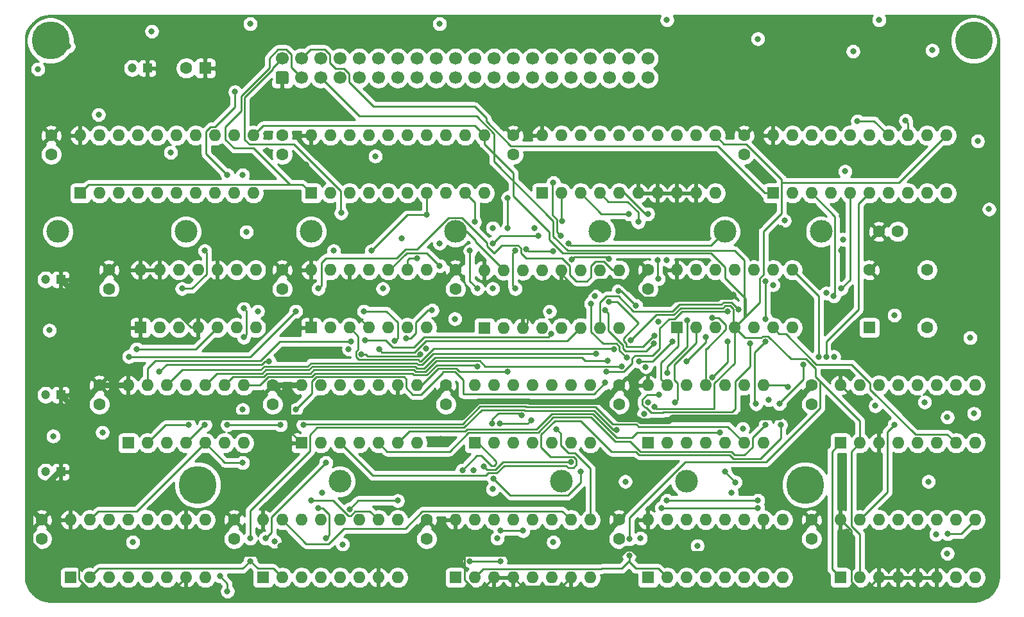
<source format=gtl>
G04 #@! TF.GenerationSoftware,KiCad,Pcbnew,(5.1.10-1-10_14)*
G04 #@! TF.CreationDate,2021-11-19T10:04:18+01:00*
G04 #@! TF.ProjectId,vga_timing_generator,7667615f-7379-46e6-932e-6b696361645f,rev?*
G04 #@! TF.SameCoordinates,Original*
G04 #@! TF.FileFunction,Copper,L1,Top*
G04 #@! TF.FilePolarity,Positive*
%FSLAX46Y46*%
G04 Gerber Fmt 4.6, Leading zero omitted, Abs format (unit mm)*
G04 Created by KiCad (PCBNEW (5.1.10-1-10_14)) date 2021-11-19 10:04:18*
%MOMM*%
%LPD*%
G01*
G04 APERTURE LIST*
G04 #@! TA.AperFunction,ComponentPad*
%ADD10C,3.000000*%
G04 #@! TD*
G04 #@! TA.AperFunction,ComponentPad*
%ADD11C,5.000000*%
G04 #@! TD*
G04 #@! TA.AperFunction,ComponentPad*
%ADD12O,1.600000X1.600000*%
G04 #@! TD*
G04 #@! TA.AperFunction,ComponentPad*
%ADD13R,1.600000X1.600000*%
G04 #@! TD*
G04 #@! TA.AperFunction,ComponentPad*
%ADD14C,1.700000*%
G04 #@! TD*
G04 #@! TA.AperFunction,ComponentPad*
%ADD15C,1.600000*%
G04 #@! TD*
G04 #@! TA.AperFunction,ComponentPad*
%ADD16C,1.200000*%
G04 #@! TD*
G04 #@! TA.AperFunction,ComponentPad*
%ADD17R,1.200000X1.200000*%
G04 #@! TD*
G04 #@! TA.AperFunction,ViaPad*
%ADD18C,0.800000*%
G04 #@! TD*
G04 #@! TA.AperFunction,Conductor*
%ADD19C,0.750000*%
G04 #@! TD*
G04 #@! TA.AperFunction,Conductor*
%ADD20C,0.250000*%
G04 #@! TD*
G04 #@! TA.AperFunction,Conductor*
%ADD21C,0.254000*%
G04 #@! TD*
G04 #@! TA.AperFunction,Conductor*
%ADD22C,0.100000*%
G04 #@! TD*
G04 APERTURE END LIST*
D10*
X113055400Y-97129600D03*
D11*
X211658200Y-130606800D03*
X131495800Y-130606800D03*
X233908600Y-71907400D03*
X112064800Y-71907400D03*
D12*
X169316400Y-102235000D03*
X187096400Y-109855000D03*
X171856400Y-102235000D03*
X184556400Y-109855000D03*
X174396400Y-102235000D03*
X182016400Y-109855000D03*
X176936400Y-102235000D03*
X179476400Y-109855000D03*
X179476400Y-102235000D03*
X176936400Y-109855000D03*
X182016400Y-102235000D03*
X174396400Y-109855000D03*
X184556400Y-102235000D03*
X171856400Y-109855000D03*
X187096400Y-102235000D03*
D13*
X169316400Y-109855000D03*
D12*
X145186400Y-117449600D03*
X160426400Y-125069600D03*
X147726400Y-117449600D03*
X157886400Y-125069600D03*
X150266400Y-117449600D03*
X155346400Y-125069600D03*
X152806400Y-117449600D03*
X152806400Y-125069600D03*
X155346400Y-117449600D03*
X150266400Y-125069600D03*
X157886400Y-117449600D03*
X147726400Y-125069600D03*
X160426400Y-117449600D03*
D13*
X145186400Y-125069600D03*
D14*
X190906400Y-74269600D03*
X188366400Y-74269600D03*
X185826400Y-74269600D03*
X183286400Y-74269600D03*
X180746400Y-74269600D03*
X178206400Y-74269600D03*
X175666400Y-74269600D03*
X173126400Y-74269600D03*
X170586400Y-74269600D03*
X168046400Y-74269600D03*
X165506400Y-74269600D03*
X162966400Y-74269600D03*
X160426400Y-74269600D03*
X157886400Y-74269600D03*
X155346400Y-74269600D03*
X152806400Y-74269600D03*
X150266400Y-74269600D03*
X147726400Y-74269600D03*
X145186400Y-74269600D03*
X142646400Y-74269600D03*
X190906400Y-76809600D03*
X188366400Y-76809600D03*
X185826400Y-76809600D03*
X183286400Y-76809600D03*
X180746400Y-76809600D03*
X178206400Y-76809600D03*
X175666400Y-76809600D03*
X173126400Y-76809600D03*
X170586400Y-76809600D03*
X168046400Y-76809600D03*
X165506400Y-76809600D03*
X162966400Y-76809600D03*
X160426400Y-76809600D03*
X157886400Y-76809600D03*
X155346400Y-76809600D03*
X152806400Y-76809600D03*
X150266400Y-76809600D03*
X147726400Y-76809600D03*
X145186400Y-76809600D03*
G04 #@! TA.AperFunction,ComponentPad*
G36*
G01*
X143246400Y-77659600D02*
X142046400Y-77659600D01*
G75*
G02*
X141796400Y-77409600I0J250000D01*
G01*
X141796400Y-76209600D01*
G75*
G02*
X142046400Y-75959600I250000J0D01*
G01*
X143246400Y-75959600D01*
G75*
G02*
X143496400Y-76209600I0J-250000D01*
G01*
X143496400Y-77409600D01*
G75*
G02*
X143246400Y-77659600I-250000J0D01*
G01*
G37*
G04 #@! TD.AperFunction*
D12*
X146456400Y-102209600D03*
X161696400Y-109829600D03*
X148996400Y-102209600D03*
X159156400Y-109829600D03*
X151536400Y-102209600D03*
X156616400Y-109829600D03*
X154076400Y-102209600D03*
X154076400Y-109829600D03*
X156616400Y-102209600D03*
X151536400Y-109829600D03*
X159156400Y-102209600D03*
X148996400Y-109829600D03*
X161696400Y-102209600D03*
D13*
X146456400Y-109829600D03*
D12*
X123916400Y-102209600D03*
X139156400Y-109829600D03*
X126456400Y-102209600D03*
X136616400Y-109829600D03*
X128996400Y-102209600D03*
X134076400Y-109829600D03*
X131536400Y-102209600D03*
X131536400Y-109829600D03*
X134076400Y-102209600D03*
X128996400Y-109829600D03*
X136616400Y-102209600D03*
X126456400Y-109829600D03*
X139156400Y-102209600D03*
D13*
X123916400Y-109829600D03*
D12*
X146456400Y-84429600D03*
X169316400Y-92049600D03*
X148996400Y-84429600D03*
X166776400Y-92049600D03*
X151536400Y-84429600D03*
X164236400Y-92049600D03*
X154076400Y-84429600D03*
X161696400Y-92049600D03*
X156616400Y-84429600D03*
X159156400Y-92049600D03*
X159156400Y-84429600D03*
X156616400Y-92049600D03*
X161696400Y-84429600D03*
X154076400Y-92049600D03*
X164236400Y-84429600D03*
X151536400Y-92049600D03*
X166776400Y-84429600D03*
X148996400Y-92049600D03*
X169316400Y-84429600D03*
D13*
X146456400Y-92049600D03*
D15*
X223886400Y-97129600D03*
X221386400Y-97129600D03*
X173126400Y-86929600D03*
X173126400Y-84429600D03*
X227736400Y-109829600D03*
X227736400Y-102209600D03*
X220116400Y-102209600D03*
D13*
X220116400Y-109829600D03*
D12*
X207416400Y-84429600D03*
X230276400Y-92049600D03*
X209956400Y-84429600D03*
X227736400Y-92049600D03*
X212496400Y-84429600D03*
X225196400Y-92049600D03*
X215036400Y-84429600D03*
X222656400Y-92049600D03*
X217576400Y-84429600D03*
X220116400Y-92049600D03*
X220116400Y-84429600D03*
X217576400Y-92049600D03*
X222656400Y-84429600D03*
X215036400Y-92049600D03*
X225196400Y-84429600D03*
X212496400Y-92049600D03*
X227736400Y-84429600D03*
X209956400Y-92049600D03*
X230276400Y-84429600D03*
D13*
X207416400Y-92049600D03*
D12*
X176936400Y-84429600D03*
X199796400Y-92049600D03*
X179476400Y-84429600D03*
X197256400Y-92049600D03*
X182016400Y-84429600D03*
X194716400Y-92049600D03*
X184556400Y-84429600D03*
X192176400Y-92049600D03*
X187096400Y-84429600D03*
X189636400Y-92049600D03*
X189636400Y-84429600D03*
X187096400Y-92049600D03*
X192176400Y-84429600D03*
X184556400Y-92049600D03*
X194716400Y-84429600D03*
X182016400Y-92049600D03*
X197256400Y-84429600D03*
X179476400Y-92049600D03*
X199796400Y-84429600D03*
D13*
X176936400Y-92049600D03*
D12*
X115976400Y-84429600D03*
X138836400Y-92049600D03*
X118516400Y-84429600D03*
X136296400Y-92049600D03*
X121056400Y-84429600D03*
X133756400Y-92049600D03*
X123596400Y-84429600D03*
X131216400Y-92049600D03*
X126136400Y-84429600D03*
X128676400Y-92049600D03*
X128676400Y-84429600D03*
X126136400Y-92049600D03*
X131216400Y-84429600D03*
X123596400Y-92049600D03*
X133756400Y-84429600D03*
X121056400Y-92049600D03*
X136296400Y-84429600D03*
X118516400Y-92049600D03*
X138836400Y-84429600D03*
D13*
X115976400Y-92049600D03*
D12*
X216306400Y-117449600D03*
X234086400Y-125069600D03*
X218846400Y-117449600D03*
X231546400Y-125069600D03*
X221386400Y-117449600D03*
X229006400Y-125069600D03*
X223926400Y-117449600D03*
X226466400Y-125069600D03*
X226466400Y-117449600D03*
X223926400Y-125069600D03*
X229006400Y-117449600D03*
X221386400Y-125069600D03*
X231546400Y-117449600D03*
X218846400Y-125069600D03*
X234086400Y-117449600D03*
D13*
X216306400Y-125069600D03*
D12*
X216316400Y-135229600D03*
X234096400Y-142849600D03*
X218856400Y-135229600D03*
X231556400Y-142849600D03*
X221396400Y-135229600D03*
X229016400Y-142849600D03*
X223936400Y-135229600D03*
X226476400Y-142849600D03*
X226476400Y-135229600D03*
X223936400Y-142849600D03*
X229016400Y-135229600D03*
X221396400Y-142849600D03*
X231556400Y-135229600D03*
X218856400Y-142849600D03*
X234096400Y-135229600D03*
D13*
X216316400Y-142849600D03*
D12*
X190906400Y-135229600D03*
X208686400Y-142849600D03*
X193446400Y-135229600D03*
X206146400Y-142849600D03*
X195986400Y-135229600D03*
X203606400Y-142849600D03*
X198526400Y-135229600D03*
X201066400Y-142849600D03*
X201066400Y-135229600D03*
X198526400Y-142849600D03*
X203606400Y-135229600D03*
X195986400Y-142849600D03*
X206146400Y-135229600D03*
X193446400Y-142849600D03*
X208686400Y-135229600D03*
D13*
X190906400Y-142849600D03*
D12*
X190906400Y-117449600D03*
X206146400Y-125069600D03*
X193446400Y-117449600D03*
X203606400Y-125069600D03*
X195986400Y-117449600D03*
X201066400Y-125069600D03*
X198526400Y-117449600D03*
X198526400Y-125069600D03*
X201066400Y-117449600D03*
X195986400Y-125069600D03*
X203606400Y-117449600D03*
X193446400Y-125069600D03*
X206146400Y-117449600D03*
D13*
X190906400Y-125069600D03*
D12*
X194716400Y-102209600D03*
X209956400Y-109829600D03*
X197256400Y-102209600D03*
X207416400Y-109829600D03*
X199796400Y-102209600D03*
X204876400Y-109829600D03*
X202336400Y-102209600D03*
X202336400Y-109829600D03*
X204876400Y-102209600D03*
X199796400Y-109829600D03*
X207416400Y-102209600D03*
X197256400Y-109829600D03*
X209956400Y-102209600D03*
D13*
X194716400Y-109829600D03*
D12*
X168046400Y-117449600D03*
X183286400Y-125069600D03*
X170586400Y-117449600D03*
X180746400Y-125069600D03*
X173126400Y-117449600D03*
X178206400Y-125069600D03*
X175666400Y-117449600D03*
X175666400Y-125069600D03*
X178206400Y-117449600D03*
X173126400Y-125069600D03*
X180746400Y-117449600D03*
X170586400Y-125069600D03*
X183286400Y-117449600D03*
D13*
X168046400Y-125069600D03*
D12*
X122326400Y-117449600D03*
X137566400Y-125069600D03*
X124866400Y-117449600D03*
X135026400Y-125069600D03*
X127406400Y-117449600D03*
X132486400Y-125069600D03*
X129946400Y-117449600D03*
X129946400Y-125069600D03*
X132486400Y-117449600D03*
X127406400Y-125069600D03*
X135026400Y-117449600D03*
X124866400Y-125069600D03*
X137566400Y-117449600D03*
D13*
X122326400Y-125069600D03*
D12*
X165506400Y-135229600D03*
X183286400Y-142849600D03*
X168046400Y-135229600D03*
X180746400Y-142849600D03*
X170586400Y-135229600D03*
X178206400Y-142849600D03*
X173126400Y-135229600D03*
X175666400Y-142849600D03*
X175666400Y-135229600D03*
X173126400Y-142849600D03*
X178206400Y-135229600D03*
X170586400Y-142849600D03*
X180746400Y-135229600D03*
X168046400Y-142849600D03*
X183286400Y-135229600D03*
D13*
X165506400Y-142849600D03*
D12*
X140106400Y-135229600D03*
X157886400Y-142849600D03*
X142646400Y-135229600D03*
X155346400Y-142849600D03*
X145186400Y-135229600D03*
X152806400Y-142849600D03*
X147726400Y-135229600D03*
X150266400Y-142849600D03*
X150266400Y-135229600D03*
X147726400Y-142849600D03*
X152806400Y-135229600D03*
X145186400Y-142849600D03*
X155346400Y-135229600D03*
X142646400Y-142849600D03*
X157886400Y-135229600D03*
D13*
X140106400Y-142849600D03*
D12*
X114706400Y-135229600D03*
X132486400Y-142849600D03*
X117246400Y-135229600D03*
X129946400Y-142849600D03*
X119786400Y-135229600D03*
X127406400Y-142849600D03*
X122326400Y-135229600D03*
X124866400Y-142849600D03*
X124866400Y-135229600D03*
X122326400Y-142849600D03*
X127406400Y-135229600D03*
X119786400Y-142849600D03*
X129946400Y-135229600D03*
X117246400Y-142849600D03*
X132486400Y-135229600D03*
D13*
X114706400Y-142849600D03*
D10*
X129946400Y-97129600D03*
X165506400Y-97129600D03*
X201066400Y-97129600D03*
X146456400Y-97129600D03*
X184556400Y-97129600D03*
X179476400Y-130149600D03*
X213766400Y-97129600D03*
X195986400Y-130149600D03*
X150266400Y-130149600D03*
D15*
X129986400Y-75539600D03*
D13*
X132486400Y-75539600D03*
D16*
X111436400Y-118719600D03*
D17*
X113436400Y-118719600D03*
D16*
X111436400Y-128879600D03*
D17*
X113436400Y-128879600D03*
D16*
X122866400Y-75539600D03*
D17*
X124866400Y-75539600D03*
D16*
X111436400Y-103479600D03*
D17*
X113436400Y-103479600D03*
D15*
X142646400Y-86929600D03*
X142646400Y-84429600D03*
X112166400Y-86929600D03*
X112166400Y-84429600D03*
X203606400Y-86929600D03*
X203606400Y-84429600D03*
X212496400Y-137729600D03*
X212496400Y-135229600D03*
X141376400Y-119949600D03*
X141376400Y-117449600D03*
X118516400Y-119949600D03*
X118516400Y-117449600D03*
X136296400Y-137729600D03*
X136296400Y-135229600D03*
X187096400Y-137729600D03*
X187096400Y-135229600D03*
X110896400Y-137729600D03*
X110896400Y-135229600D03*
X161696400Y-137729600D03*
X161696400Y-135229600D03*
X142646400Y-104709600D03*
X142646400Y-102209600D03*
X119786400Y-104709600D03*
X119786400Y-102209600D03*
X190906400Y-104709600D03*
X190906400Y-102209600D03*
X212496400Y-119949600D03*
X212496400Y-117449600D03*
X187096400Y-119949600D03*
X187096400Y-117449600D03*
X165506400Y-104709600D03*
X165506400Y-102209600D03*
X164236400Y-119949600D03*
X164236400Y-117449600D03*
D18*
X206857600Y-119354600D03*
X190627000Y-115011200D03*
X161620200Y-112623600D03*
X215442800Y-113665000D03*
X193426400Y-100869600D03*
X214426400Y-105269600D03*
X141626400Y-138069600D03*
X171026400Y-137669600D03*
X110426400Y-75669600D03*
X114426400Y-72669600D03*
X138426400Y-69669600D03*
X125426400Y-70669600D03*
X118426400Y-81669600D03*
X137426400Y-89669600D03*
X139426400Y-107669600D03*
X151426400Y-112669600D03*
X137426400Y-120669600D03*
X163426400Y-98669600D03*
X158426400Y-98069600D03*
X170426400Y-96669600D03*
X170426400Y-104669600D03*
X183926400Y-105669600D03*
X177926400Y-107669600D03*
X175926400Y-96669600D03*
X207426400Y-104169600D03*
X216626400Y-98169600D03*
X208926400Y-95669600D03*
X230426400Y-121669600D03*
X227426400Y-119669600D03*
X220926400Y-120169600D03*
X203426400Y-123169600D03*
X190926400Y-119669600D03*
X187926400Y-130169600D03*
X201926400Y-131669600D03*
X228926400Y-137169600D03*
X170426400Y-131169600D03*
X167926400Y-128669600D03*
X147926400Y-131669600D03*
X150626400Y-138469600D03*
X189926400Y-137669600D03*
X217982800Y-73329800D03*
X228426400Y-73169600D03*
X234426400Y-85169600D03*
X216926400Y-89169600D03*
X235926400Y-94169600D03*
X223426400Y-108169600D03*
X233426400Y-111169600D03*
X233926400Y-121169600D03*
X227926400Y-130169600D03*
X230426400Y-139669600D03*
X197426400Y-138669600D03*
X178426400Y-138169600D03*
X122926400Y-138169600D03*
X118926400Y-123669600D03*
X112426400Y-124169600D03*
X111926400Y-110169600D03*
X127926400Y-86669600D03*
X154926400Y-87169600D03*
X163426400Y-69669600D03*
X193426400Y-69169600D03*
X205426400Y-71669600D03*
X221426400Y-69169600D03*
X165426400Y-108669600D03*
X155926400Y-104669600D03*
X149426400Y-99669600D03*
X137926400Y-97169600D03*
X192252600Y-109016800D03*
X201078920Y-105769577D03*
X202193385Y-105496081D03*
X200095976Y-105989018D03*
X142426400Y-138669600D03*
X143426400Y-139669600D03*
X153426400Y-139669600D03*
X166426400Y-138669600D03*
X187426400Y-131669600D03*
X181426400Y-133669600D03*
X189426400Y-130669600D03*
X212426400Y-142669600D03*
X187426400Y-143669600D03*
X232426400Y-122669600D03*
X231426400Y-120669600D03*
X234426400Y-128669600D03*
X233426400Y-132669600D03*
X139306400Y-105549600D03*
X141426400Y-107669600D03*
X149011399Y-106084601D03*
X153426400Y-120669600D03*
X149426400Y-119669600D03*
X125426400Y-121669600D03*
X136426400Y-119669600D03*
X132426400Y-94669600D03*
X196426400Y-76669600D03*
X205426400Y-76669600D03*
X183426400Y-81669600D03*
X180426400Y-81669600D03*
X185426400Y-82669600D03*
X221426400Y-137669600D03*
X214426400Y-122669600D03*
X162426400Y-141669600D03*
X178791399Y-88304601D03*
X189791399Y-88304601D03*
X196791399Y-88304601D03*
X208426400Y-96669600D03*
X211331401Y-98764599D03*
X209426400Y-104669600D03*
X136361401Y-88304601D03*
X139426400Y-89669600D03*
X144426400Y-113669600D03*
X216426400Y-99669600D03*
X145791399Y-88304601D03*
X148426400Y-107669600D03*
X134426400Y-120669600D03*
X216541401Y-95054599D03*
X215926400Y-108669600D03*
X140926400Y-84669600D03*
X140666400Y-86409600D03*
X141426400Y-132669600D03*
X211150200Y-126161800D03*
X205917800Y-129921000D03*
X153136600Y-130403600D03*
X154686000Y-127279400D03*
X205841600Y-89230200D03*
X212293200Y-80416400D03*
X186708499Y-121596701D03*
X166243000Y-127025400D03*
X220091000Y-130048000D03*
X220726000Y-128168400D03*
X220040200Y-114833400D03*
X224231200Y-77292200D03*
X163601400Y-124536200D03*
X205426400Y-133669600D03*
X192721390Y-133669600D03*
X230448345Y-137079413D03*
X171426400Y-136669600D03*
X174426400Y-136669600D03*
X163426400Y-101669600D03*
X150426400Y-94669600D03*
X178860369Y-123250385D03*
X147426400Y-133669600D03*
X148426400Y-137669600D03*
X167426400Y-140669600D03*
X171426400Y-140669600D03*
X136426400Y-78669600D03*
X135426390Y-89669600D03*
X132426400Y-99669600D03*
X129426400Y-104669600D03*
X138426400Y-140669600D03*
X138426400Y-137669600D03*
X188495746Y-137772806D03*
X188439060Y-139944590D03*
X188632942Y-111515814D03*
X186426400Y-112669600D03*
X186757265Y-123338735D03*
X191744600Y-120269000D03*
X190398400Y-121208800D03*
X183413740Y-106656940D03*
X188112268Y-113820918D03*
X148426400Y-127669600D03*
X140426400Y-137669600D03*
X135426400Y-144669600D03*
X134426400Y-142669600D03*
X123426400Y-112669600D03*
X166426400Y-128669600D03*
X137426400Y-127669600D03*
X146439060Y-132656940D03*
X175513564Y-122037045D03*
X171366764Y-122507894D03*
X180746400Y-127609600D03*
X130346391Y-122669600D03*
X169294489Y-128199419D03*
X157886400Y-132689600D03*
X182016400Y-128879600D03*
X151536400Y-133809278D03*
X132452055Y-122669936D03*
X170538180Y-129744641D03*
X137566400Y-111099600D03*
X137566400Y-107289600D03*
X174250749Y-121437400D03*
X170366843Y-122494409D03*
X153095535Y-113338735D03*
X160882793Y-113369421D03*
X189636400Y-95859600D03*
X187426400Y-114944590D03*
X194151251Y-111684823D03*
X189763400Y-114274596D03*
X135426400Y-122669600D03*
X142426400Y-122669600D03*
X144426400Y-120669600D03*
X204426400Y-111896607D03*
X192381872Y-118714128D03*
X185282667Y-117119612D03*
X187013508Y-104944590D03*
X185619245Y-114219589D03*
X188394862Y-94799633D03*
X189336806Y-106915645D03*
X179601421Y-95776940D03*
X185754096Y-106394610D03*
X184095338Y-113313218D03*
X191760640Y-110901481D03*
X168046400Y-95859600D03*
X151762817Y-111640167D03*
X153603131Y-111467550D03*
X185281410Y-107529578D03*
X178180998Y-110667800D03*
X191727498Y-111900944D03*
X122426400Y-113669600D03*
X147426400Y-104669600D03*
X144426410Y-107669600D03*
X194460862Y-119667389D03*
X198526400Y-111099600D03*
X195994199Y-114262719D03*
X206426400Y-122669600D03*
X206426400Y-111669600D03*
X206426400Y-108669600D03*
X206426400Y-103669600D03*
X205189940Y-119906060D03*
X200426400Y-123669600D03*
X155426416Y-112669600D03*
X201066400Y-128879600D03*
X202433766Y-130246966D03*
X180821561Y-100864439D03*
X185749260Y-100712138D03*
X161696400Y-94939600D03*
X154426400Y-99669600D03*
X153426400Y-107669600D03*
X157470929Y-111615805D03*
X162427261Y-107529591D03*
X159042564Y-111271005D03*
X172426400Y-115669600D03*
X173426400Y-104669600D03*
X173426400Y-99669600D03*
X172426400Y-96669600D03*
X172426400Y-92669600D03*
X145426400Y-122669600D03*
X126426400Y-115669600D03*
X140929647Y-114249556D03*
X192176400Y-100939600D03*
X201426400Y-111669600D03*
X199438674Y-116387004D03*
X190906400Y-94799633D03*
X192271561Y-103384439D03*
X193459132Y-115834900D03*
X196129399Y-108846893D03*
X214426400Y-113669600D03*
X209413740Y-117656940D03*
X160426400Y-100669600D03*
X178426400Y-90669600D03*
X178381870Y-99723396D03*
X179426400Y-97694920D03*
X174876412Y-99450150D03*
X216426400Y-104669600D03*
X202876403Y-107394610D03*
X185426400Y-115669600D03*
X201426400Y-107669600D03*
X215426400Y-105669600D03*
X193426400Y-132669600D03*
X205426400Y-132669600D03*
X223426400Y-122669600D03*
X180426400Y-98669600D03*
X176426400Y-97669600D03*
X170426400Y-98669600D03*
X168426400Y-104669600D03*
X167426400Y-99669600D03*
X168426400Y-114944590D03*
X199370966Y-108495804D03*
X208426400Y-122669600D03*
X208272605Y-119876135D03*
X211426400Y-114669600D03*
X213426400Y-113669600D03*
X224917000Y-82473800D03*
X218567000Y-82524600D03*
D19*
X113436400Y-103479600D02*
X116041401Y-106084601D01*
X116041401Y-105954599D02*
X119786400Y-102209600D01*
X116041401Y-106084601D02*
X116041401Y-105954599D01*
X138771399Y-106084601D02*
X139306400Y-105549600D01*
X161761401Y-105954599D02*
X165506400Y-102209600D01*
X161761401Y-106084601D02*
X161761401Y-105954599D01*
X188366400Y-104749600D02*
X190906400Y-102209600D01*
X184876400Y-119669600D02*
X187096400Y-117449600D01*
X184781398Y-119669600D02*
X184876400Y-119669600D01*
X143426400Y-119499600D02*
X143426400Y-121669600D01*
X141376400Y-117449600D02*
X143426400Y-119499600D01*
X115406400Y-120559600D02*
X115406400Y-120689600D01*
X115406400Y-120689600D02*
X113436400Y-118719600D01*
X118516400Y-117449600D02*
X115406400Y-120559600D01*
X113436400Y-128879600D02*
X113216400Y-128879600D01*
X113216400Y-128879600D02*
X109426400Y-132669600D01*
X109426400Y-138294602D02*
X110801398Y-139669600D01*
X110801398Y-139669600D02*
X115426400Y-139669600D01*
X109426400Y-133669600D02*
X109426400Y-133759600D01*
X109426400Y-132669600D02*
X109426400Y-133669600D01*
X109426400Y-133759600D02*
X110896400Y-135229600D01*
X109426400Y-133669600D02*
X109426400Y-138294602D01*
X116386400Y-121669600D02*
X115406400Y-120689600D01*
X143426400Y-121669600D02*
X125426400Y-121669600D01*
X131856400Y-139669600D02*
X136296400Y-135229600D01*
X131426400Y-139669600D02*
X131856400Y-139669600D01*
X131426400Y-139669600D02*
X143426400Y-139669600D01*
X157256400Y-139669600D02*
X161696400Y-135229600D01*
X156426400Y-139669600D02*
X157256400Y-139669600D01*
X182656400Y-139669600D02*
X182426400Y-139669600D01*
X187096400Y-135229600D02*
X182656400Y-139669600D01*
X208056400Y-139669600D02*
X212496400Y-135229600D01*
D20*
X206146400Y-137759600D02*
X208056400Y-139669600D01*
X206146400Y-135229600D02*
X206146400Y-137759600D01*
X221396400Y-142849600D02*
X219576400Y-144669600D01*
X217731399Y-136644599D02*
X216316400Y-135229600D01*
X219011398Y-144669600D02*
X217731399Y-143389601D01*
X217731399Y-143389601D02*
X217731399Y-136644599D01*
X219576400Y-144669600D02*
X219011398Y-144669600D01*
X221396400Y-142849600D02*
X229016400Y-142849600D01*
X174251401Y-143974601D02*
X173126400Y-142849600D01*
X179621399Y-143974601D02*
X174251401Y-143974601D01*
X180746400Y-142849600D02*
X179621399Y-143974601D01*
X173126400Y-142849600D02*
X170586400Y-142849600D01*
D19*
X156426400Y-139669600D02*
X166426400Y-139669600D01*
X166426400Y-139669600D02*
X182426400Y-139669600D01*
D20*
X155346400Y-140749600D02*
X156426400Y-139669600D01*
X155346400Y-142849600D02*
X155346400Y-140749600D01*
X129946400Y-139149600D02*
X129426400Y-139669600D01*
X129946400Y-135229600D02*
X129946400Y-139149600D01*
D19*
X129426400Y-139669600D02*
X131426400Y-139669600D01*
D20*
X129946400Y-142849600D02*
X128126400Y-144669600D01*
X128126400Y-144669600D02*
X117426400Y-144669600D01*
X115831401Y-140074601D02*
X115426400Y-139669600D01*
X115831401Y-143074601D02*
X115831401Y-140074601D01*
D19*
X115426400Y-139669600D02*
X129426400Y-139669600D01*
D20*
X117426400Y-144669600D02*
X115831401Y-143074601D01*
X157886400Y-120209600D02*
X156426400Y-121669600D01*
X157886400Y-117449600D02*
X157886400Y-120209600D01*
X221386400Y-122529600D02*
X216306400Y-117449600D01*
X221386400Y-125069600D02*
X221386400Y-122529600D01*
X175011399Y-109214601D02*
X174396400Y-109829600D01*
X175011399Y-106084601D02*
X175011399Y-109214601D01*
D19*
X161761401Y-106084601D02*
X175011399Y-106084601D01*
D20*
X151536400Y-104779600D02*
X152841401Y-106084601D01*
X151536400Y-102209600D02*
X151536400Y-104779600D01*
D19*
X152841401Y-106084601D02*
X161761401Y-106084601D01*
D20*
X146456400Y-109829600D02*
X146456400Y-106469602D01*
D19*
X146841401Y-106084601D02*
X149011399Y-106084601D01*
D20*
X146456400Y-106469602D02*
X146841401Y-106084601D01*
D19*
X138771399Y-106084601D02*
X146841401Y-106084601D01*
D20*
X134076400Y-102209600D02*
X134076400Y-104319600D01*
X134076400Y-104319600D02*
X135841401Y-106084601D01*
D19*
X135841401Y-106084601D02*
X138771399Y-106084601D01*
X129841401Y-106084601D02*
X135841401Y-106084601D01*
D20*
X123916400Y-109829600D02*
X123916400Y-106159600D01*
D19*
X123841401Y-106084601D02*
X129841401Y-106084601D01*
D20*
X123916400Y-106159600D02*
X123841401Y-106084601D01*
D19*
X116041401Y-106084601D02*
X123841401Y-106084601D01*
D20*
X126456400Y-103340970D02*
X129200031Y-106084601D01*
X126456400Y-102209600D02*
X126456400Y-103340970D01*
X129200031Y-106084601D02*
X129841401Y-106084601D01*
X130616399Y-109829600D02*
X131536400Y-109829600D01*
X128011399Y-107224600D02*
X130616399Y-109829600D01*
X128011399Y-106084601D02*
X128011399Y-107224600D01*
X129841401Y-106084601D02*
X128011399Y-106084601D01*
X168766400Y-144669600D02*
X168201398Y-144669600D01*
X166701399Y-139944599D02*
X166426400Y-139669600D01*
X170586400Y-142849600D02*
X168766400Y-144669600D01*
X168201398Y-144669600D02*
X166701399Y-143169601D01*
X166701399Y-143169601D02*
X166701399Y-139944599D01*
D19*
X189607072Y-139669600D02*
X208056400Y-139669600D01*
X182426400Y-139669600D02*
X187271048Y-139669600D01*
X187971059Y-138969589D02*
X188907061Y-138969589D01*
X187271048Y-139669600D02*
X187971059Y-138969589D01*
X188907061Y-138969589D02*
X189607072Y-139669600D01*
X118516400Y-117449600D02*
X122326400Y-117449600D01*
X141376400Y-117449600D02*
X145186400Y-117449600D01*
D20*
X179476400Y-102209600D02*
X179476400Y-102719600D01*
X179476400Y-102719600D02*
X182396400Y-105639600D01*
X145186400Y-125069600D02*
X143426400Y-123309600D01*
X143426400Y-123309600D02*
X143426400Y-121669600D01*
D19*
X184341401Y-103694599D02*
X187311399Y-103694599D01*
X182396400Y-105639600D02*
X184341401Y-103694599D01*
X187311399Y-103694599D02*
X188366400Y-104749600D01*
X175011399Y-106084601D02*
X175456400Y-105639600D01*
X175456400Y-105639600D02*
X182396400Y-105639600D01*
X143426400Y-121669600D02*
X156426400Y-121669600D01*
D20*
X154076400Y-109829600D02*
X152701398Y-108454598D01*
X152701398Y-106224604D02*
X152841401Y-106084601D01*
D19*
X201078920Y-105769577D02*
X201919889Y-105769577D01*
X201919889Y-105769577D02*
X202193385Y-105496081D01*
X200315417Y-105769577D02*
X200095976Y-105989018D01*
X201078920Y-105769577D02*
X200315417Y-105769577D01*
X156426400Y-121669600D02*
X158426400Y-121669600D01*
X194748613Y-106084601D02*
X194844196Y-105989018D01*
X194844196Y-105989018D02*
X200095976Y-105989018D01*
X190284405Y-106084601D02*
X194748613Y-106084601D01*
X188366400Y-104749600D02*
X188949404Y-104749600D01*
X188949404Y-104749600D02*
X190284405Y-106084601D01*
X143426400Y-139669600D02*
X153426400Y-139669600D01*
X153426400Y-139669600D02*
X156426400Y-139669600D01*
X139306400Y-105549600D02*
X142646400Y-102209600D01*
X125426400Y-121669600D02*
X116386400Y-121669600D01*
D20*
X152701398Y-108444598D02*
X150341401Y-106084601D01*
X152701398Y-108454598D02*
X152701398Y-108444598D01*
D19*
X150341401Y-106084601D02*
X152841401Y-106084601D01*
X149011399Y-106084601D02*
X150341401Y-106084601D01*
X164236400Y-117449600D02*
X160016400Y-121669600D01*
X160016400Y-121669600D02*
X158426400Y-121669600D01*
X194135155Y-121694012D02*
X208251988Y-121694012D01*
X189643810Y-121897212D02*
X189930399Y-122183801D01*
X189930399Y-122183801D02*
X193645366Y-122183801D01*
X211696401Y-118249599D02*
X212496400Y-117449600D01*
X184781398Y-119669600D02*
X186708499Y-121596701D01*
X187009010Y-121897212D02*
X189643810Y-121897212D01*
X208251988Y-121694012D02*
X211696401Y-118249599D01*
X193645366Y-122183801D02*
X194135155Y-121694012D01*
X168499233Y-119532567D02*
X175140145Y-119532567D01*
X184731354Y-119619556D02*
X184781398Y-119669600D01*
X175140145Y-119532567D02*
X175227134Y-119619556D01*
X175227134Y-119619556D02*
X184731354Y-119619556D01*
X158426400Y-121669600D02*
X166362200Y-121669600D01*
X166362200Y-121669600D02*
X168499233Y-119532567D01*
X186708499Y-121596701D02*
X187009010Y-121897212D01*
D20*
X145186400Y-74269600D02*
X146361401Y-73094599D01*
X146361401Y-73094599D02*
X148290401Y-73094599D01*
X150805409Y-75609607D02*
X151441401Y-76245599D01*
X169580011Y-82153211D02*
X169580011Y-82548213D01*
X148290401Y-73094599D02*
X148901401Y-73705599D01*
X148901401Y-73705599D02*
X148901401Y-74808191D01*
X148901401Y-74808191D02*
X149702817Y-75609607D01*
X149702817Y-75609607D02*
X150805409Y-75609607D01*
X151441401Y-77373601D02*
X154687400Y-80619600D01*
X151441401Y-76245599D02*
X151441401Y-77373601D01*
X168046400Y-80619600D02*
X169580011Y-82153211D01*
X169580011Y-82548213D02*
X172836397Y-85804599D01*
X172836397Y-85804599D02*
X200121399Y-85804599D01*
X206366400Y-92049600D02*
X207416400Y-92049600D01*
X154687400Y-80619600D02*
X168046400Y-80619600D01*
X200121399Y-85804599D02*
X206366400Y-92049600D01*
X205426400Y-133669600D02*
X192721390Y-133669600D01*
X234096400Y-135229600D02*
X232246587Y-137079413D01*
X232246587Y-137079413D02*
X230448345Y-137079413D01*
X171426400Y-136669600D02*
X174426400Y-136669600D01*
X144166403Y-85554601D02*
X138311401Y-85554601D01*
X150426400Y-94669600D02*
X150411399Y-94654599D01*
X150411399Y-91799597D02*
X144166403Y-85554601D01*
X150411399Y-94654599D02*
X150411399Y-91799597D01*
X138311401Y-85554601D02*
X137711399Y-84954599D01*
X137711399Y-84954599D02*
X137711399Y-79384601D01*
X137711399Y-79384601D02*
X141426400Y-75669600D01*
X141426400Y-75489600D02*
X142646400Y-74269600D01*
X141426400Y-75669600D02*
X141426400Y-75489600D01*
X159078399Y-99944599D02*
X156813398Y-102209600D01*
X161701399Y-99944599D02*
X159078399Y-99944599D01*
X156813398Y-102209600D02*
X156616400Y-102209600D01*
X163426400Y-101669600D02*
X161701399Y-99944599D01*
X180446386Y-126434588D02*
X179401242Y-125389444D01*
X179401242Y-125389444D02*
X179401242Y-123791258D01*
X181280801Y-126434588D02*
X180446386Y-126434588D01*
X183286400Y-135229600D02*
X183286400Y-128440187D01*
X183286400Y-128440187D02*
X181280801Y-126434588D01*
X179401242Y-123791258D02*
X178860369Y-123250385D01*
X148851401Y-137244599D02*
X148426400Y-137669600D01*
X147426400Y-133669600D02*
X147992085Y-133669600D01*
X148851401Y-134528916D02*
X148851401Y-137244599D01*
X147992085Y-133669600D02*
X148851401Y-134528916D01*
X167426400Y-140669600D02*
X171426400Y-140669600D01*
X136426400Y-78669600D02*
X136426400Y-80669600D01*
X132631399Y-86874609D02*
X135426390Y-89669600D01*
X133216399Y-83304599D02*
X132631399Y-83889599D01*
X133791401Y-83304599D02*
X133216399Y-83304599D01*
X132631399Y-83889599D02*
X132631399Y-86874609D01*
X132661401Y-102749601D02*
X132661401Y-99904601D01*
X130741402Y-104669600D02*
X132661401Y-102749601D01*
X132661401Y-99904601D02*
X132426400Y-99669600D01*
X129426400Y-104669600D02*
X130741402Y-104669600D01*
X136426400Y-80669600D02*
X133791401Y-83304599D01*
X220261399Y-117989601D02*
X220261399Y-117199597D01*
X209095814Y-110629599D02*
X208216399Y-110629599D01*
X208216399Y-110629599D02*
X207416400Y-109829600D01*
X230421399Y-123944599D02*
X226216397Y-123944599D01*
X226216397Y-123944599D02*
X220261399Y-117989601D01*
X217731402Y-114669600D02*
X213135815Y-114669600D01*
X220261399Y-117199597D02*
X217731402Y-114669600D01*
X231546400Y-125069600D02*
X230421399Y-123944599D01*
X213135815Y-114669600D02*
X209095814Y-110629599D01*
X203896403Y-85554601D02*
X200921401Y-85554601D01*
X208541401Y-90199599D02*
X203896403Y-85554601D01*
X200921401Y-85554601D02*
X199796400Y-84429600D01*
X224071399Y-90634601D02*
X230276400Y-84429600D01*
X208541401Y-90634601D02*
X224071399Y-90634601D01*
X208541401Y-90634601D02*
X208541401Y-90199599D01*
X168046400Y-83159600D02*
X140106400Y-83159600D01*
X140106400Y-83159600D02*
X138836400Y-84429600D01*
X169316400Y-84429600D02*
X168046400Y-83159600D01*
X203461401Y-108704599D02*
X202336400Y-109829600D01*
X218846400Y-122134598D02*
X218846400Y-125069600D01*
X213036401Y-116324599D02*
X218846400Y-122134598D01*
X118426400Y-141669600D02*
X117246400Y-142849600D01*
X137426400Y-141669600D02*
X118426400Y-141669600D01*
X138426400Y-140669600D02*
X137426400Y-141669600D01*
X141466400Y-141669600D02*
X142646400Y-142849600D01*
X139426400Y-141669600D02*
X141466400Y-141669600D01*
X138426400Y-140669600D02*
X139426400Y-141669600D01*
X189306400Y-141669600D02*
X192266400Y-141669600D01*
X192266400Y-141669600D02*
X193446400Y-142849600D01*
X188366400Y-140729600D02*
X189306400Y-141669600D01*
X169171401Y-141724599D02*
X168046400Y-142849600D01*
X184821402Y-141669600D02*
X184766403Y-141724599D01*
X187426400Y-141669600D02*
X184821402Y-141669600D01*
X184766403Y-141724599D02*
X169171401Y-141724599D01*
X188366400Y-140729600D02*
X187426400Y-141669600D01*
X188391887Y-137769600D02*
X188494980Y-137666507D01*
X188494980Y-137666507D02*
X188495746Y-137667273D01*
X188495746Y-137667273D02*
X188495746Y-137772806D01*
X218846400Y-125069600D02*
X217731399Y-126184601D01*
X217731399Y-136008189D02*
X218856400Y-137133190D01*
X217731399Y-126184601D02*
X217731399Y-136008189D01*
X218856400Y-137133190D02*
X218856400Y-142849600D01*
X188366400Y-140729600D02*
X188439060Y-140656940D01*
X188439060Y-140656940D02*
X188439060Y-139944590D01*
X177901388Y-98217594D02*
X179078396Y-99394602D01*
X203678406Y-111171606D02*
X205001408Y-111171606D01*
X202336400Y-109829600D02*
X203678406Y-111171606D01*
X194339979Y-108119611D02*
X192029145Y-108119611D01*
X200803407Y-107219589D02*
X195240000Y-107219589D01*
X201078398Y-106944598D02*
X200803407Y-107219589D01*
X195240000Y-107219589D02*
X194339979Y-108119611D01*
X192029145Y-108119611D02*
X188632942Y-111515814D01*
X202151402Y-107321598D02*
X201774402Y-106944598D01*
X202336400Y-109829600D02*
X202151402Y-109644602D01*
X202151402Y-109644602D02*
X202151402Y-107321598D01*
X201774402Y-106944598D02*
X201078398Y-106944598D01*
X170586400Y-87884602D02*
X170586400Y-84191012D01*
X201066400Y-103296092D02*
X201066400Y-101814598D01*
X178426400Y-97742604D02*
X178426400Y-95724602D01*
X202336400Y-109829600D02*
X203802263Y-108363737D01*
X152806400Y-81889600D02*
X147726400Y-76809600D01*
X202336400Y-99669600D02*
X180353396Y-99669600D01*
X170586400Y-84191012D02*
X168284988Y-81889600D01*
X203601413Y-100934613D02*
X202336400Y-99669600D01*
X203802263Y-108363737D02*
X203802263Y-107002193D01*
X203461401Y-108704599D02*
X203802263Y-108363737D01*
X199238938Y-99987136D02*
X179670930Y-99987136D01*
X203802263Y-108363737D02*
X203802263Y-106031955D01*
X178426400Y-95724602D02*
X170586400Y-87884602D01*
X168284988Y-81889600D02*
X152806400Y-81889600D01*
X203802263Y-107002193D02*
X203601413Y-106801343D01*
X180353396Y-99669600D02*
X178426400Y-97742604D01*
X201066400Y-101814598D02*
X199238938Y-99987136D01*
X203802263Y-106031955D02*
X201066400Y-103296092D01*
X179670930Y-99987136D02*
X177901388Y-98217594D01*
X213621401Y-120489601D02*
X206541380Y-127569622D01*
X195865376Y-127569622D02*
X188495746Y-134939252D01*
X213621401Y-116909599D02*
X213621401Y-120489601D01*
X206541380Y-127569622D02*
X195865376Y-127569622D01*
X188495746Y-134939252D02*
X188495746Y-137772806D01*
X213036401Y-116324599D02*
X213621401Y-116909599D01*
X202336400Y-109829600D02*
X203678397Y-111171597D01*
X206774402Y-110944598D02*
X209774402Y-113944598D01*
X213036401Y-115206597D02*
X213036401Y-116324599D01*
X203678397Y-111171597D02*
X205851399Y-111171597D01*
X205851399Y-111171597D02*
X206078398Y-110944598D01*
X206078398Y-110944598D02*
X206774402Y-110944598D01*
X211774402Y-113944598D02*
X213036401Y-115206597D01*
X209774402Y-113944598D02*
X211774402Y-113944598D01*
X203461401Y-108704599D02*
X205701398Y-106464602D01*
X205701398Y-103321598D02*
X206146400Y-102876596D01*
X206146400Y-102876596D02*
X206146400Y-97129600D01*
X206146400Y-97129600D02*
X208541401Y-94734599D01*
X205701398Y-106464602D02*
X205701398Y-103321598D01*
X208541401Y-94734599D02*
X208541401Y-90634601D01*
X203601413Y-108564587D02*
X202336400Y-109829600D01*
X203601413Y-106494587D02*
X203601413Y-108564587D01*
X203601413Y-106494587D02*
X203601413Y-100934613D01*
X203601413Y-106801343D02*
X203601413Y-106494587D01*
X173151402Y-89395972D02*
X169316400Y-85560970D01*
X177901388Y-97217592D02*
X173151402Y-92467606D01*
X177901388Y-98217594D02*
X177901388Y-97217592D01*
X169316400Y-85560970D02*
X169316400Y-84429600D01*
X173151402Y-92467606D02*
X173151402Y-89395972D01*
X152651816Y-110945016D02*
X152651816Y-112709450D01*
X152370533Y-112990733D02*
X152370533Y-113686737D01*
X160803408Y-114294623D02*
X160982911Y-114294623D01*
X152758340Y-114074544D02*
X160583329Y-114074544D01*
X186345016Y-112588216D02*
X186426400Y-112669600D01*
X160982911Y-114294623D02*
X162689318Y-112588216D01*
X152651816Y-112709450D02*
X152370533Y-112990733D01*
X151536400Y-109829600D02*
X152651816Y-110945016D01*
X160583329Y-114074544D02*
X160803408Y-114294623D01*
X162689318Y-112588216D02*
X186345016Y-112588216D01*
X152370533Y-113686737D02*
X152758340Y-114074544D01*
X199661424Y-120519578D02*
X199658002Y-120523000D01*
X199658002Y-120523000D02*
X191998600Y-120523000D01*
X191998600Y-120523000D02*
X191744600Y-120269000D01*
X199661424Y-117189574D02*
X199661424Y-120519578D01*
X202336400Y-109829600D02*
X202336400Y-114514598D01*
X202336400Y-114514598D02*
X199661424Y-117189574D01*
X166613599Y-123044577D02*
X168975587Y-120682589D01*
X138426400Y-137669600D02*
X138426400Y-134014602D01*
X138426400Y-134014602D02*
X146311401Y-126129601D01*
X147276423Y-123044577D02*
X166613599Y-123044577D01*
X146311401Y-126129601D02*
X146311401Y-124009599D01*
X168975587Y-120682589D02*
X174587591Y-120682589D01*
X174587591Y-120682589D02*
X174674580Y-120769578D01*
X146311401Y-124009599D02*
X147276423Y-123044577D01*
X174674580Y-120769578D02*
X183799200Y-120769578D01*
X183799200Y-120769578D02*
X186368355Y-123338735D01*
X186368355Y-123338735D02*
X186757265Y-123338735D01*
X145331399Y-90924599D02*
X143681399Y-90924599D01*
X146456400Y-92049600D02*
X145331399Y-90924599D01*
X117101401Y-90924599D02*
X143681399Y-90924599D01*
X115976400Y-92049600D02*
X117101401Y-90924599D01*
X143681399Y-90924599D02*
X138876411Y-86119611D01*
X138876411Y-86119611D02*
X136321409Y-86119611D01*
X136321409Y-86119611D02*
X135171399Y-84969601D01*
X137261388Y-79198201D02*
X140976389Y-75483200D01*
X142082399Y-73094599D02*
X143210401Y-73094599D01*
X143210401Y-73094599D02*
X143821401Y-73705599D01*
X135171399Y-84969601D02*
X135171399Y-83288191D01*
X143821401Y-73705599D02*
X143821401Y-75444601D01*
X140976389Y-74200609D02*
X142082399Y-73094599D01*
X143821401Y-75444601D02*
X145186400Y-76809600D01*
X137261388Y-81198202D02*
X137261388Y-79198201D01*
X140976389Y-75483200D02*
X140976389Y-74200609D01*
X135171399Y-83288191D02*
X137261388Y-81198202D01*
X186774401Y-111944599D02*
X187151401Y-112321599D01*
X187151401Y-112860051D02*
X188112268Y-113820918D01*
X185006397Y-111944599D02*
X186774401Y-111944599D01*
X183413740Y-110351942D02*
X185006397Y-111944599D01*
X183413740Y-106656940D02*
X183413740Y-110351942D01*
X187151401Y-112321599D02*
X187151401Y-112860051D01*
X141231401Y-134864599D02*
X141231401Y-136864599D01*
X141231401Y-136864599D02*
X140426400Y-137669600D01*
X148426400Y-127669600D02*
X141231401Y-134864599D01*
X168151401Y-98321599D02*
X166959402Y-97129600D01*
X168151401Y-98449601D02*
X168151401Y-98321599D01*
X171856400Y-102154600D02*
X168151401Y-98449601D01*
X166959402Y-97129600D02*
X165506400Y-97129600D01*
X171856400Y-102209600D02*
X171856400Y-102154600D01*
X215191399Y-141724599D02*
X215191399Y-126184601D01*
X215191399Y-126184601D02*
X216306400Y-125069600D01*
X216316400Y-142849600D02*
X215191399Y-141724599D01*
X135426400Y-143669600D02*
X134426400Y-142669600D01*
X135426400Y-144669600D02*
X135426400Y-143669600D01*
X131236400Y-112669600D02*
X134076400Y-109829600D01*
X123426400Y-112669600D02*
X131236400Y-112669600D01*
X123451401Y-134104599D02*
X132486400Y-125069600D01*
X118371401Y-134104599D02*
X123451401Y-134104599D01*
X117246400Y-135229600D02*
X118371401Y-134104599D01*
X135086400Y-127669600D02*
X137426400Y-127669600D01*
X132486400Y-125069600D02*
X135086400Y-127669600D01*
X152266399Y-134104599D02*
X151701398Y-134669600D01*
X151371402Y-134669600D02*
X149358742Y-132656940D01*
X154221399Y-134104599D02*
X152266399Y-134104599D01*
X155346400Y-135229600D02*
X154221399Y-134104599D01*
X151701398Y-134669600D02*
X151371402Y-134669600D01*
X149358742Y-132656940D02*
X146439060Y-132656940D01*
X170876409Y-127856001D02*
X170876409Y-127483199D01*
X168876409Y-126756019D02*
X170239999Y-128119609D01*
X166426400Y-128669600D02*
X168339981Y-126756019D01*
X168462810Y-125069600D02*
X168046400Y-125069600D01*
X170612801Y-128119609D02*
X170876409Y-127856001D01*
X170239999Y-128119609D02*
X170612801Y-128119609D01*
X168339981Y-126756019D02*
X168876409Y-126756019D01*
X170876409Y-127483199D02*
X168462810Y-125069600D01*
X150814403Y-136354601D02*
X158906397Y-136354601D01*
X148774402Y-138394602D02*
X150814403Y-136354601D01*
X179621399Y-134104599D02*
X180746400Y-135229600D01*
X158906397Y-136354601D02*
X161156399Y-134104599D01*
X142646400Y-135229600D02*
X145811402Y-138394602D01*
X145811402Y-138394602D02*
X148774402Y-138394602D01*
X161156399Y-134104599D02*
X179621399Y-134104599D01*
X175513564Y-122037045D02*
X175042715Y-122507894D01*
X175042715Y-122507894D02*
X171366764Y-122507894D01*
X124866400Y-125069600D02*
X127266400Y-122669600D01*
X127266400Y-122669600D02*
X130346391Y-122669600D01*
X171759221Y-127609600D02*
X170799201Y-128569620D01*
X169664690Y-128569620D02*
X169294489Y-128199419D01*
X180746400Y-127609600D02*
X171759221Y-127609600D01*
X170799201Y-128569620D02*
X169664690Y-128569620D01*
X157886400Y-132689600D02*
X152656078Y-132689600D01*
X152656078Y-132689600D02*
X151536400Y-133809278D01*
X132346064Y-122669936D02*
X132452055Y-122669936D01*
X129946400Y-125069600D02*
X132346064Y-122669936D01*
X194876253Y-109989453D02*
X194876253Y-112219747D01*
X194876253Y-112219747D02*
X192646401Y-114449599D01*
X194716400Y-109829600D02*
X194876253Y-109989453D01*
X192646401Y-114449599D02*
X192646401Y-116649601D01*
X192646401Y-116649601D02*
X193446400Y-117449600D01*
X182016400Y-130310602D02*
X180352401Y-131974601D01*
X180352401Y-131974601D02*
X172768140Y-131974601D01*
X182016400Y-128879600D02*
X182016400Y-130310602D01*
X172768140Y-131974601D02*
X170538180Y-129744641D01*
X137566400Y-111099600D02*
X137966399Y-110699601D01*
X137966399Y-110699601D02*
X137966399Y-107689599D01*
X137966399Y-107689599D02*
X137566400Y-107289600D01*
X170366843Y-121928724D02*
X170366843Y-122494409D01*
X171162967Y-121132600D02*
X170366843Y-121928724D01*
X173945949Y-121132600D02*
X171162967Y-121132600D01*
X174250749Y-121437400D02*
X173945949Y-121132600D01*
X153661220Y-113338735D02*
X153892106Y-113569621D01*
X153095535Y-113338735D02*
X153661220Y-113338735D01*
X160682593Y-113569621D02*
X160882793Y-113369421D01*
X153892106Y-113569621D02*
X160682593Y-113569621D01*
X189636400Y-95859600D02*
X189636400Y-94589600D01*
X185681401Y-93174601D02*
X184556400Y-92049600D01*
X188221401Y-93174601D02*
X185681401Y-93174601D01*
X189636400Y-94589600D02*
X188221401Y-93174601D01*
X169458395Y-114944590D02*
X187426400Y-114944590D01*
X146813599Y-115424577D02*
X160024129Y-115424577D01*
X160244208Y-115644656D02*
X161542111Y-115644656D01*
X162967179Y-114219588D02*
X168733393Y-114219588D01*
X140199989Y-116324599D02*
X140650000Y-115874588D01*
X135026400Y-117449600D02*
X136151401Y-116324599D01*
X146363588Y-115874588D02*
X146813599Y-115424577D01*
X136151401Y-116324599D02*
X140199989Y-116324599D01*
X168733393Y-114219588D02*
X169458395Y-114944590D01*
X160024129Y-115424577D02*
X160244208Y-115644656D01*
X140650000Y-115874588D02*
X146363588Y-115874588D01*
X161542111Y-115644656D02*
X162967179Y-114219588D01*
X194151251Y-111684823D02*
X191561478Y-114274596D01*
X191561478Y-114274596D02*
X189763400Y-114274596D01*
X135426400Y-122669600D02*
X142426400Y-122669600D01*
X147186400Y-116324599D02*
X146601399Y-116909599D01*
X146601399Y-118494601D02*
X144426400Y-120669600D01*
X146601399Y-116909599D02*
X146601399Y-118494601D01*
X185282667Y-117119612D02*
X183827678Y-118574601D01*
X165426400Y-115669600D02*
X163871402Y-115669600D01*
X166521399Y-118574601D02*
X166521399Y-116764599D01*
X166521399Y-116764599D02*
X165426400Y-115669600D01*
X183827678Y-118574601D02*
X166521399Y-118574601D01*
X158716399Y-116324599D02*
X147186400Y-116324599D01*
X159011401Y-116619601D02*
X158716399Y-116324599D01*
X159011401Y-117799603D02*
X159011401Y-116619601D01*
X159886399Y-118674601D02*
X159011401Y-117799603D01*
X160966401Y-118674601D02*
X159886399Y-118674601D01*
X163871402Y-115769600D02*
X160966401Y-118674601D01*
X163871402Y-115669600D02*
X163871402Y-115769600D01*
X192905400Y-121044802D02*
X191345798Y-121044802D01*
X192956201Y-120994001D02*
X192905400Y-121044802D01*
X190695597Y-120394601D02*
X190578399Y-120394601D01*
X202016999Y-120994001D02*
X192956201Y-120994001D01*
X202481399Y-120529601D02*
X202016999Y-120994001D01*
X202481399Y-116909599D02*
X202481399Y-120529601D01*
X204426400Y-111896607D02*
X204426400Y-114964598D01*
X204426400Y-114964598D02*
X202481399Y-116909599D01*
X191345798Y-121044802D02*
X190695597Y-120394601D01*
X190201399Y-119321599D02*
X190808870Y-118714128D01*
X190201399Y-120017601D02*
X190201399Y-119321599D01*
X190578399Y-120394601D02*
X190201399Y-120017601D01*
X190808870Y-118714128D02*
X192381872Y-118714128D01*
X184766433Y-94799633D02*
X188394862Y-94799633D01*
X182016400Y-92049600D02*
X184766433Y-94799633D01*
X134061412Y-115874588D02*
X140013588Y-115874588D01*
X140463600Y-115424577D02*
X146177189Y-115424577D01*
X160210529Y-114974566D02*
X160430608Y-115194645D01*
X140013588Y-115874588D02*
X140463600Y-115424577D01*
X146177189Y-115424577D02*
X146627199Y-114974566D01*
X146627199Y-114974566D02*
X160210529Y-114974566D01*
X132486400Y-117449600D02*
X134061412Y-115874588D01*
X160430608Y-115194645D02*
X161355711Y-115194645D01*
X161355711Y-115194645D02*
X162780776Y-113769580D01*
X182617000Y-114219589D02*
X185619245Y-114219589D01*
X162780776Y-113769580D02*
X182166991Y-113769580D01*
X182166991Y-113769580D02*
X182617000Y-114219589D01*
X187365751Y-104944590D02*
X187013508Y-104944590D01*
X189336806Y-106915645D02*
X187365751Y-104944590D01*
X179476400Y-92049600D02*
X179476400Y-95651919D01*
X179476400Y-95651919D02*
X179601421Y-95776940D01*
X160617008Y-114744634D02*
X161169311Y-114744634D01*
X139827188Y-115424577D02*
X140277200Y-114974566D01*
X145990788Y-114974566D02*
X146440799Y-114524555D01*
X160396929Y-114524555D02*
X160617008Y-114744634D01*
X127406400Y-117449600D02*
X129431423Y-115424577D01*
X140277200Y-114974566D02*
X145990788Y-114974566D01*
X161169311Y-114744634D02*
X162600727Y-113313218D01*
X129431423Y-115424577D02*
X139827188Y-115424577D01*
X146440799Y-114524555D02*
X160396929Y-114524555D01*
X162600727Y-113313218D02*
X184095338Y-113313218D01*
X187701398Y-111208206D02*
X187701398Y-111598775D01*
X190219654Y-112367626D02*
X191685799Y-110901481D01*
X191685799Y-110901481D02*
X191760640Y-110901481D01*
X185754096Y-106394610D02*
X186887802Y-106394610D01*
X188051423Y-111948799D02*
X188051423Y-112367626D01*
X188051423Y-112367626D02*
X190219654Y-112367626D01*
X189701398Y-109208206D02*
X187701398Y-111208206D01*
X186887802Y-106394610D02*
X189701398Y-109208206D01*
X187701398Y-111598775D02*
X188051423Y-111948799D01*
X168046400Y-93319600D02*
X166776400Y-92049600D01*
X168046400Y-95859600D02*
X168046400Y-93319600D01*
X124866400Y-117449600D02*
X124866400Y-115229600D01*
X142338776Y-111640167D02*
X151762817Y-111640167D01*
X124866400Y-115229600D02*
X125876411Y-114219589D01*
X139759354Y-114219589D02*
X142338776Y-111640167D01*
X125876411Y-114219589D02*
X139759354Y-114219589D01*
X153603131Y-111467550D02*
X156297352Y-111467550D01*
X157224402Y-112394600D02*
X160064990Y-112394600D01*
X160064990Y-112394600D02*
X161391791Y-111067799D01*
X156297352Y-111467550D02*
X157224402Y-112394600D01*
X177780999Y-111067799D02*
X178180998Y-110667800D01*
X161391791Y-111067799D02*
X177780999Y-111067799D01*
X190717553Y-112910889D02*
X191727498Y-111900944D01*
X185681409Y-107929577D02*
X185681409Y-110215196D01*
X185681409Y-110215196D02*
X187601412Y-112135199D01*
X187601412Y-112135199D02*
X187601412Y-112554026D01*
X187958274Y-112910889D02*
X190717553Y-112910889D01*
X187601412Y-112554026D02*
X187958274Y-112910889D01*
X185281410Y-107529578D02*
X185681409Y-107929577D01*
X122426400Y-113669600D02*
X138426410Y-113669600D01*
X138426410Y-113669600D02*
X144426410Y-107669600D01*
X181426400Y-103669600D02*
X180601401Y-102844601D01*
X187096400Y-102209600D02*
X186221402Y-102209600D01*
X183431399Y-103107566D02*
X182869365Y-103669600D01*
X183431399Y-101669599D02*
X183431399Y-103107566D01*
X180601401Y-102844601D02*
X180601401Y-101669599D01*
X185096401Y-101084599D02*
X184016399Y-101084599D01*
X184016399Y-101084599D02*
X183431399Y-101669599D01*
X169701398Y-98623596D02*
X166382401Y-95304599D01*
X171628394Y-98944598D02*
X170628394Y-99944598D01*
X174151402Y-99321598D02*
X173774402Y-98944598D01*
X179601402Y-100669600D02*
X174803400Y-100669600D01*
X170628394Y-99944598D02*
X169701398Y-99017602D01*
X186221402Y-102209600D02*
X185096401Y-101084599D01*
X169701398Y-99017602D02*
X169701398Y-98623596D01*
X164630399Y-95304599D02*
X160440410Y-99494588D01*
X147826399Y-101269601D02*
X147826399Y-104269601D01*
X173774402Y-98944598D02*
X171628394Y-98944598D01*
X147826399Y-104269601D02*
X147426400Y-104669600D01*
X180601401Y-101669599D02*
X179601402Y-100669600D01*
X174803400Y-100669600D02*
X174151402Y-100017602D01*
X158891999Y-99494588D02*
X157716987Y-100669600D01*
X174151402Y-100017602D02*
X174151402Y-99321598D01*
X182869365Y-103669600D02*
X181426400Y-103669600D01*
X166382401Y-95304599D02*
X164630399Y-95304599D01*
X157716987Y-100669600D02*
X148426400Y-100669600D01*
X160440410Y-99494588D02*
X158891999Y-99494588D01*
X148426400Y-100669600D02*
X147826399Y-101269601D01*
X194426400Y-116731597D02*
X194860861Y-117166058D01*
X197256400Y-111839600D02*
X194426400Y-114669600D01*
X194426400Y-114669600D02*
X194426400Y-116731597D01*
X194860861Y-117166058D02*
X194860861Y-119267390D01*
X194860861Y-119267390D02*
X194460862Y-119667389D01*
X197256400Y-109829600D02*
X197256400Y-111839600D01*
X198526400Y-111730518D02*
X195994199Y-114262719D01*
X198526400Y-111099600D02*
X198526400Y-111730518D01*
X206426400Y-108669600D02*
X206426400Y-103669600D01*
X206426400Y-111669600D02*
X205021399Y-113074601D01*
X205021399Y-113074601D02*
X205021399Y-119737519D01*
X205021399Y-119737519D02*
X205189940Y-119906060D01*
X204731401Y-124364599D02*
X206426400Y-122669600D01*
X188601412Y-124844612D02*
X189951401Y-126194601D01*
X203671402Y-126669600D02*
X204731401Y-125609601D01*
X202371398Y-126669600D02*
X203671402Y-126669600D01*
X170832362Y-123682907D02*
X176413093Y-123682907D01*
X156471401Y-126194601D02*
X164736397Y-126194601D01*
X167261399Y-123669600D02*
X170819055Y-123669600D01*
X201896399Y-126194601D02*
X202371398Y-126669600D01*
X155346400Y-125069600D02*
X156471401Y-126194601D01*
X170819055Y-123669600D02*
X170832362Y-123682907D01*
X183426401Y-121669600D02*
X186601411Y-124844612D01*
X164736397Y-126194601D02*
X167261399Y-123669600D01*
X178426400Y-121669600D02*
X183426401Y-121669600D01*
X186601411Y-124844612D02*
X188601412Y-124844612D01*
X176413093Y-123682907D02*
X178426400Y-121669600D01*
X189951401Y-126194601D02*
X201896399Y-126194601D01*
X204731401Y-125609601D02*
X204731401Y-124364599D01*
X183612800Y-121219589D02*
X178240000Y-121219589D01*
X167074998Y-123219589D02*
X166800000Y-123494588D01*
X186787811Y-124394601D02*
X183612800Y-121219589D01*
X171018762Y-123232896D02*
X171005455Y-123219589D01*
X200426400Y-123669600D02*
X189499402Y-123669600D01*
X171005455Y-123219589D02*
X167074998Y-123219589D01*
X178240000Y-121219589D02*
X176226693Y-123232896D01*
X176226693Y-123232896D02*
X171018762Y-123232896D01*
X166800000Y-123494588D02*
X159461412Y-123494588D01*
X159461412Y-123494588D02*
X157886400Y-125069600D01*
X189499402Y-123669600D02*
X188774401Y-124394601D01*
X188774401Y-124394601D02*
X186787811Y-124394601D01*
X155826415Y-113069599D02*
X155426416Y-112669600D01*
X160109611Y-113069599D02*
X155826415Y-113069599D01*
X180291810Y-111554190D02*
X161625020Y-111554190D01*
X161625020Y-111554190D02*
X160109611Y-113069599D01*
X182016400Y-109829600D02*
X180291810Y-111554190D01*
X201066400Y-128879600D02*
X202433766Y-130246966D01*
X181221560Y-100464440D02*
X185501562Y-100464440D01*
X185501562Y-100464440D02*
X185749260Y-100712138D01*
X180821561Y-100864439D02*
X181221560Y-100464440D01*
X161696400Y-92049600D02*
X161696400Y-94939600D01*
X159156400Y-94939600D02*
X154426400Y-99669600D01*
X161696400Y-94939600D02*
X159156400Y-94939600D01*
X156426400Y-107669600D02*
X157870928Y-109114128D01*
X153426400Y-107669600D02*
X156426400Y-107669600D01*
X157870928Y-111215806D02*
X157470929Y-111615805D01*
X157870928Y-109114128D02*
X157870928Y-111215806D01*
X159608249Y-111271005D02*
X159042564Y-111271005D01*
X161861576Y-107529591D02*
X160281401Y-109109766D01*
X162427261Y-107529591D02*
X161861576Y-107529591D01*
X160281401Y-109109766D02*
X160281401Y-110597853D01*
X160281401Y-110597853D02*
X159608249Y-111271005D01*
X173026401Y-100069599D02*
X173426400Y-99669600D01*
X173426400Y-104669600D02*
X173026401Y-104269601D01*
X173026401Y-104269601D02*
X173026401Y-100069599D01*
X172426400Y-96669600D02*
X172426400Y-92669600D01*
X160426400Y-117449600D02*
X161009989Y-117449600D01*
X163240000Y-115219589D02*
X165612800Y-115219589D01*
X161009989Y-117449600D02*
X163240000Y-115219589D01*
X165612800Y-115219589D02*
X166062810Y-115669600D01*
X166062810Y-115669600D02*
X172426400Y-115669600D01*
X140365798Y-114249556D02*
X140929647Y-114249556D01*
X139945754Y-114669600D02*
X140365798Y-114249556D01*
X126426400Y-115669600D02*
X127426400Y-114669600D01*
X127426400Y-114669600D02*
X139945754Y-114669600D01*
X145501434Y-122594566D02*
X145426400Y-122669600D01*
X201420612Y-122883812D02*
X189640445Y-122883812D01*
X186279766Y-122613733D02*
X183985600Y-120319567D01*
X166427200Y-122594566D02*
X145501434Y-122594566D01*
X203606400Y-125069600D02*
X201420612Y-122883812D01*
X174860980Y-120319567D02*
X174773991Y-120232578D01*
X168789188Y-120232578D02*
X166427200Y-122594566D01*
X189640445Y-122883812D02*
X189370366Y-122613733D01*
X174773991Y-120232578D02*
X168789188Y-120232578D01*
X183985600Y-120319567D02*
X174860980Y-120319567D01*
X189370366Y-122613733D02*
X186279766Y-122613733D01*
X201426400Y-111669600D02*
X201426400Y-114399278D01*
X201426400Y-114399278D02*
X199438674Y-116387004D01*
X187800715Y-92049600D02*
X190550748Y-94799633D01*
X187096400Y-92049600D02*
X187800715Y-92049600D01*
X190550748Y-94799633D02*
X190906400Y-94799633D01*
X192176400Y-100939600D02*
X192176400Y-103289278D01*
X192176400Y-103289278D02*
X192271561Y-103384439D01*
X196129399Y-112330191D02*
X196129399Y-108846893D01*
X193459132Y-115000458D02*
X196129399Y-112330191D01*
X193459132Y-115834900D02*
X193459132Y-115000458D01*
X214426400Y-113669600D02*
X214426400Y-111669600D01*
X218701401Y-93464599D02*
X220116400Y-92049600D01*
X218701401Y-107394599D02*
X218701401Y-93464599D01*
X214426400Y-111669600D02*
X218701401Y-107394599D01*
X209206400Y-117449600D02*
X209413740Y-117656940D01*
X206146400Y-117449600D02*
X209206400Y-117449600D01*
X159156400Y-102209600D02*
X159156400Y-100939600D01*
X159156400Y-100939600D02*
X159426400Y-100669600D01*
X159426400Y-100669600D02*
X160426400Y-100669600D01*
X178426400Y-90669600D02*
X178351399Y-90744601D01*
X178351399Y-90744601D02*
X178351399Y-94958188D01*
X178351399Y-94958188D02*
X178876411Y-95483200D01*
X178876411Y-95483200D02*
X178876411Y-97144931D01*
X178876411Y-97144931D02*
X179426400Y-97694920D01*
X178381870Y-99723396D02*
X175149658Y-99723396D01*
X175149658Y-99723396D02*
X174876412Y-99450150D01*
X217576400Y-103519600D02*
X217576400Y-92049600D01*
X216426400Y-104669600D02*
X217576400Y-103519600D01*
X201976380Y-106494587D02*
X202876403Y-107394610D01*
X184556400Y-109829600D02*
X184556400Y-106539600D01*
X184556400Y-106539600D02*
X185426400Y-105669600D01*
X185426400Y-105669600D02*
X187017759Y-105669600D01*
X200617007Y-106769578D02*
X200891998Y-106494587D01*
X187017759Y-105669600D02*
X189017759Y-107669600D01*
X195053600Y-106769578D02*
X200617007Y-106769578D01*
X189017759Y-107669600D02*
X194153578Y-107669600D01*
X194153578Y-107669600D02*
X195053600Y-106769578D01*
X200891998Y-106494587D02*
X201976380Y-106494587D01*
X215591401Y-95144601D02*
X212496400Y-92049600D01*
X215591401Y-105504599D02*
X215591401Y-95144601D01*
X215426400Y-105669600D02*
X215591401Y-105504599D01*
X195426400Y-107669600D02*
X201426400Y-107669600D01*
X192485642Y-112562118D02*
X192485642Y-109875356D01*
X188835198Y-114561598D02*
X188835198Y-113875798D01*
X192485642Y-109875356D02*
X193691398Y-108669600D01*
X189212198Y-113498798D02*
X191548962Y-113498798D01*
X191548962Y-113498798D02*
X192485642Y-112562118D01*
X188835198Y-113875798D02*
X189212198Y-113498798D01*
X185426400Y-115669600D02*
X187727196Y-115669600D01*
X194426400Y-108669600D02*
X195426400Y-107669600D01*
X187727196Y-115669600D02*
X188835198Y-114561598D01*
X193691398Y-108669600D02*
X194426400Y-108669600D01*
X193426400Y-132669600D02*
X205426400Y-132669600D01*
X222511401Y-123584599D02*
X223426400Y-122669600D01*
X222511401Y-131574599D02*
X222511401Y-123584599D01*
X218856400Y-135229600D02*
X222511401Y-131574599D01*
X180711401Y-98954601D02*
X180426400Y-98669600D01*
X201066400Y-97129600D02*
X199241399Y-98954601D01*
X199241399Y-98954601D02*
X180711401Y-98954601D01*
X171426400Y-97669600D02*
X170426400Y-98669600D01*
X176426400Y-97669600D02*
X171426400Y-97669600D01*
X168426400Y-104669600D02*
X167426400Y-103669600D01*
X167426400Y-103669600D02*
X167426400Y-99669600D01*
X146999999Y-115874588D02*
X159837729Y-115874588D01*
X139711398Y-117449600D02*
X140836400Y-116324599D01*
X146549989Y-116324599D02*
X146999999Y-115874588D01*
X159837729Y-115874588D02*
X160057808Y-116094667D01*
X160057808Y-116094667D02*
X161728511Y-116094667D01*
X163053600Y-114769578D02*
X168251388Y-114769578D01*
X140836400Y-116324599D02*
X146549989Y-116324599D01*
X137566400Y-117449600D02*
X139711398Y-117449600D01*
X161728511Y-116094667D02*
X163053600Y-114769578D01*
X168251388Y-114769578D02*
X168426400Y-114944590D01*
X198526400Y-117449600D02*
X198526400Y-112569600D01*
X198721402Y-112569600D02*
X201211399Y-110079603D01*
X201211399Y-110079603D02*
X201211399Y-109454599D01*
X198526400Y-112569600D02*
X198721402Y-112569600D01*
X200252604Y-108495804D02*
X199370966Y-108495804D01*
X201211399Y-109454599D02*
X200252604Y-108495804D01*
X208272605Y-119823395D02*
X208272605Y-119876135D01*
X211426400Y-116669600D02*
X211426400Y-114669600D01*
X208272605Y-119823395D02*
X211426400Y-116669600D01*
X213426400Y-105679600D02*
X209956400Y-102209600D01*
X213426400Y-113669600D02*
X213426400Y-105679600D01*
X182001413Y-122119611D02*
X186076403Y-126194601D01*
X202184998Y-127119611D02*
X205761391Y-127119611D01*
X154591401Y-129394601D02*
X169492229Y-129394601D01*
X180123409Y-128059611D02*
X180398399Y-128334601D01*
X189314991Y-126194601D02*
X189765001Y-126644612D01*
X178612800Y-122119611D02*
X182001413Y-122119611D01*
X150266400Y-125069600D02*
X154591401Y-129394601D01*
X169492229Y-129394601D02*
X169867199Y-129019631D01*
X181471401Y-127957601D02*
X181471401Y-127261599D01*
X169867199Y-129019631D02*
X170985601Y-129019631D01*
X181094401Y-126884599D02*
X178066399Y-126884599D01*
X181094401Y-128334601D02*
X181471401Y-127957601D01*
X176791401Y-125609601D02*
X176791401Y-123941010D01*
X170985601Y-129019631D02*
X171945621Y-128059611D01*
X171945621Y-128059611D02*
X180123409Y-128059611D01*
X180398399Y-128334601D02*
X181094401Y-128334601D01*
X178066399Y-126884599D02*
X176791401Y-125609601D01*
X176791401Y-123941010D02*
X178612800Y-122119611D01*
X181471401Y-127261599D02*
X181094401Y-126884599D01*
X186076403Y-126194601D02*
X189314991Y-126194601D01*
X201710000Y-126644612D02*
X202184998Y-127119611D01*
X189765001Y-126644612D02*
X201710000Y-126644612D01*
X208426400Y-124454602D02*
X208426400Y-122669600D01*
X205761391Y-127119611D02*
X208426400Y-124454602D01*
X225196400Y-82753200D02*
X224917000Y-82473800D01*
X225196400Y-84429600D02*
X225196400Y-82753200D01*
X220751400Y-82524600D02*
X218567000Y-82524600D01*
X222656400Y-84429600D02*
X220751400Y-82524600D01*
D21*
X192509195Y-68679344D02*
X192431174Y-68867702D01*
X192391400Y-69067661D01*
X192391400Y-69271539D01*
X192431174Y-69471498D01*
X192509195Y-69659856D01*
X192622463Y-69829374D01*
X192766626Y-69973537D01*
X192936144Y-70086805D01*
X193124502Y-70164826D01*
X193324461Y-70204600D01*
X193528339Y-70204600D01*
X193728298Y-70164826D01*
X193916656Y-70086805D01*
X194086174Y-69973537D01*
X194230337Y-69829374D01*
X194343605Y-69659856D01*
X194421626Y-69471498D01*
X194461400Y-69271539D01*
X194461400Y-69067661D01*
X194421626Y-68867702D01*
X194343605Y-68679344D01*
X194276958Y-68579600D01*
X220575842Y-68579600D01*
X220509195Y-68679344D01*
X220431174Y-68867702D01*
X220391400Y-69067661D01*
X220391400Y-69271539D01*
X220431174Y-69471498D01*
X220509195Y-69659856D01*
X220622463Y-69829374D01*
X220766626Y-69973537D01*
X220936144Y-70086805D01*
X221124502Y-70164826D01*
X221324461Y-70204600D01*
X221528339Y-70204600D01*
X221728298Y-70164826D01*
X221916656Y-70086805D01*
X222086174Y-69973537D01*
X222230337Y-69829374D01*
X222343605Y-69659856D01*
X222421626Y-69471498D01*
X222461400Y-69271539D01*
X222461400Y-69067661D01*
X222421626Y-68867702D01*
X222343605Y-68679344D01*
X222276958Y-68579600D01*
X233901722Y-68579600D01*
X234574823Y-68645598D01*
X235191239Y-68831705D01*
X235759770Y-69133997D01*
X236258754Y-69540958D01*
X236669187Y-70037088D01*
X236975443Y-70603494D01*
X237165850Y-71218600D01*
X237236400Y-71889853D01*
X237236401Y-142664911D01*
X237170402Y-143338023D01*
X236984295Y-143954439D01*
X236682000Y-144522973D01*
X236275043Y-145021951D01*
X235778912Y-145432387D01*
X235212504Y-145738644D01*
X234597401Y-145929050D01*
X233926156Y-145999600D01*
X112097079Y-145999600D01*
X111423977Y-145933602D01*
X110807561Y-145747495D01*
X110239027Y-145445200D01*
X109740049Y-145038243D01*
X109329613Y-144542112D01*
X109023356Y-143975704D01*
X108832950Y-143360601D01*
X108762400Y-142689356D01*
X108762400Y-142049600D01*
X113268328Y-142049600D01*
X113268328Y-143649600D01*
X113280588Y-143774082D01*
X113316898Y-143893780D01*
X113375863Y-144004094D01*
X113455215Y-144100785D01*
X113551906Y-144180137D01*
X113662220Y-144239102D01*
X113781918Y-144275412D01*
X113906400Y-144287672D01*
X115506400Y-144287672D01*
X115630882Y-144275412D01*
X115750580Y-144239102D01*
X115860894Y-144180137D01*
X115957585Y-144100785D01*
X116036937Y-144004094D01*
X116095902Y-143893780D01*
X116132212Y-143774082D01*
X116133043Y-143765639D01*
X116331641Y-143964237D01*
X116566673Y-144121280D01*
X116827826Y-144229453D01*
X117105065Y-144284600D01*
X117387735Y-144284600D01*
X117664974Y-144229453D01*
X117926127Y-144121280D01*
X118161159Y-143964237D01*
X118361037Y-143764359D01*
X118516400Y-143531841D01*
X118671763Y-143764359D01*
X118871641Y-143964237D01*
X119106673Y-144121280D01*
X119367826Y-144229453D01*
X119645065Y-144284600D01*
X119927735Y-144284600D01*
X120204974Y-144229453D01*
X120466127Y-144121280D01*
X120701159Y-143964237D01*
X120901037Y-143764359D01*
X121056400Y-143531841D01*
X121211763Y-143764359D01*
X121411641Y-143964237D01*
X121646673Y-144121280D01*
X121907826Y-144229453D01*
X122185065Y-144284600D01*
X122467735Y-144284600D01*
X122744974Y-144229453D01*
X123006127Y-144121280D01*
X123241159Y-143964237D01*
X123441037Y-143764359D01*
X123596400Y-143531841D01*
X123751763Y-143764359D01*
X123951641Y-143964237D01*
X124186673Y-144121280D01*
X124447826Y-144229453D01*
X124725065Y-144284600D01*
X125007735Y-144284600D01*
X125284974Y-144229453D01*
X125546127Y-144121280D01*
X125781159Y-143964237D01*
X125981037Y-143764359D01*
X126136400Y-143531841D01*
X126291763Y-143764359D01*
X126491641Y-143964237D01*
X126726673Y-144121280D01*
X126987826Y-144229453D01*
X127265065Y-144284600D01*
X127547735Y-144284600D01*
X127824974Y-144229453D01*
X128086127Y-144121280D01*
X128321159Y-143964237D01*
X128521037Y-143764359D01*
X128678080Y-143529327D01*
X128682467Y-143518735D01*
X128794015Y-143704731D01*
X128982986Y-143913119D01*
X129208980Y-144080637D01*
X129463313Y-144200846D01*
X129597361Y-144241504D01*
X129819400Y-144119515D01*
X129819400Y-142976600D01*
X129799400Y-142976600D01*
X129799400Y-142722600D01*
X129819400Y-142722600D01*
X129819400Y-142702600D01*
X130073400Y-142702600D01*
X130073400Y-142722600D01*
X130093400Y-142722600D01*
X130093400Y-142976600D01*
X130073400Y-142976600D01*
X130073400Y-144119515D01*
X130295439Y-144241504D01*
X130429487Y-144200846D01*
X130683820Y-144080637D01*
X130909814Y-143913119D01*
X131098785Y-143704731D01*
X131210333Y-143518735D01*
X131214720Y-143529327D01*
X131371763Y-143764359D01*
X131571641Y-143964237D01*
X131806673Y-144121280D01*
X132067826Y-144229453D01*
X132345065Y-144284600D01*
X132627735Y-144284600D01*
X132904974Y-144229453D01*
X133166127Y-144121280D01*
X133401159Y-143964237D01*
X133601037Y-143764359D01*
X133758080Y-143529327D01*
X133778032Y-143481158D01*
X133936144Y-143586805D01*
X134124502Y-143664826D01*
X134324461Y-143704600D01*
X134386599Y-143704600D01*
X134657144Y-143975145D01*
X134622463Y-144009826D01*
X134509195Y-144179344D01*
X134431174Y-144367702D01*
X134391400Y-144567661D01*
X134391400Y-144771539D01*
X134431174Y-144971498D01*
X134509195Y-145159856D01*
X134622463Y-145329374D01*
X134766626Y-145473537D01*
X134936144Y-145586805D01*
X135124502Y-145664826D01*
X135324461Y-145704600D01*
X135528339Y-145704600D01*
X135728298Y-145664826D01*
X135916656Y-145586805D01*
X136086174Y-145473537D01*
X136230337Y-145329374D01*
X136343605Y-145159856D01*
X136421626Y-144971498D01*
X136461400Y-144771539D01*
X136461400Y-144567661D01*
X136421626Y-144367702D01*
X136343605Y-144179344D01*
X136230337Y-144009826D01*
X136186400Y-143965889D01*
X136186400Y-143706933D01*
X136190077Y-143669600D01*
X136178285Y-143549870D01*
X136175403Y-143520614D01*
X136131946Y-143377353D01*
X136061374Y-143245324D01*
X135966401Y-143129599D01*
X135937403Y-143105801D01*
X135461400Y-142629799D01*
X135461400Y-142567661D01*
X135433938Y-142429600D01*
X137389078Y-142429600D01*
X137426400Y-142433276D01*
X137463722Y-142429600D01*
X137463733Y-142429600D01*
X137575386Y-142418603D01*
X137718647Y-142375146D01*
X137850676Y-142304574D01*
X137966401Y-142209601D01*
X137990204Y-142180598D01*
X138426400Y-141744402D01*
X138674001Y-141992002D01*
X138668328Y-142049600D01*
X138668328Y-143649600D01*
X138680588Y-143774082D01*
X138716898Y-143893780D01*
X138775863Y-144004094D01*
X138855215Y-144100785D01*
X138951906Y-144180137D01*
X139062220Y-144239102D01*
X139181918Y-144275412D01*
X139306400Y-144287672D01*
X140906400Y-144287672D01*
X141030882Y-144275412D01*
X141150580Y-144239102D01*
X141260894Y-144180137D01*
X141357585Y-144100785D01*
X141436937Y-144004094D01*
X141495902Y-143893780D01*
X141532212Y-143774082D01*
X141533043Y-143765639D01*
X141731641Y-143964237D01*
X141966673Y-144121280D01*
X142227826Y-144229453D01*
X142505065Y-144284600D01*
X142787735Y-144284600D01*
X143064974Y-144229453D01*
X143326127Y-144121280D01*
X143561159Y-143964237D01*
X143761037Y-143764359D01*
X143916400Y-143531841D01*
X144071763Y-143764359D01*
X144271641Y-143964237D01*
X144506673Y-144121280D01*
X144767826Y-144229453D01*
X145045065Y-144284600D01*
X145327735Y-144284600D01*
X145604974Y-144229453D01*
X145866127Y-144121280D01*
X146101159Y-143964237D01*
X146301037Y-143764359D01*
X146456400Y-143531841D01*
X146611763Y-143764359D01*
X146811641Y-143964237D01*
X147046673Y-144121280D01*
X147307826Y-144229453D01*
X147585065Y-144284600D01*
X147867735Y-144284600D01*
X148144974Y-144229453D01*
X148406127Y-144121280D01*
X148641159Y-143964237D01*
X148841037Y-143764359D01*
X148996400Y-143531841D01*
X149151763Y-143764359D01*
X149351641Y-143964237D01*
X149586673Y-144121280D01*
X149847826Y-144229453D01*
X150125065Y-144284600D01*
X150407735Y-144284600D01*
X150684974Y-144229453D01*
X150946127Y-144121280D01*
X151181159Y-143964237D01*
X151381037Y-143764359D01*
X151536400Y-143531841D01*
X151691763Y-143764359D01*
X151891641Y-143964237D01*
X152126673Y-144121280D01*
X152387826Y-144229453D01*
X152665065Y-144284600D01*
X152947735Y-144284600D01*
X153224974Y-144229453D01*
X153486127Y-144121280D01*
X153721159Y-143964237D01*
X153921037Y-143764359D01*
X154078080Y-143529327D01*
X154082467Y-143518735D01*
X154194015Y-143704731D01*
X154382986Y-143913119D01*
X154608980Y-144080637D01*
X154863313Y-144200846D01*
X154997361Y-144241504D01*
X155219400Y-144119515D01*
X155219400Y-142976600D01*
X155199400Y-142976600D01*
X155199400Y-142722600D01*
X155219400Y-142722600D01*
X155219400Y-141579685D01*
X155473400Y-141579685D01*
X155473400Y-142722600D01*
X155493400Y-142722600D01*
X155493400Y-142976600D01*
X155473400Y-142976600D01*
X155473400Y-144119515D01*
X155695439Y-144241504D01*
X155829487Y-144200846D01*
X156083820Y-144080637D01*
X156309814Y-143913119D01*
X156498785Y-143704731D01*
X156610333Y-143518735D01*
X156614720Y-143529327D01*
X156771763Y-143764359D01*
X156971641Y-143964237D01*
X157206673Y-144121280D01*
X157467826Y-144229453D01*
X157745065Y-144284600D01*
X158027735Y-144284600D01*
X158304974Y-144229453D01*
X158566127Y-144121280D01*
X158801159Y-143964237D01*
X159001037Y-143764359D01*
X159158080Y-143529327D01*
X159266253Y-143268174D01*
X159321400Y-142990935D01*
X159321400Y-142708265D01*
X159266253Y-142431026D01*
X159158080Y-142169873D01*
X159077717Y-142049600D01*
X164068328Y-142049600D01*
X164068328Y-143649600D01*
X164080588Y-143774082D01*
X164116898Y-143893780D01*
X164175863Y-144004094D01*
X164255215Y-144100785D01*
X164351906Y-144180137D01*
X164462220Y-144239102D01*
X164581918Y-144275412D01*
X164706400Y-144287672D01*
X166306400Y-144287672D01*
X166430882Y-144275412D01*
X166550580Y-144239102D01*
X166660894Y-144180137D01*
X166757585Y-144100785D01*
X166836937Y-144004094D01*
X166895902Y-143893780D01*
X166932212Y-143774082D01*
X166933043Y-143765639D01*
X167131641Y-143964237D01*
X167366673Y-144121280D01*
X167627826Y-144229453D01*
X167905065Y-144284600D01*
X168187735Y-144284600D01*
X168464974Y-144229453D01*
X168726127Y-144121280D01*
X168961159Y-143964237D01*
X169161037Y-143764359D01*
X169318080Y-143529327D01*
X169322467Y-143518735D01*
X169434015Y-143704731D01*
X169622986Y-143913119D01*
X169848980Y-144080637D01*
X170103313Y-144200846D01*
X170237361Y-144241504D01*
X170459400Y-144119515D01*
X170459400Y-142976600D01*
X170713400Y-142976600D01*
X170713400Y-144119515D01*
X170935439Y-144241504D01*
X171069487Y-144200846D01*
X171323820Y-144080637D01*
X171549814Y-143913119D01*
X171738785Y-143704731D01*
X171856400Y-143508618D01*
X171974015Y-143704731D01*
X172162986Y-143913119D01*
X172388980Y-144080637D01*
X172643313Y-144200846D01*
X172777361Y-144241504D01*
X172999400Y-144119515D01*
X172999400Y-142976600D01*
X170713400Y-142976600D01*
X170459400Y-142976600D01*
X170439400Y-142976600D01*
X170439400Y-142722600D01*
X170459400Y-142722600D01*
X170459400Y-142702600D01*
X170713400Y-142702600D01*
X170713400Y-142722600D01*
X172999400Y-142722600D01*
X172999400Y-142702600D01*
X173253400Y-142702600D01*
X173253400Y-142722600D01*
X173273400Y-142722600D01*
X173273400Y-142976600D01*
X173253400Y-142976600D01*
X173253400Y-144119515D01*
X173475439Y-144241504D01*
X173609487Y-144200846D01*
X173863820Y-144080637D01*
X174089814Y-143913119D01*
X174278785Y-143704731D01*
X174390333Y-143518735D01*
X174394720Y-143529327D01*
X174551763Y-143764359D01*
X174751641Y-143964237D01*
X174986673Y-144121280D01*
X175247826Y-144229453D01*
X175525065Y-144284600D01*
X175807735Y-144284600D01*
X176084974Y-144229453D01*
X176346127Y-144121280D01*
X176581159Y-143964237D01*
X176781037Y-143764359D01*
X176936400Y-143531841D01*
X177091763Y-143764359D01*
X177291641Y-143964237D01*
X177526673Y-144121280D01*
X177787826Y-144229453D01*
X178065065Y-144284600D01*
X178347735Y-144284600D01*
X178624974Y-144229453D01*
X178886127Y-144121280D01*
X179121159Y-143964237D01*
X179321037Y-143764359D01*
X179478080Y-143529327D01*
X179482467Y-143518735D01*
X179594015Y-143704731D01*
X179782986Y-143913119D01*
X180008980Y-144080637D01*
X180263313Y-144200846D01*
X180397361Y-144241504D01*
X180619400Y-144119515D01*
X180619400Y-142976600D01*
X180599400Y-142976600D01*
X180599400Y-142722600D01*
X180619400Y-142722600D01*
X180619400Y-142702600D01*
X180873400Y-142702600D01*
X180873400Y-142722600D01*
X180893400Y-142722600D01*
X180893400Y-142976600D01*
X180873400Y-142976600D01*
X180873400Y-144119515D01*
X181095439Y-144241504D01*
X181229487Y-144200846D01*
X181483820Y-144080637D01*
X181709814Y-143913119D01*
X181898785Y-143704731D01*
X182010333Y-143518735D01*
X182014720Y-143529327D01*
X182171763Y-143764359D01*
X182371641Y-143964237D01*
X182606673Y-144121280D01*
X182867826Y-144229453D01*
X183145065Y-144284600D01*
X183427735Y-144284600D01*
X183704974Y-144229453D01*
X183966127Y-144121280D01*
X184201159Y-143964237D01*
X184401037Y-143764359D01*
X184558080Y-143529327D01*
X184666253Y-143268174D01*
X184721400Y-142990935D01*
X184721400Y-142708265D01*
X184676909Y-142484599D01*
X184729081Y-142484599D01*
X184766403Y-142488275D01*
X184803725Y-142484599D01*
X184803736Y-142484599D01*
X184915389Y-142473602D01*
X185058650Y-142430145D01*
X185059670Y-142429600D01*
X187389078Y-142429600D01*
X187426400Y-142433276D01*
X187463722Y-142429600D01*
X187463733Y-142429600D01*
X187575386Y-142418603D01*
X187718647Y-142375146D01*
X187850676Y-142304574D01*
X187966401Y-142209601D01*
X187990204Y-142180598D01*
X188366400Y-141804402D01*
X188742600Y-142180602D01*
X188766399Y-142209601D01*
X188882124Y-142304574D01*
X189014153Y-142375146D01*
X189157414Y-142418603D01*
X189269067Y-142429600D01*
X189269075Y-142429600D01*
X189306400Y-142433276D01*
X189343725Y-142429600D01*
X189468328Y-142429600D01*
X189468328Y-143649600D01*
X189480588Y-143774082D01*
X189516898Y-143893780D01*
X189575863Y-144004094D01*
X189655215Y-144100785D01*
X189751906Y-144180137D01*
X189862220Y-144239102D01*
X189981918Y-144275412D01*
X190106400Y-144287672D01*
X191706400Y-144287672D01*
X191830882Y-144275412D01*
X191950580Y-144239102D01*
X192060894Y-144180137D01*
X192157585Y-144100785D01*
X192236937Y-144004094D01*
X192295902Y-143893780D01*
X192332212Y-143774082D01*
X192333043Y-143765639D01*
X192531641Y-143964237D01*
X192766673Y-144121280D01*
X193027826Y-144229453D01*
X193305065Y-144284600D01*
X193587735Y-144284600D01*
X193864974Y-144229453D01*
X194126127Y-144121280D01*
X194361159Y-143964237D01*
X194561037Y-143764359D01*
X194716400Y-143531841D01*
X194871763Y-143764359D01*
X195071641Y-143964237D01*
X195306673Y-144121280D01*
X195567826Y-144229453D01*
X195845065Y-144284600D01*
X196127735Y-144284600D01*
X196404974Y-144229453D01*
X196666127Y-144121280D01*
X196901159Y-143964237D01*
X197101037Y-143764359D01*
X197256400Y-143531841D01*
X197411763Y-143764359D01*
X197611641Y-143964237D01*
X197846673Y-144121280D01*
X198107826Y-144229453D01*
X198385065Y-144284600D01*
X198667735Y-144284600D01*
X198944974Y-144229453D01*
X199206127Y-144121280D01*
X199441159Y-143964237D01*
X199641037Y-143764359D01*
X199796400Y-143531841D01*
X199951763Y-143764359D01*
X200151641Y-143964237D01*
X200386673Y-144121280D01*
X200647826Y-144229453D01*
X200925065Y-144284600D01*
X201207735Y-144284600D01*
X201484974Y-144229453D01*
X201746127Y-144121280D01*
X201981159Y-143964237D01*
X202181037Y-143764359D01*
X202336400Y-143531841D01*
X202491763Y-143764359D01*
X202691641Y-143964237D01*
X202926673Y-144121280D01*
X203187826Y-144229453D01*
X203465065Y-144284600D01*
X203747735Y-144284600D01*
X204024974Y-144229453D01*
X204286127Y-144121280D01*
X204521159Y-143964237D01*
X204721037Y-143764359D01*
X204876400Y-143531841D01*
X205031763Y-143764359D01*
X205231641Y-143964237D01*
X205466673Y-144121280D01*
X205727826Y-144229453D01*
X206005065Y-144284600D01*
X206287735Y-144284600D01*
X206564974Y-144229453D01*
X206826127Y-144121280D01*
X207061159Y-143964237D01*
X207261037Y-143764359D01*
X207416400Y-143531841D01*
X207571763Y-143764359D01*
X207771641Y-143964237D01*
X208006673Y-144121280D01*
X208267826Y-144229453D01*
X208545065Y-144284600D01*
X208827735Y-144284600D01*
X209104974Y-144229453D01*
X209366127Y-144121280D01*
X209601159Y-143964237D01*
X209801037Y-143764359D01*
X209958080Y-143529327D01*
X210066253Y-143268174D01*
X210121400Y-142990935D01*
X210121400Y-142708265D01*
X210066253Y-142431026D01*
X209958080Y-142169873D01*
X209801037Y-141934841D01*
X209601159Y-141734963D01*
X209366127Y-141577920D01*
X209104974Y-141469747D01*
X208827735Y-141414600D01*
X208545065Y-141414600D01*
X208267826Y-141469747D01*
X208006673Y-141577920D01*
X207771641Y-141734963D01*
X207571763Y-141934841D01*
X207416400Y-142167359D01*
X207261037Y-141934841D01*
X207061159Y-141734963D01*
X206826127Y-141577920D01*
X206564974Y-141469747D01*
X206287735Y-141414600D01*
X206005065Y-141414600D01*
X205727826Y-141469747D01*
X205466673Y-141577920D01*
X205231641Y-141734963D01*
X205031763Y-141934841D01*
X204876400Y-142167359D01*
X204721037Y-141934841D01*
X204521159Y-141734963D01*
X204286127Y-141577920D01*
X204024974Y-141469747D01*
X203747735Y-141414600D01*
X203465065Y-141414600D01*
X203187826Y-141469747D01*
X202926673Y-141577920D01*
X202691641Y-141734963D01*
X202491763Y-141934841D01*
X202336400Y-142167359D01*
X202181037Y-141934841D01*
X201981159Y-141734963D01*
X201746127Y-141577920D01*
X201484974Y-141469747D01*
X201207735Y-141414600D01*
X200925065Y-141414600D01*
X200647826Y-141469747D01*
X200386673Y-141577920D01*
X200151641Y-141734963D01*
X199951763Y-141934841D01*
X199796400Y-142167359D01*
X199641037Y-141934841D01*
X199441159Y-141734963D01*
X199206127Y-141577920D01*
X198944974Y-141469747D01*
X198667735Y-141414600D01*
X198385065Y-141414600D01*
X198107826Y-141469747D01*
X197846673Y-141577920D01*
X197611641Y-141734963D01*
X197411763Y-141934841D01*
X197256400Y-142167359D01*
X197101037Y-141934841D01*
X196901159Y-141734963D01*
X196666127Y-141577920D01*
X196404974Y-141469747D01*
X196127735Y-141414600D01*
X195845065Y-141414600D01*
X195567826Y-141469747D01*
X195306673Y-141577920D01*
X195071641Y-141734963D01*
X194871763Y-141934841D01*
X194716400Y-142167359D01*
X194561037Y-141934841D01*
X194361159Y-141734963D01*
X194126127Y-141577920D01*
X193864974Y-141469747D01*
X193587735Y-141414600D01*
X193305065Y-141414600D01*
X193122514Y-141450912D01*
X192830204Y-141158603D01*
X192806401Y-141129599D01*
X192690676Y-141034626D01*
X192558647Y-140964054D01*
X192415386Y-140920597D01*
X192303733Y-140909600D01*
X192303722Y-140909600D01*
X192266400Y-140905924D01*
X192229078Y-140909600D01*
X189621202Y-140909600D01*
X189272224Y-140560623D01*
X189356265Y-140434846D01*
X189434286Y-140246488D01*
X189474060Y-140046529D01*
X189474060Y-139842651D01*
X189434286Y-139642692D01*
X189356265Y-139454334D01*
X189242997Y-139284816D01*
X189098834Y-139140653D01*
X188929316Y-139027385D01*
X188740958Y-138949364D01*
X188540999Y-138909590D01*
X188337121Y-138909590D01*
X188137162Y-138949364D01*
X187948804Y-139027385D01*
X187779286Y-139140653D01*
X187635123Y-139284816D01*
X187521855Y-139454334D01*
X187443834Y-139642692D01*
X187404060Y-139842651D01*
X187404060Y-140046529D01*
X187443834Y-140246488D01*
X187521855Y-140434846D01*
X187547689Y-140473509D01*
X187111599Y-140909600D01*
X184858724Y-140909600D01*
X184821401Y-140905924D01*
X184784079Y-140909600D01*
X184784069Y-140909600D01*
X184672416Y-140920597D01*
X184529155Y-140964054D01*
X184528135Y-140964599D01*
X172422998Y-140964599D01*
X172461400Y-140771539D01*
X172461400Y-140567661D01*
X172421626Y-140367702D01*
X172343605Y-140179344D01*
X172230337Y-140009826D01*
X172086174Y-139865663D01*
X171916656Y-139752395D01*
X171728298Y-139674374D01*
X171528339Y-139634600D01*
X171324461Y-139634600D01*
X171124502Y-139674374D01*
X170936144Y-139752395D01*
X170766626Y-139865663D01*
X170722689Y-139909600D01*
X168130111Y-139909600D01*
X168086174Y-139865663D01*
X167916656Y-139752395D01*
X167728298Y-139674374D01*
X167528339Y-139634600D01*
X167324461Y-139634600D01*
X167124502Y-139674374D01*
X166936144Y-139752395D01*
X166766626Y-139865663D01*
X166622463Y-140009826D01*
X166509195Y-140179344D01*
X166431174Y-140367702D01*
X166391400Y-140567661D01*
X166391400Y-140771539D01*
X166431174Y-140971498D01*
X166509195Y-141159856D01*
X166622463Y-141329374D01*
X166766626Y-141473537D01*
X166936144Y-141586805D01*
X167124502Y-141664826D01*
X167210891Y-141682010D01*
X167131641Y-141734963D01*
X166933043Y-141933561D01*
X166932212Y-141925118D01*
X166895902Y-141805420D01*
X166836937Y-141695106D01*
X166757585Y-141598415D01*
X166660894Y-141519063D01*
X166550580Y-141460098D01*
X166430882Y-141423788D01*
X166306400Y-141411528D01*
X164706400Y-141411528D01*
X164581918Y-141423788D01*
X164462220Y-141460098D01*
X164351906Y-141519063D01*
X164255215Y-141598415D01*
X164175863Y-141695106D01*
X164116898Y-141805420D01*
X164080588Y-141925118D01*
X164068328Y-142049600D01*
X159077717Y-142049600D01*
X159001037Y-141934841D01*
X158801159Y-141734963D01*
X158566127Y-141577920D01*
X158304974Y-141469747D01*
X158027735Y-141414600D01*
X157745065Y-141414600D01*
X157467826Y-141469747D01*
X157206673Y-141577920D01*
X156971641Y-141734963D01*
X156771763Y-141934841D01*
X156614720Y-142169873D01*
X156610333Y-142180465D01*
X156498785Y-141994469D01*
X156309814Y-141786081D01*
X156083820Y-141618563D01*
X155829487Y-141498354D01*
X155695439Y-141457696D01*
X155473400Y-141579685D01*
X155219400Y-141579685D01*
X154997361Y-141457696D01*
X154863313Y-141498354D01*
X154608980Y-141618563D01*
X154382986Y-141786081D01*
X154194015Y-141994469D01*
X154082467Y-142180465D01*
X154078080Y-142169873D01*
X153921037Y-141934841D01*
X153721159Y-141734963D01*
X153486127Y-141577920D01*
X153224974Y-141469747D01*
X152947735Y-141414600D01*
X152665065Y-141414600D01*
X152387826Y-141469747D01*
X152126673Y-141577920D01*
X151891641Y-141734963D01*
X151691763Y-141934841D01*
X151536400Y-142167359D01*
X151381037Y-141934841D01*
X151181159Y-141734963D01*
X150946127Y-141577920D01*
X150684974Y-141469747D01*
X150407735Y-141414600D01*
X150125065Y-141414600D01*
X149847826Y-141469747D01*
X149586673Y-141577920D01*
X149351641Y-141734963D01*
X149151763Y-141934841D01*
X148996400Y-142167359D01*
X148841037Y-141934841D01*
X148641159Y-141734963D01*
X148406127Y-141577920D01*
X148144974Y-141469747D01*
X147867735Y-141414600D01*
X147585065Y-141414600D01*
X147307826Y-141469747D01*
X147046673Y-141577920D01*
X146811641Y-141734963D01*
X146611763Y-141934841D01*
X146456400Y-142167359D01*
X146301037Y-141934841D01*
X146101159Y-141734963D01*
X145866127Y-141577920D01*
X145604974Y-141469747D01*
X145327735Y-141414600D01*
X145045065Y-141414600D01*
X144767826Y-141469747D01*
X144506673Y-141577920D01*
X144271641Y-141734963D01*
X144071763Y-141934841D01*
X143916400Y-142167359D01*
X143761037Y-141934841D01*
X143561159Y-141734963D01*
X143326127Y-141577920D01*
X143064974Y-141469747D01*
X142787735Y-141414600D01*
X142505065Y-141414600D01*
X142322514Y-141450912D01*
X142030204Y-141158603D01*
X142006401Y-141129599D01*
X141890676Y-141034626D01*
X141758647Y-140964054D01*
X141615386Y-140920597D01*
X141503733Y-140909600D01*
X141503722Y-140909600D01*
X141466400Y-140905924D01*
X141429078Y-140909600D01*
X139741202Y-140909600D01*
X139461400Y-140629799D01*
X139461400Y-140567661D01*
X139421626Y-140367702D01*
X139343605Y-140179344D01*
X139230337Y-140009826D01*
X139086174Y-139865663D01*
X138916656Y-139752395D01*
X138728298Y-139674374D01*
X138528339Y-139634600D01*
X138324461Y-139634600D01*
X138124502Y-139674374D01*
X137936144Y-139752395D01*
X137766626Y-139865663D01*
X137622463Y-140009826D01*
X137509195Y-140179344D01*
X137431174Y-140367702D01*
X137391400Y-140567661D01*
X137391400Y-140629798D01*
X137111599Y-140909600D01*
X118463722Y-140909600D01*
X118426399Y-140905924D01*
X118389077Y-140909600D01*
X118389067Y-140909600D01*
X118277414Y-140920597D01*
X118144475Y-140960923D01*
X118134153Y-140964054D01*
X118002123Y-141034626D01*
X117918483Y-141103268D01*
X117886399Y-141129599D01*
X117862601Y-141158597D01*
X117570286Y-141450912D01*
X117387735Y-141414600D01*
X117105065Y-141414600D01*
X116827826Y-141469747D01*
X116566673Y-141577920D01*
X116331641Y-141734963D01*
X116133043Y-141933561D01*
X116132212Y-141925118D01*
X116095902Y-141805420D01*
X116036937Y-141695106D01*
X115957585Y-141598415D01*
X115860894Y-141519063D01*
X115750580Y-141460098D01*
X115630882Y-141423788D01*
X115506400Y-141411528D01*
X113906400Y-141411528D01*
X113781918Y-141423788D01*
X113662220Y-141460098D01*
X113551906Y-141519063D01*
X113455215Y-141598415D01*
X113375863Y-141695106D01*
X113316898Y-141805420D01*
X113280588Y-141925118D01*
X113268328Y-142049600D01*
X108762400Y-142049600D01*
X108762400Y-137588265D01*
X109461400Y-137588265D01*
X109461400Y-137870935D01*
X109516547Y-138148174D01*
X109624720Y-138409327D01*
X109781763Y-138644359D01*
X109981641Y-138844237D01*
X110216673Y-139001280D01*
X110477826Y-139109453D01*
X110755065Y-139164600D01*
X111037735Y-139164600D01*
X111314974Y-139109453D01*
X111576127Y-139001280D01*
X111811159Y-138844237D01*
X112011037Y-138644359D01*
X112168080Y-138409327D01*
X112276253Y-138148174D01*
X112292268Y-138067661D01*
X121891400Y-138067661D01*
X121891400Y-138271539D01*
X121931174Y-138471498D01*
X122009195Y-138659856D01*
X122122463Y-138829374D01*
X122266626Y-138973537D01*
X122436144Y-139086805D01*
X122624502Y-139164826D01*
X122824461Y-139204600D01*
X123028339Y-139204600D01*
X123228298Y-139164826D01*
X123416656Y-139086805D01*
X123586174Y-138973537D01*
X123730337Y-138829374D01*
X123843605Y-138659856D01*
X123921626Y-138471498D01*
X123961400Y-138271539D01*
X123961400Y-138067661D01*
X123921626Y-137867702D01*
X123843605Y-137679344D01*
X123730337Y-137509826D01*
X123586174Y-137365663D01*
X123416656Y-137252395D01*
X123228298Y-137174374D01*
X123028339Y-137134600D01*
X122824461Y-137134600D01*
X122624502Y-137174374D01*
X122436144Y-137252395D01*
X122266626Y-137365663D01*
X122122463Y-137509826D01*
X122009195Y-137679344D01*
X121931174Y-137867702D01*
X121891400Y-138067661D01*
X112292268Y-138067661D01*
X112331400Y-137870935D01*
X112331400Y-137588265D01*
X112276253Y-137311026D01*
X112168080Y-137049873D01*
X112011037Y-136814841D01*
X111811159Y-136614963D01*
X111610531Y-136480908D01*
X111637914Y-136466271D01*
X111709497Y-136222302D01*
X110896400Y-135409205D01*
X110083303Y-136222302D01*
X110154886Y-136466271D01*
X110183741Y-136479924D01*
X109981641Y-136614963D01*
X109781763Y-136814841D01*
X109624720Y-137049873D01*
X109516547Y-137311026D01*
X109461400Y-137588265D01*
X108762400Y-137588265D01*
X108762400Y-135300112D01*
X109456183Y-135300112D01*
X109497613Y-135579730D01*
X109592797Y-135845892D01*
X109659729Y-135971114D01*
X109903698Y-136042697D01*
X110716795Y-135229600D01*
X111076005Y-135229600D01*
X111889102Y-136042697D01*
X112133071Y-135971114D01*
X112253971Y-135715604D01*
X112288302Y-135578640D01*
X113314491Y-135578640D01*
X113409330Y-135843481D01*
X113554015Y-136084731D01*
X113742986Y-136293119D01*
X113968980Y-136460637D01*
X114223313Y-136580846D01*
X114357361Y-136621504D01*
X114579400Y-136499515D01*
X114579400Y-135356600D01*
X113435776Y-135356600D01*
X113314491Y-135578640D01*
X112288302Y-135578640D01*
X112322700Y-135441416D01*
X112336617Y-135159088D01*
X112295349Y-134880560D01*
X113314491Y-134880560D01*
X113435776Y-135102600D01*
X114579400Y-135102600D01*
X114579400Y-133959685D01*
X114833400Y-133959685D01*
X114833400Y-135102600D01*
X114853400Y-135102600D01*
X114853400Y-135356600D01*
X114833400Y-135356600D01*
X114833400Y-136499515D01*
X115055439Y-136621504D01*
X115189487Y-136580846D01*
X115443820Y-136460637D01*
X115669814Y-136293119D01*
X115858785Y-136084731D01*
X115970333Y-135898735D01*
X115974720Y-135909327D01*
X116131763Y-136144359D01*
X116331641Y-136344237D01*
X116566673Y-136501280D01*
X116827826Y-136609453D01*
X117105065Y-136664600D01*
X117387735Y-136664600D01*
X117664974Y-136609453D01*
X117926127Y-136501280D01*
X118161159Y-136344237D01*
X118361037Y-136144359D01*
X118516400Y-135911841D01*
X118671763Y-136144359D01*
X118871641Y-136344237D01*
X119106673Y-136501280D01*
X119367826Y-136609453D01*
X119645065Y-136664600D01*
X119927735Y-136664600D01*
X120204974Y-136609453D01*
X120466127Y-136501280D01*
X120701159Y-136344237D01*
X120901037Y-136144359D01*
X121056400Y-135911841D01*
X121211763Y-136144359D01*
X121411641Y-136344237D01*
X121646673Y-136501280D01*
X121907826Y-136609453D01*
X122185065Y-136664600D01*
X122467735Y-136664600D01*
X122744974Y-136609453D01*
X123006127Y-136501280D01*
X123241159Y-136344237D01*
X123441037Y-136144359D01*
X123596400Y-135911841D01*
X123751763Y-136144359D01*
X123951641Y-136344237D01*
X124186673Y-136501280D01*
X124447826Y-136609453D01*
X124725065Y-136664600D01*
X125007735Y-136664600D01*
X125284974Y-136609453D01*
X125546127Y-136501280D01*
X125781159Y-136344237D01*
X125981037Y-136144359D01*
X126136400Y-135911841D01*
X126291763Y-136144359D01*
X126491641Y-136344237D01*
X126726673Y-136501280D01*
X126987826Y-136609453D01*
X127265065Y-136664600D01*
X127547735Y-136664600D01*
X127824974Y-136609453D01*
X128086127Y-136501280D01*
X128321159Y-136344237D01*
X128521037Y-136144359D01*
X128678080Y-135909327D01*
X128682467Y-135898735D01*
X128794015Y-136084731D01*
X128982986Y-136293119D01*
X129208980Y-136460637D01*
X129463313Y-136580846D01*
X129597361Y-136621504D01*
X129819400Y-136499515D01*
X129819400Y-135356600D01*
X129799400Y-135356600D01*
X129799400Y-135102600D01*
X129819400Y-135102600D01*
X129819400Y-133959685D01*
X130073400Y-133959685D01*
X130073400Y-135102600D01*
X130093400Y-135102600D01*
X130093400Y-135356600D01*
X130073400Y-135356600D01*
X130073400Y-136499515D01*
X130295439Y-136621504D01*
X130429487Y-136580846D01*
X130683820Y-136460637D01*
X130909814Y-136293119D01*
X131098785Y-136084731D01*
X131210333Y-135898735D01*
X131214720Y-135909327D01*
X131371763Y-136144359D01*
X131571641Y-136344237D01*
X131806673Y-136501280D01*
X132067826Y-136609453D01*
X132345065Y-136664600D01*
X132627735Y-136664600D01*
X132904974Y-136609453D01*
X133166127Y-136501280D01*
X133401159Y-136344237D01*
X133601037Y-136144359D01*
X133758080Y-135909327D01*
X133866253Y-135648174D01*
X133921400Y-135370935D01*
X133921400Y-135300112D01*
X134856183Y-135300112D01*
X134897613Y-135579730D01*
X134992797Y-135845892D01*
X135059729Y-135971114D01*
X135303698Y-136042697D01*
X136116795Y-135229600D01*
X135303698Y-134416503D01*
X135059729Y-134488086D01*
X134938829Y-134743596D01*
X134870100Y-135017784D01*
X134856183Y-135300112D01*
X133921400Y-135300112D01*
X133921400Y-135088265D01*
X133866253Y-134811026D01*
X133758080Y-134549873D01*
X133601037Y-134314841D01*
X133523094Y-134236898D01*
X135483303Y-134236898D01*
X136296400Y-135049995D01*
X137109497Y-134236898D01*
X137037914Y-133992929D01*
X136782404Y-133872029D01*
X136508216Y-133803300D01*
X136225888Y-133789383D01*
X135946270Y-133830813D01*
X135680108Y-133925997D01*
X135554886Y-133992929D01*
X135483303Y-134236898D01*
X133523094Y-134236898D01*
X133401159Y-134114963D01*
X133166127Y-133957920D01*
X132904974Y-133849747D01*
X132627735Y-133794600D01*
X132345065Y-133794600D01*
X132067826Y-133849747D01*
X131806673Y-133957920D01*
X131571641Y-134114963D01*
X131371763Y-134314841D01*
X131214720Y-134549873D01*
X131210333Y-134560465D01*
X131098785Y-134374469D01*
X130909814Y-134166081D01*
X130683820Y-133998563D01*
X130429487Y-133878354D01*
X130295439Y-133837696D01*
X130073400Y-133959685D01*
X129819400Y-133959685D01*
X129597361Y-133837696D01*
X129463313Y-133878354D01*
X129208980Y-133998563D01*
X128982986Y-134166081D01*
X128794015Y-134374469D01*
X128682467Y-134560465D01*
X128678080Y-134549873D01*
X128521037Y-134314841D01*
X128321159Y-134114963D01*
X128086127Y-133957920D01*
X127824974Y-133849747D01*
X127547735Y-133794600D01*
X127265065Y-133794600D01*
X126987826Y-133849747D01*
X126726673Y-133957920D01*
X126491641Y-134114963D01*
X126291763Y-134314841D01*
X126136400Y-134547359D01*
X125981037Y-134314841D01*
X125781159Y-134114963D01*
X125546127Y-133957920D01*
X125284974Y-133849747D01*
X125007735Y-133794600D01*
X124836201Y-133794600D01*
X128367759Y-130263042D01*
X128360800Y-130298029D01*
X128360800Y-130915571D01*
X128481276Y-131521246D01*
X128717599Y-132091779D01*
X129060686Y-132605246D01*
X129497354Y-133041914D01*
X130010821Y-133385001D01*
X130581354Y-133621324D01*
X131187029Y-133741800D01*
X131804571Y-133741800D01*
X132410246Y-133621324D01*
X132980779Y-133385001D01*
X133494246Y-133041914D01*
X133930914Y-132605246D01*
X134274001Y-132091779D01*
X134510324Y-131521246D01*
X134630800Y-130915571D01*
X134630800Y-130298029D01*
X134510324Y-129692354D01*
X134274001Y-129121821D01*
X133930914Y-128608354D01*
X133494246Y-128171686D01*
X132980779Y-127828599D01*
X132410246Y-127592276D01*
X131804571Y-127471800D01*
X131187029Y-127471800D01*
X131152043Y-127478759D01*
X132162514Y-126468288D01*
X132345065Y-126504600D01*
X132627735Y-126504600D01*
X132810286Y-126468288D01*
X134522601Y-128180603D01*
X134546399Y-128209601D01*
X134662124Y-128304574D01*
X134794153Y-128375146D01*
X134937414Y-128418603D01*
X135049067Y-128429600D01*
X135049076Y-128429600D01*
X135086399Y-128433276D01*
X135123722Y-128429600D01*
X136722689Y-128429600D01*
X136766626Y-128473537D01*
X136936144Y-128586805D01*
X137124502Y-128664826D01*
X137324461Y-128704600D01*
X137528339Y-128704600D01*
X137728298Y-128664826D01*
X137916656Y-128586805D01*
X138086174Y-128473537D01*
X138230337Y-128329374D01*
X138343605Y-128159856D01*
X138421626Y-127971498D01*
X138461400Y-127771539D01*
X138461400Y-127567661D01*
X138421626Y-127367702D01*
X138343605Y-127179344D01*
X138230337Y-127009826D01*
X138086174Y-126865663D01*
X137916656Y-126752395D01*
X137728298Y-126674374D01*
X137528339Y-126634600D01*
X137324461Y-126634600D01*
X137124502Y-126674374D01*
X136936144Y-126752395D01*
X136766626Y-126865663D01*
X136722689Y-126909600D01*
X135401202Y-126909600D01*
X134996202Y-126504600D01*
X135167735Y-126504600D01*
X135444974Y-126449453D01*
X135706127Y-126341280D01*
X135941159Y-126184237D01*
X136141037Y-125984359D01*
X136296400Y-125751841D01*
X136451763Y-125984359D01*
X136651641Y-126184237D01*
X136886673Y-126341280D01*
X137147826Y-126449453D01*
X137425065Y-126504600D01*
X137707735Y-126504600D01*
X137984974Y-126449453D01*
X138246127Y-126341280D01*
X138481159Y-126184237D01*
X138681037Y-125984359D01*
X138838080Y-125749327D01*
X138946253Y-125488174D01*
X139001400Y-125210935D01*
X139001400Y-124928265D01*
X138946253Y-124651026D01*
X138838080Y-124389873D01*
X138681037Y-124154841D01*
X138481159Y-123954963D01*
X138246127Y-123797920D01*
X137984974Y-123689747D01*
X137707735Y-123634600D01*
X137425065Y-123634600D01*
X137147826Y-123689747D01*
X136886673Y-123797920D01*
X136651641Y-123954963D01*
X136451763Y-124154841D01*
X136296400Y-124387359D01*
X136141037Y-124154841D01*
X135941159Y-123954963D01*
X135706127Y-123797920D01*
X135480832Y-123704600D01*
X135528339Y-123704600D01*
X135728298Y-123664826D01*
X135916656Y-123586805D01*
X136086174Y-123473537D01*
X136130111Y-123429600D01*
X141722689Y-123429600D01*
X141766626Y-123473537D01*
X141936144Y-123586805D01*
X142124502Y-123664826D01*
X142324461Y-123704600D01*
X142528339Y-123704600D01*
X142728298Y-123664826D01*
X142916656Y-123586805D01*
X143086174Y-123473537D01*
X143230337Y-123329374D01*
X143343605Y-123159856D01*
X143421626Y-122971498D01*
X143461400Y-122771539D01*
X143461400Y-122567661D01*
X143421626Y-122367702D01*
X143343605Y-122179344D01*
X143230337Y-122009826D01*
X143086174Y-121865663D01*
X142916656Y-121752395D01*
X142728298Y-121674374D01*
X142528339Y-121634600D01*
X142324461Y-121634600D01*
X142124502Y-121674374D01*
X141936144Y-121752395D01*
X141766626Y-121865663D01*
X141722689Y-121909600D01*
X136130111Y-121909600D01*
X136086174Y-121865663D01*
X135916656Y-121752395D01*
X135728298Y-121674374D01*
X135528339Y-121634600D01*
X135324461Y-121634600D01*
X135124502Y-121674374D01*
X134936144Y-121752395D01*
X134766626Y-121865663D01*
X134622463Y-122009826D01*
X134509195Y-122179344D01*
X134431174Y-122367702D01*
X134391400Y-122567661D01*
X134391400Y-122771539D01*
X134431174Y-122971498D01*
X134509195Y-123159856D01*
X134622463Y-123329374D01*
X134766626Y-123473537D01*
X134936144Y-123586805D01*
X135051531Y-123634600D01*
X134885065Y-123634600D01*
X134607826Y-123689747D01*
X134346673Y-123797920D01*
X134111641Y-123954963D01*
X133911763Y-124154841D01*
X133756400Y-124387359D01*
X133601037Y-124154841D01*
X133401159Y-123954963D01*
X133166127Y-123797920D01*
X132904974Y-123689747D01*
X132762851Y-123661477D01*
X132942311Y-123587141D01*
X133111829Y-123473873D01*
X133255992Y-123329710D01*
X133369260Y-123160192D01*
X133447281Y-122971834D01*
X133487055Y-122771875D01*
X133487055Y-122567997D01*
X133447281Y-122368038D01*
X133369260Y-122179680D01*
X133255992Y-122010162D01*
X133111829Y-121865999D01*
X132942311Y-121752731D01*
X132753953Y-121674710D01*
X132553994Y-121634936D01*
X132350116Y-121634936D01*
X132150157Y-121674710D01*
X131961799Y-121752731D01*
X131792281Y-121865999D01*
X131648118Y-122010162D01*
X131534850Y-122179680D01*
X131456829Y-122368038D01*
X131427944Y-122513253D01*
X131380088Y-122561110D01*
X131341617Y-122367702D01*
X131263596Y-122179344D01*
X131150328Y-122009826D01*
X131006165Y-121865663D01*
X130836647Y-121752395D01*
X130648289Y-121674374D01*
X130448330Y-121634600D01*
X130244452Y-121634600D01*
X130044493Y-121674374D01*
X129856135Y-121752395D01*
X129686617Y-121865663D01*
X129642680Y-121909600D01*
X127303733Y-121909600D01*
X127266400Y-121905923D01*
X127229067Y-121909600D01*
X127117414Y-121920597D01*
X126974153Y-121964054D01*
X126842124Y-122034626D01*
X126726399Y-122129599D01*
X126702601Y-122158597D01*
X125190286Y-123670912D01*
X125007735Y-123634600D01*
X124725065Y-123634600D01*
X124447826Y-123689747D01*
X124186673Y-123797920D01*
X123951641Y-123954963D01*
X123753043Y-124153561D01*
X123752212Y-124145118D01*
X123715902Y-124025420D01*
X123656937Y-123915106D01*
X123577585Y-123818415D01*
X123480894Y-123739063D01*
X123370580Y-123680098D01*
X123250882Y-123643788D01*
X123126400Y-123631528D01*
X121526400Y-123631528D01*
X121401918Y-123643788D01*
X121282220Y-123680098D01*
X121171906Y-123739063D01*
X121075215Y-123818415D01*
X120995863Y-123915106D01*
X120936898Y-124025420D01*
X120900588Y-124145118D01*
X120888328Y-124269600D01*
X120888328Y-125869600D01*
X120900588Y-125994082D01*
X120936898Y-126113780D01*
X120995863Y-126224094D01*
X121075215Y-126320785D01*
X121171906Y-126400137D01*
X121282220Y-126459102D01*
X121401918Y-126495412D01*
X121526400Y-126507672D01*
X123126400Y-126507672D01*
X123250882Y-126495412D01*
X123370580Y-126459102D01*
X123480894Y-126400137D01*
X123577585Y-126320785D01*
X123656937Y-126224094D01*
X123715902Y-126113780D01*
X123752212Y-125994082D01*
X123753043Y-125985639D01*
X123951641Y-126184237D01*
X124186673Y-126341280D01*
X124447826Y-126449453D01*
X124725065Y-126504600D01*
X125007735Y-126504600D01*
X125284974Y-126449453D01*
X125546127Y-126341280D01*
X125781159Y-126184237D01*
X125981037Y-125984359D01*
X126136400Y-125751841D01*
X126291763Y-125984359D01*
X126491641Y-126184237D01*
X126726673Y-126341280D01*
X126987826Y-126449453D01*
X127265065Y-126504600D01*
X127547735Y-126504600D01*
X127824974Y-126449453D01*
X128086127Y-126341280D01*
X128321159Y-126184237D01*
X128521037Y-125984359D01*
X128676400Y-125751841D01*
X128831763Y-125984359D01*
X129031641Y-126184237D01*
X129266673Y-126341280D01*
X129527826Y-126449453D01*
X129805065Y-126504600D01*
X129976598Y-126504600D01*
X123136600Y-133344599D01*
X118408726Y-133344599D01*
X118371401Y-133340923D01*
X118334076Y-133344599D01*
X118334068Y-133344599D01*
X118222415Y-133355596D01*
X118079154Y-133399053D01*
X117947125Y-133469625D01*
X117831400Y-133564598D01*
X117807602Y-133593596D01*
X117570286Y-133830912D01*
X117387735Y-133794600D01*
X117105065Y-133794600D01*
X116827826Y-133849747D01*
X116566673Y-133957920D01*
X116331641Y-134114963D01*
X116131763Y-134314841D01*
X115974720Y-134549873D01*
X115970333Y-134560465D01*
X115858785Y-134374469D01*
X115669814Y-134166081D01*
X115443820Y-133998563D01*
X115189487Y-133878354D01*
X115055439Y-133837696D01*
X114833400Y-133959685D01*
X114579400Y-133959685D01*
X114357361Y-133837696D01*
X114223313Y-133878354D01*
X113968980Y-133998563D01*
X113742986Y-134166081D01*
X113554015Y-134374469D01*
X113409330Y-134615719D01*
X113314491Y-134880560D01*
X112295349Y-134880560D01*
X112295187Y-134879470D01*
X112200003Y-134613308D01*
X112133071Y-134488086D01*
X111889102Y-134416503D01*
X111076005Y-135229600D01*
X110716795Y-135229600D01*
X109903698Y-134416503D01*
X109659729Y-134488086D01*
X109538829Y-134743596D01*
X109470100Y-135017784D01*
X109456183Y-135300112D01*
X108762400Y-135300112D01*
X108762400Y-134236898D01*
X110083303Y-134236898D01*
X110896400Y-135049995D01*
X111709497Y-134236898D01*
X111637914Y-133992929D01*
X111382404Y-133872029D01*
X111108216Y-133803300D01*
X110825888Y-133789383D01*
X110546270Y-133830813D01*
X110280108Y-133925997D01*
X110154886Y-133992929D01*
X110083303Y-134236898D01*
X108762400Y-134236898D01*
X108762400Y-128757963D01*
X110201400Y-128757963D01*
X110201400Y-129001237D01*
X110248860Y-129239836D01*
X110341957Y-129464592D01*
X110477113Y-129666867D01*
X110649133Y-129838887D01*
X110851408Y-129974043D01*
X111076164Y-130067140D01*
X111314763Y-130114600D01*
X111558037Y-130114600D01*
X111796636Y-130067140D01*
X112021392Y-129974043D01*
X112223667Y-129838887D01*
X112278901Y-129783653D01*
X112305863Y-129834094D01*
X112385215Y-129930785D01*
X112481906Y-130010137D01*
X112592220Y-130069102D01*
X112711918Y-130105412D01*
X112836400Y-130117672D01*
X113150650Y-130114600D01*
X113309400Y-129955850D01*
X113309400Y-129006600D01*
X113563400Y-129006600D01*
X113563400Y-129955850D01*
X113722150Y-130114600D01*
X114036400Y-130117672D01*
X114160882Y-130105412D01*
X114280580Y-130069102D01*
X114390894Y-130010137D01*
X114487585Y-129930785D01*
X114566937Y-129834094D01*
X114625902Y-129723780D01*
X114662212Y-129604082D01*
X114674472Y-129479600D01*
X114671400Y-129165350D01*
X114512650Y-129006600D01*
X113563400Y-129006600D01*
X113309400Y-129006600D01*
X113289400Y-129006600D01*
X113289400Y-128752600D01*
X113309400Y-128752600D01*
X113309400Y-127803350D01*
X113563400Y-127803350D01*
X113563400Y-128752600D01*
X114512650Y-128752600D01*
X114671400Y-128593850D01*
X114674472Y-128279600D01*
X114662212Y-128155118D01*
X114625902Y-128035420D01*
X114566937Y-127925106D01*
X114487585Y-127828415D01*
X114390894Y-127749063D01*
X114280580Y-127690098D01*
X114160882Y-127653788D01*
X114036400Y-127641528D01*
X113722150Y-127644600D01*
X113563400Y-127803350D01*
X113309400Y-127803350D01*
X113150650Y-127644600D01*
X112836400Y-127641528D01*
X112711918Y-127653788D01*
X112592220Y-127690098D01*
X112481906Y-127749063D01*
X112385215Y-127828415D01*
X112305863Y-127925106D01*
X112278901Y-127975547D01*
X112223667Y-127920313D01*
X112021392Y-127785157D01*
X111796636Y-127692060D01*
X111558037Y-127644600D01*
X111314763Y-127644600D01*
X111076164Y-127692060D01*
X110851408Y-127785157D01*
X110649133Y-127920313D01*
X110477113Y-128092333D01*
X110341957Y-128294608D01*
X110248860Y-128519364D01*
X110201400Y-128757963D01*
X108762400Y-128757963D01*
X108762400Y-124067661D01*
X111391400Y-124067661D01*
X111391400Y-124271539D01*
X111431174Y-124471498D01*
X111509195Y-124659856D01*
X111622463Y-124829374D01*
X111766626Y-124973537D01*
X111936144Y-125086805D01*
X112124502Y-125164826D01*
X112324461Y-125204600D01*
X112528339Y-125204600D01*
X112728298Y-125164826D01*
X112916656Y-125086805D01*
X113086174Y-124973537D01*
X113230337Y-124829374D01*
X113343605Y-124659856D01*
X113421626Y-124471498D01*
X113461400Y-124271539D01*
X113461400Y-124067661D01*
X113421626Y-123867702D01*
X113343605Y-123679344D01*
X113268982Y-123567661D01*
X117891400Y-123567661D01*
X117891400Y-123771539D01*
X117931174Y-123971498D01*
X118009195Y-124159856D01*
X118122463Y-124329374D01*
X118266626Y-124473537D01*
X118436144Y-124586805D01*
X118624502Y-124664826D01*
X118824461Y-124704600D01*
X119028339Y-124704600D01*
X119228298Y-124664826D01*
X119416656Y-124586805D01*
X119586174Y-124473537D01*
X119730337Y-124329374D01*
X119843605Y-124159856D01*
X119921626Y-123971498D01*
X119961400Y-123771539D01*
X119961400Y-123567661D01*
X119921626Y-123367702D01*
X119843605Y-123179344D01*
X119730337Y-123009826D01*
X119586174Y-122865663D01*
X119416656Y-122752395D01*
X119228298Y-122674374D01*
X119028339Y-122634600D01*
X118824461Y-122634600D01*
X118624502Y-122674374D01*
X118436144Y-122752395D01*
X118266626Y-122865663D01*
X118122463Y-123009826D01*
X118009195Y-123179344D01*
X117931174Y-123367702D01*
X117891400Y-123567661D01*
X113268982Y-123567661D01*
X113230337Y-123509826D01*
X113086174Y-123365663D01*
X112916656Y-123252395D01*
X112728298Y-123174374D01*
X112528339Y-123134600D01*
X112324461Y-123134600D01*
X112124502Y-123174374D01*
X111936144Y-123252395D01*
X111766626Y-123365663D01*
X111622463Y-123509826D01*
X111509195Y-123679344D01*
X111431174Y-123867702D01*
X111391400Y-124067661D01*
X108762400Y-124067661D01*
X108762400Y-118597963D01*
X110201400Y-118597963D01*
X110201400Y-118841237D01*
X110248860Y-119079836D01*
X110341957Y-119304592D01*
X110477113Y-119506867D01*
X110649133Y-119678887D01*
X110851408Y-119814043D01*
X111076164Y-119907140D01*
X111314763Y-119954600D01*
X111558037Y-119954600D01*
X111796636Y-119907140D01*
X112021392Y-119814043D01*
X112223667Y-119678887D01*
X112278901Y-119623653D01*
X112305863Y-119674094D01*
X112385215Y-119770785D01*
X112481906Y-119850137D01*
X112592220Y-119909102D01*
X112711918Y-119945412D01*
X112836400Y-119957672D01*
X113150650Y-119954600D01*
X113309400Y-119795850D01*
X113309400Y-118846600D01*
X113563400Y-118846600D01*
X113563400Y-119795850D01*
X113722150Y-119954600D01*
X114036400Y-119957672D01*
X114160882Y-119945412D01*
X114280580Y-119909102D01*
X114390894Y-119850137D01*
X114441915Y-119808265D01*
X117081400Y-119808265D01*
X117081400Y-120090935D01*
X117136547Y-120368174D01*
X117244720Y-120629327D01*
X117401763Y-120864359D01*
X117601641Y-121064237D01*
X117836673Y-121221280D01*
X118097826Y-121329453D01*
X118375065Y-121384600D01*
X118657735Y-121384600D01*
X118934974Y-121329453D01*
X119196127Y-121221280D01*
X119431159Y-121064237D01*
X119631037Y-120864359D01*
X119788080Y-120629327D01*
X119813622Y-120567661D01*
X136391400Y-120567661D01*
X136391400Y-120771539D01*
X136431174Y-120971498D01*
X136509195Y-121159856D01*
X136622463Y-121329374D01*
X136766626Y-121473537D01*
X136936144Y-121586805D01*
X137124502Y-121664826D01*
X137324461Y-121704600D01*
X137528339Y-121704600D01*
X137728298Y-121664826D01*
X137916656Y-121586805D01*
X138086174Y-121473537D01*
X138230337Y-121329374D01*
X138343605Y-121159856D01*
X138421626Y-120971498D01*
X138461400Y-120771539D01*
X138461400Y-120567661D01*
X138421626Y-120367702D01*
X138343605Y-120179344D01*
X138230337Y-120009826D01*
X138086174Y-119865663D01*
X138000272Y-119808265D01*
X139941400Y-119808265D01*
X139941400Y-120090935D01*
X139996547Y-120368174D01*
X140104720Y-120629327D01*
X140261763Y-120864359D01*
X140461641Y-121064237D01*
X140696673Y-121221280D01*
X140957826Y-121329453D01*
X141235065Y-121384600D01*
X141517735Y-121384600D01*
X141794974Y-121329453D01*
X142056127Y-121221280D01*
X142291159Y-121064237D01*
X142491037Y-120864359D01*
X142648080Y-120629327D01*
X142756253Y-120368174D01*
X142811400Y-120090935D01*
X142811400Y-119808265D01*
X142756253Y-119531026D01*
X142648080Y-119269873D01*
X142491037Y-119034841D01*
X142291159Y-118834963D01*
X142090531Y-118700908D01*
X142117914Y-118686271D01*
X142189497Y-118442302D01*
X141376400Y-117629205D01*
X140563303Y-118442302D01*
X140634886Y-118686271D01*
X140663741Y-118699924D01*
X140461641Y-118834963D01*
X140261763Y-119034841D01*
X140104720Y-119269873D01*
X139996547Y-119531026D01*
X139941400Y-119808265D01*
X138000272Y-119808265D01*
X137916656Y-119752395D01*
X137728298Y-119674374D01*
X137528339Y-119634600D01*
X137324461Y-119634600D01*
X137124502Y-119674374D01*
X136936144Y-119752395D01*
X136766626Y-119865663D01*
X136622463Y-120009826D01*
X136509195Y-120179344D01*
X136431174Y-120367702D01*
X136391400Y-120567661D01*
X119813622Y-120567661D01*
X119896253Y-120368174D01*
X119951400Y-120090935D01*
X119951400Y-119808265D01*
X119896253Y-119531026D01*
X119788080Y-119269873D01*
X119631037Y-119034841D01*
X119431159Y-118834963D01*
X119230531Y-118700908D01*
X119257914Y-118686271D01*
X119329497Y-118442302D01*
X118516400Y-117629205D01*
X117703303Y-118442302D01*
X117774886Y-118686271D01*
X117803741Y-118699924D01*
X117601641Y-118834963D01*
X117401763Y-119034841D01*
X117244720Y-119269873D01*
X117136547Y-119531026D01*
X117081400Y-119808265D01*
X114441915Y-119808265D01*
X114487585Y-119770785D01*
X114566937Y-119674094D01*
X114625902Y-119563780D01*
X114662212Y-119444082D01*
X114674472Y-119319600D01*
X114671400Y-119005350D01*
X114512650Y-118846600D01*
X113563400Y-118846600D01*
X113309400Y-118846600D01*
X113289400Y-118846600D01*
X113289400Y-118592600D01*
X113309400Y-118592600D01*
X113309400Y-117643350D01*
X113563400Y-117643350D01*
X113563400Y-118592600D01*
X114512650Y-118592600D01*
X114671400Y-118433850D01*
X114674472Y-118119600D01*
X114662212Y-117995118D01*
X114625902Y-117875420D01*
X114566937Y-117765106D01*
X114487585Y-117668415D01*
X114390894Y-117589063D01*
X114280580Y-117530098D01*
X114247661Y-117520112D01*
X117076183Y-117520112D01*
X117117613Y-117799730D01*
X117212797Y-118065892D01*
X117279729Y-118191114D01*
X117523698Y-118262697D01*
X118336795Y-117449600D01*
X118696005Y-117449600D01*
X119509102Y-118262697D01*
X119753071Y-118191114D01*
X119873971Y-117935604D01*
X119908302Y-117798640D01*
X120934491Y-117798640D01*
X121029330Y-118063481D01*
X121174015Y-118304731D01*
X121362986Y-118513119D01*
X121588980Y-118680637D01*
X121843313Y-118800846D01*
X121977361Y-118841504D01*
X122199400Y-118719515D01*
X122199400Y-117576600D01*
X121055776Y-117576600D01*
X120934491Y-117798640D01*
X119908302Y-117798640D01*
X119942700Y-117661416D01*
X119956617Y-117379088D01*
X119915349Y-117100560D01*
X120934491Y-117100560D01*
X121055776Y-117322600D01*
X122199400Y-117322600D01*
X122199400Y-116179685D01*
X121977361Y-116057696D01*
X121843313Y-116098354D01*
X121588980Y-116218563D01*
X121362986Y-116386081D01*
X121174015Y-116594469D01*
X121029330Y-116835719D01*
X120934491Y-117100560D01*
X119915349Y-117100560D01*
X119915187Y-117099470D01*
X119820003Y-116833308D01*
X119753071Y-116708086D01*
X119509102Y-116636503D01*
X118696005Y-117449600D01*
X118336795Y-117449600D01*
X117523698Y-116636503D01*
X117279729Y-116708086D01*
X117158829Y-116963596D01*
X117090100Y-117237784D01*
X117076183Y-117520112D01*
X114247661Y-117520112D01*
X114160882Y-117493788D01*
X114036400Y-117481528D01*
X113722150Y-117484600D01*
X113563400Y-117643350D01*
X113309400Y-117643350D01*
X113150650Y-117484600D01*
X112836400Y-117481528D01*
X112711918Y-117493788D01*
X112592220Y-117530098D01*
X112481906Y-117589063D01*
X112385215Y-117668415D01*
X112305863Y-117765106D01*
X112278901Y-117815547D01*
X112223667Y-117760313D01*
X112021392Y-117625157D01*
X111796636Y-117532060D01*
X111558037Y-117484600D01*
X111314763Y-117484600D01*
X111076164Y-117532060D01*
X110851408Y-117625157D01*
X110649133Y-117760313D01*
X110477113Y-117932333D01*
X110341957Y-118134608D01*
X110248860Y-118359364D01*
X110201400Y-118597963D01*
X108762400Y-118597963D01*
X108762400Y-116456898D01*
X117703303Y-116456898D01*
X118516400Y-117269995D01*
X119329497Y-116456898D01*
X119257914Y-116212929D01*
X119002404Y-116092029D01*
X118728216Y-116023300D01*
X118445888Y-116009383D01*
X118166270Y-116050813D01*
X117900108Y-116145997D01*
X117774886Y-116212929D01*
X117703303Y-116456898D01*
X108762400Y-116456898D01*
X108762400Y-110067661D01*
X110891400Y-110067661D01*
X110891400Y-110271539D01*
X110931174Y-110471498D01*
X111009195Y-110659856D01*
X111122463Y-110829374D01*
X111266626Y-110973537D01*
X111436144Y-111086805D01*
X111624502Y-111164826D01*
X111824461Y-111204600D01*
X112028339Y-111204600D01*
X112228298Y-111164826D01*
X112416656Y-111086805D01*
X112586174Y-110973537D01*
X112730337Y-110829374D01*
X112843605Y-110659856D01*
X112856137Y-110629600D01*
X122478328Y-110629600D01*
X122490588Y-110754082D01*
X122526898Y-110873780D01*
X122585863Y-110984094D01*
X122665215Y-111080785D01*
X122761906Y-111160137D01*
X122872220Y-111219102D01*
X122991918Y-111255412D01*
X123116400Y-111267672D01*
X123630650Y-111264600D01*
X123789400Y-111105850D01*
X123789400Y-109956600D01*
X122640150Y-109956600D01*
X122481400Y-110115350D01*
X122478328Y-110629600D01*
X112856137Y-110629600D01*
X112921626Y-110471498D01*
X112961400Y-110271539D01*
X112961400Y-110067661D01*
X112921626Y-109867702D01*
X112843605Y-109679344D01*
X112730337Y-109509826D01*
X112586174Y-109365663D01*
X112416656Y-109252395D01*
X112228298Y-109174374D01*
X112028339Y-109134600D01*
X111824461Y-109134600D01*
X111624502Y-109174374D01*
X111436144Y-109252395D01*
X111266626Y-109365663D01*
X111122463Y-109509826D01*
X111009195Y-109679344D01*
X110931174Y-109867702D01*
X110891400Y-110067661D01*
X108762400Y-110067661D01*
X108762400Y-109029600D01*
X122478328Y-109029600D01*
X122481400Y-109543850D01*
X122640150Y-109702600D01*
X123789400Y-109702600D01*
X123789400Y-108553350D01*
X124043400Y-108553350D01*
X124043400Y-109702600D01*
X124063400Y-109702600D01*
X124063400Y-109956600D01*
X124043400Y-109956600D01*
X124043400Y-111105850D01*
X124202150Y-111264600D01*
X124716400Y-111267672D01*
X124840882Y-111255412D01*
X124960580Y-111219102D01*
X125070894Y-111160137D01*
X125167585Y-111080785D01*
X125246937Y-110984094D01*
X125305902Y-110873780D01*
X125342212Y-110754082D01*
X125343043Y-110745639D01*
X125541641Y-110944237D01*
X125776673Y-111101280D01*
X126037826Y-111209453D01*
X126315065Y-111264600D01*
X126597735Y-111264600D01*
X126874974Y-111209453D01*
X127136127Y-111101280D01*
X127371159Y-110944237D01*
X127571037Y-110744359D01*
X127726400Y-110511841D01*
X127881763Y-110744359D01*
X128081641Y-110944237D01*
X128316673Y-111101280D01*
X128577826Y-111209453D01*
X128855065Y-111264600D01*
X129137735Y-111264600D01*
X129414974Y-111209453D01*
X129676127Y-111101280D01*
X129911159Y-110944237D01*
X130111037Y-110744359D01*
X130268080Y-110509327D01*
X130272467Y-110498735D01*
X130384015Y-110684731D01*
X130572986Y-110893119D01*
X130798980Y-111060637D01*
X131053313Y-111180846D01*
X131187361Y-111221504D01*
X131409400Y-111099515D01*
X131409400Y-109956600D01*
X131389400Y-109956600D01*
X131389400Y-109702600D01*
X131409400Y-109702600D01*
X131409400Y-108559685D01*
X131187361Y-108437696D01*
X131053313Y-108478354D01*
X130798980Y-108598563D01*
X130572986Y-108766081D01*
X130384015Y-108974469D01*
X130272467Y-109160465D01*
X130268080Y-109149873D01*
X130111037Y-108914841D01*
X129911159Y-108714963D01*
X129676127Y-108557920D01*
X129414974Y-108449747D01*
X129137735Y-108394600D01*
X128855065Y-108394600D01*
X128577826Y-108449747D01*
X128316673Y-108557920D01*
X128081641Y-108714963D01*
X127881763Y-108914841D01*
X127726400Y-109147359D01*
X127571037Y-108914841D01*
X127371159Y-108714963D01*
X127136127Y-108557920D01*
X126874974Y-108449747D01*
X126597735Y-108394600D01*
X126315065Y-108394600D01*
X126037826Y-108449747D01*
X125776673Y-108557920D01*
X125541641Y-108714963D01*
X125343043Y-108913561D01*
X125342212Y-108905118D01*
X125305902Y-108785420D01*
X125246937Y-108675106D01*
X125167585Y-108578415D01*
X125070894Y-108499063D01*
X124960580Y-108440098D01*
X124840882Y-108403788D01*
X124716400Y-108391528D01*
X124202150Y-108394600D01*
X124043400Y-108553350D01*
X123789400Y-108553350D01*
X123630650Y-108394600D01*
X123116400Y-108391528D01*
X122991918Y-108403788D01*
X122872220Y-108440098D01*
X122761906Y-108499063D01*
X122665215Y-108578415D01*
X122585863Y-108675106D01*
X122526898Y-108785420D01*
X122490588Y-108905118D01*
X122478328Y-109029600D01*
X108762400Y-109029600D01*
X108762400Y-103357963D01*
X110201400Y-103357963D01*
X110201400Y-103601237D01*
X110248860Y-103839836D01*
X110341957Y-104064592D01*
X110477113Y-104266867D01*
X110649133Y-104438887D01*
X110851408Y-104574043D01*
X111076164Y-104667140D01*
X111314763Y-104714600D01*
X111558037Y-104714600D01*
X111796636Y-104667140D01*
X112021392Y-104574043D01*
X112223667Y-104438887D01*
X112278901Y-104383653D01*
X112305863Y-104434094D01*
X112385215Y-104530785D01*
X112481906Y-104610137D01*
X112592220Y-104669102D01*
X112711918Y-104705412D01*
X112836400Y-104717672D01*
X113150650Y-104714600D01*
X113309400Y-104555850D01*
X113309400Y-103606600D01*
X113563400Y-103606600D01*
X113563400Y-104555850D01*
X113722150Y-104714600D01*
X114036400Y-104717672D01*
X114160882Y-104705412D01*
X114280580Y-104669102D01*
X114390894Y-104610137D01*
X114441915Y-104568265D01*
X118351400Y-104568265D01*
X118351400Y-104850935D01*
X118406547Y-105128174D01*
X118514720Y-105389327D01*
X118671763Y-105624359D01*
X118871641Y-105824237D01*
X119106673Y-105981280D01*
X119367826Y-106089453D01*
X119645065Y-106144600D01*
X119927735Y-106144600D01*
X120204974Y-106089453D01*
X120466127Y-105981280D01*
X120701159Y-105824237D01*
X120901037Y-105624359D01*
X121058080Y-105389327D01*
X121166253Y-105128174D01*
X121221400Y-104850935D01*
X121221400Y-104568265D01*
X121166253Y-104291026D01*
X121058080Y-104029873D01*
X120901037Y-103794841D01*
X120701159Y-103594963D01*
X120500531Y-103460908D01*
X120527914Y-103446271D01*
X120599497Y-103202302D01*
X119786400Y-102389205D01*
X118973303Y-103202302D01*
X119044886Y-103446271D01*
X119073741Y-103459924D01*
X118871641Y-103594963D01*
X118671763Y-103794841D01*
X118514720Y-104029873D01*
X118406547Y-104291026D01*
X118351400Y-104568265D01*
X114441915Y-104568265D01*
X114487585Y-104530785D01*
X114566937Y-104434094D01*
X114625902Y-104323780D01*
X114662212Y-104204082D01*
X114674472Y-104079600D01*
X114671400Y-103765350D01*
X114512650Y-103606600D01*
X113563400Y-103606600D01*
X113309400Y-103606600D01*
X113289400Y-103606600D01*
X113289400Y-103352600D01*
X113309400Y-103352600D01*
X113309400Y-102403350D01*
X113563400Y-102403350D01*
X113563400Y-103352600D01*
X114512650Y-103352600D01*
X114671400Y-103193850D01*
X114674472Y-102879600D01*
X114662212Y-102755118D01*
X114625902Y-102635420D01*
X114566937Y-102525106D01*
X114487585Y-102428415D01*
X114390894Y-102349063D01*
X114280580Y-102290098D01*
X114247661Y-102280112D01*
X118346183Y-102280112D01*
X118387613Y-102559730D01*
X118482797Y-102825892D01*
X118549729Y-102951114D01*
X118793698Y-103022697D01*
X119606795Y-102209600D01*
X119966005Y-102209600D01*
X120779102Y-103022697D01*
X121023071Y-102951114D01*
X121143971Y-102695604D01*
X121178302Y-102558640D01*
X122524491Y-102558640D01*
X122619330Y-102823481D01*
X122764015Y-103064731D01*
X122952986Y-103273119D01*
X123178980Y-103440637D01*
X123433313Y-103560846D01*
X123567361Y-103601504D01*
X123789400Y-103479515D01*
X123789400Y-102336600D01*
X124043400Y-102336600D01*
X124043400Y-103479515D01*
X124265439Y-103601504D01*
X124399487Y-103560846D01*
X124653820Y-103440637D01*
X124879814Y-103273119D01*
X125068785Y-103064731D01*
X125186400Y-102868618D01*
X125304015Y-103064731D01*
X125492986Y-103273119D01*
X125718980Y-103440637D01*
X125973313Y-103560846D01*
X126107361Y-103601504D01*
X126329400Y-103479515D01*
X126329400Y-102336600D01*
X124043400Y-102336600D01*
X123789400Y-102336600D01*
X122645776Y-102336600D01*
X122524491Y-102558640D01*
X121178302Y-102558640D01*
X121212700Y-102421416D01*
X121226617Y-102139088D01*
X121185349Y-101860560D01*
X122524491Y-101860560D01*
X122645776Y-102082600D01*
X123789400Y-102082600D01*
X123789400Y-100939685D01*
X124043400Y-100939685D01*
X124043400Y-102082600D01*
X126329400Y-102082600D01*
X126329400Y-100939685D01*
X126583400Y-100939685D01*
X126583400Y-102082600D01*
X126603400Y-102082600D01*
X126603400Y-102336600D01*
X126583400Y-102336600D01*
X126583400Y-103479515D01*
X126805439Y-103601504D01*
X126939487Y-103560846D01*
X127193820Y-103440637D01*
X127419814Y-103273119D01*
X127608785Y-103064731D01*
X127720333Y-102878735D01*
X127724720Y-102889327D01*
X127881763Y-103124359D01*
X128081641Y-103324237D01*
X128316673Y-103481280D01*
X128577826Y-103589453D01*
X128855065Y-103644600D01*
X129137735Y-103644600D01*
X129414974Y-103589453D01*
X129676127Y-103481280D01*
X129911159Y-103324237D01*
X130111037Y-103124359D01*
X130266400Y-102891841D01*
X130421763Y-103124359D01*
X130621641Y-103324237D01*
X130855623Y-103480578D01*
X130426601Y-103909600D01*
X130130111Y-103909600D01*
X130086174Y-103865663D01*
X129916656Y-103752395D01*
X129728298Y-103674374D01*
X129528339Y-103634600D01*
X129324461Y-103634600D01*
X129124502Y-103674374D01*
X128936144Y-103752395D01*
X128766626Y-103865663D01*
X128622463Y-104009826D01*
X128509195Y-104179344D01*
X128431174Y-104367702D01*
X128391400Y-104567661D01*
X128391400Y-104771539D01*
X128431174Y-104971498D01*
X128509195Y-105159856D01*
X128622463Y-105329374D01*
X128766626Y-105473537D01*
X128936144Y-105586805D01*
X129124502Y-105664826D01*
X129324461Y-105704600D01*
X129528339Y-105704600D01*
X129728298Y-105664826D01*
X129916656Y-105586805D01*
X130086174Y-105473537D01*
X130130111Y-105429600D01*
X130704080Y-105429600D01*
X130741402Y-105433276D01*
X130778724Y-105429600D01*
X130778735Y-105429600D01*
X130890388Y-105418603D01*
X131033649Y-105375146D01*
X131165678Y-105304574D01*
X131281403Y-105209601D01*
X131305206Y-105180597D01*
X131917538Y-104568265D01*
X141211400Y-104568265D01*
X141211400Y-104850935D01*
X141266547Y-105128174D01*
X141374720Y-105389327D01*
X141531763Y-105624359D01*
X141731641Y-105824237D01*
X141966673Y-105981280D01*
X142227826Y-106089453D01*
X142505065Y-106144600D01*
X142787735Y-106144600D01*
X143064974Y-106089453D01*
X143326127Y-105981280D01*
X143561159Y-105824237D01*
X143761037Y-105624359D01*
X143918080Y-105389327D01*
X144026253Y-105128174D01*
X144081400Y-104850935D01*
X144081400Y-104568265D01*
X144026253Y-104291026D01*
X143918080Y-104029873D01*
X143761037Y-103794841D01*
X143561159Y-103594963D01*
X143360531Y-103460908D01*
X143387914Y-103446271D01*
X143459497Y-103202302D01*
X142646400Y-102389205D01*
X141833303Y-103202302D01*
X141904886Y-103446271D01*
X141933741Y-103459924D01*
X141731641Y-103594963D01*
X141531763Y-103794841D01*
X141374720Y-104029873D01*
X141266547Y-104291026D01*
X141211400Y-104568265D01*
X131917538Y-104568265D01*
X133170243Y-103315561D01*
X133338980Y-103440637D01*
X133593313Y-103560846D01*
X133727361Y-103601504D01*
X133949400Y-103479515D01*
X133949400Y-102336600D01*
X133929400Y-102336600D01*
X133929400Y-102082600D01*
X133949400Y-102082600D01*
X133949400Y-100939685D01*
X134203400Y-100939685D01*
X134203400Y-102082600D01*
X134223400Y-102082600D01*
X134223400Y-102336600D01*
X134203400Y-102336600D01*
X134203400Y-103479515D01*
X134425439Y-103601504D01*
X134559487Y-103560846D01*
X134813820Y-103440637D01*
X135039814Y-103273119D01*
X135228785Y-103064731D01*
X135340333Y-102878735D01*
X135344720Y-102889327D01*
X135501763Y-103124359D01*
X135701641Y-103324237D01*
X135936673Y-103481280D01*
X136197826Y-103589453D01*
X136475065Y-103644600D01*
X136757735Y-103644600D01*
X137034974Y-103589453D01*
X137296127Y-103481280D01*
X137531159Y-103324237D01*
X137731037Y-103124359D01*
X137886400Y-102891841D01*
X138041763Y-103124359D01*
X138241641Y-103324237D01*
X138476673Y-103481280D01*
X138737826Y-103589453D01*
X139015065Y-103644600D01*
X139297735Y-103644600D01*
X139574974Y-103589453D01*
X139836127Y-103481280D01*
X140071159Y-103324237D01*
X140271037Y-103124359D01*
X140428080Y-102889327D01*
X140536253Y-102628174D01*
X140591400Y-102350935D01*
X140591400Y-102280112D01*
X141206183Y-102280112D01*
X141247613Y-102559730D01*
X141342797Y-102825892D01*
X141409729Y-102951114D01*
X141653698Y-103022697D01*
X142466795Y-102209600D01*
X142826005Y-102209600D01*
X143639102Y-103022697D01*
X143883071Y-102951114D01*
X144003971Y-102695604D01*
X144038302Y-102558640D01*
X145064491Y-102558640D01*
X145159330Y-102823481D01*
X145304015Y-103064731D01*
X145492986Y-103273119D01*
X145718980Y-103440637D01*
X145973313Y-103560846D01*
X146107361Y-103601504D01*
X146329400Y-103479515D01*
X146329400Y-102336600D01*
X145185776Y-102336600D01*
X145064491Y-102558640D01*
X144038302Y-102558640D01*
X144072700Y-102421416D01*
X144086617Y-102139088D01*
X144045349Y-101860560D01*
X145064491Y-101860560D01*
X145185776Y-102082600D01*
X146329400Y-102082600D01*
X146329400Y-100939685D01*
X146107361Y-100817696D01*
X145973313Y-100858354D01*
X145718980Y-100978563D01*
X145492986Y-101146081D01*
X145304015Y-101354469D01*
X145159330Y-101595719D01*
X145064491Y-101860560D01*
X144045349Y-101860560D01*
X144045187Y-101859470D01*
X143950003Y-101593308D01*
X143883071Y-101468086D01*
X143639102Y-101396503D01*
X142826005Y-102209600D01*
X142466795Y-102209600D01*
X141653698Y-101396503D01*
X141409729Y-101468086D01*
X141288829Y-101723596D01*
X141220100Y-101997784D01*
X141206183Y-102280112D01*
X140591400Y-102280112D01*
X140591400Y-102068265D01*
X140536253Y-101791026D01*
X140428080Y-101529873D01*
X140271037Y-101294841D01*
X140193094Y-101216898D01*
X141833303Y-101216898D01*
X142646400Y-102029995D01*
X143459497Y-101216898D01*
X143387914Y-100972929D01*
X143132404Y-100852029D01*
X142858216Y-100783300D01*
X142575888Y-100769383D01*
X142296270Y-100810813D01*
X142030108Y-100905997D01*
X141904886Y-100972929D01*
X141833303Y-101216898D01*
X140193094Y-101216898D01*
X140071159Y-101094963D01*
X139836127Y-100937920D01*
X139574974Y-100829747D01*
X139297735Y-100774600D01*
X139015065Y-100774600D01*
X138737826Y-100829747D01*
X138476673Y-100937920D01*
X138241641Y-101094963D01*
X138041763Y-101294841D01*
X137886400Y-101527359D01*
X137731037Y-101294841D01*
X137531159Y-101094963D01*
X137296127Y-100937920D01*
X137034974Y-100829747D01*
X136757735Y-100774600D01*
X136475065Y-100774600D01*
X136197826Y-100829747D01*
X135936673Y-100937920D01*
X135701641Y-101094963D01*
X135501763Y-101294841D01*
X135344720Y-101529873D01*
X135340333Y-101540465D01*
X135228785Y-101354469D01*
X135039814Y-101146081D01*
X134813820Y-100978563D01*
X134559487Y-100858354D01*
X134425439Y-100817696D01*
X134203400Y-100939685D01*
X133949400Y-100939685D01*
X133727361Y-100817696D01*
X133593313Y-100858354D01*
X133421401Y-100939607D01*
X133421401Y-99972041D01*
X133421626Y-99971498D01*
X133461400Y-99771539D01*
X133461400Y-99567661D01*
X133421626Y-99367702D01*
X133343605Y-99179344D01*
X133230337Y-99009826D01*
X133086174Y-98865663D01*
X132916656Y-98752395D01*
X132728298Y-98674374D01*
X132528339Y-98634600D01*
X132324461Y-98634600D01*
X132124502Y-98674374D01*
X131936144Y-98752395D01*
X131766626Y-98865663D01*
X131622463Y-99009826D01*
X131509195Y-99179344D01*
X131431174Y-99367702D01*
X131391400Y-99567661D01*
X131391400Y-99771539D01*
X131431174Y-99971498D01*
X131509195Y-100159856D01*
X131622463Y-100329374D01*
X131766626Y-100473537D01*
X131901402Y-100563591D01*
X131901402Y-100819091D01*
X131677735Y-100774600D01*
X131395065Y-100774600D01*
X131117826Y-100829747D01*
X130856673Y-100937920D01*
X130621641Y-101094963D01*
X130421763Y-101294841D01*
X130266400Y-101527359D01*
X130111037Y-101294841D01*
X129911159Y-101094963D01*
X129676127Y-100937920D01*
X129414974Y-100829747D01*
X129137735Y-100774600D01*
X128855065Y-100774600D01*
X128577826Y-100829747D01*
X128316673Y-100937920D01*
X128081641Y-101094963D01*
X127881763Y-101294841D01*
X127724720Y-101529873D01*
X127720333Y-101540465D01*
X127608785Y-101354469D01*
X127419814Y-101146081D01*
X127193820Y-100978563D01*
X126939487Y-100858354D01*
X126805439Y-100817696D01*
X126583400Y-100939685D01*
X126329400Y-100939685D01*
X126107361Y-100817696D01*
X125973313Y-100858354D01*
X125718980Y-100978563D01*
X125492986Y-101146081D01*
X125304015Y-101354469D01*
X125186400Y-101550582D01*
X125068785Y-101354469D01*
X124879814Y-101146081D01*
X124653820Y-100978563D01*
X124399487Y-100858354D01*
X124265439Y-100817696D01*
X124043400Y-100939685D01*
X123789400Y-100939685D01*
X123567361Y-100817696D01*
X123433313Y-100858354D01*
X123178980Y-100978563D01*
X122952986Y-101146081D01*
X122764015Y-101354469D01*
X122619330Y-101595719D01*
X122524491Y-101860560D01*
X121185349Y-101860560D01*
X121185187Y-101859470D01*
X121090003Y-101593308D01*
X121023071Y-101468086D01*
X120779102Y-101396503D01*
X119966005Y-102209600D01*
X119606795Y-102209600D01*
X118793698Y-101396503D01*
X118549729Y-101468086D01*
X118428829Y-101723596D01*
X118360100Y-101997784D01*
X118346183Y-102280112D01*
X114247661Y-102280112D01*
X114160882Y-102253788D01*
X114036400Y-102241528D01*
X113722150Y-102244600D01*
X113563400Y-102403350D01*
X113309400Y-102403350D01*
X113150650Y-102244600D01*
X112836400Y-102241528D01*
X112711918Y-102253788D01*
X112592220Y-102290098D01*
X112481906Y-102349063D01*
X112385215Y-102428415D01*
X112305863Y-102525106D01*
X112278901Y-102575547D01*
X112223667Y-102520313D01*
X112021392Y-102385157D01*
X111796636Y-102292060D01*
X111558037Y-102244600D01*
X111314763Y-102244600D01*
X111076164Y-102292060D01*
X110851408Y-102385157D01*
X110649133Y-102520313D01*
X110477113Y-102692333D01*
X110341957Y-102894608D01*
X110248860Y-103119364D01*
X110201400Y-103357963D01*
X108762400Y-103357963D01*
X108762400Y-101216898D01*
X118973303Y-101216898D01*
X119786400Y-102029995D01*
X120599497Y-101216898D01*
X120527914Y-100972929D01*
X120272404Y-100852029D01*
X119998216Y-100783300D01*
X119715888Y-100769383D01*
X119436270Y-100810813D01*
X119170108Y-100905997D01*
X119044886Y-100972929D01*
X118973303Y-101216898D01*
X108762400Y-101216898D01*
X108762400Y-96919321D01*
X110920400Y-96919321D01*
X110920400Y-97339879D01*
X111002447Y-97752356D01*
X111163388Y-98140902D01*
X111397037Y-98490583D01*
X111694417Y-98787963D01*
X112044098Y-99021612D01*
X112432644Y-99182553D01*
X112845121Y-99264600D01*
X113265679Y-99264600D01*
X113678156Y-99182553D01*
X114066702Y-99021612D01*
X114416383Y-98787963D01*
X114713763Y-98490583D01*
X114947412Y-98140902D01*
X115108353Y-97752356D01*
X115190400Y-97339879D01*
X115190400Y-96919321D01*
X127811400Y-96919321D01*
X127811400Y-97339879D01*
X127893447Y-97752356D01*
X128054388Y-98140902D01*
X128288037Y-98490583D01*
X128585417Y-98787963D01*
X128935098Y-99021612D01*
X129323644Y-99182553D01*
X129736121Y-99264600D01*
X130156679Y-99264600D01*
X130569156Y-99182553D01*
X130957702Y-99021612D01*
X131307383Y-98787963D01*
X131604763Y-98490583D01*
X131838412Y-98140902D01*
X131999353Y-97752356D01*
X132081400Y-97339879D01*
X132081400Y-97067661D01*
X136891400Y-97067661D01*
X136891400Y-97271539D01*
X136931174Y-97471498D01*
X137009195Y-97659856D01*
X137122463Y-97829374D01*
X137266626Y-97973537D01*
X137436144Y-98086805D01*
X137624502Y-98164826D01*
X137824461Y-98204600D01*
X138028339Y-98204600D01*
X138228298Y-98164826D01*
X138416656Y-98086805D01*
X138586174Y-97973537D01*
X138730337Y-97829374D01*
X138843605Y-97659856D01*
X138921626Y-97471498D01*
X138961400Y-97271539D01*
X138961400Y-97067661D01*
X138931894Y-96919321D01*
X144321400Y-96919321D01*
X144321400Y-97339879D01*
X144403447Y-97752356D01*
X144564388Y-98140902D01*
X144798037Y-98490583D01*
X145095417Y-98787963D01*
X145445098Y-99021612D01*
X145833644Y-99182553D01*
X146246121Y-99264600D01*
X146666679Y-99264600D01*
X147079156Y-99182553D01*
X147467702Y-99021612D01*
X147817383Y-98787963D01*
X148114763Y-98490583D01*
X148348412Y-98140902D01*
X148509353Y-97752356D01*
X148591400Y-97339879D01*
X148591400Y-96919321D01*
X148509353Y-96506844D01*
X148348412Y-96118298D01*
X148114763Y-95768617D01*
X147817383Y-95471237D01*
X147467702Y-95237588D01*
X147079156Y-95076647D01*
X146666679Y-94994600D01*
X146246121Y-94994600D01*
X145833644Y-95076647D01*
X145445098Y-95237588D01*
X145095417Y-95471237D01*
X144798037Y-95768617D01*
X144564388Y-96118298D01*
X144403447Y-96506844D01*
X144321400Y-96919321D01*
X138931894Y-96919321D01*
X138921626Y-96867702D01*
X138843605Y-96679344D01*
X138730337Y-96509826D01*
X138586174Y-96365663D01*
X138416656Y-96252395D01*
X138228298Y-96174374D01*
X138028339Y-96134600D01*
X137824461Y-96134600D01*
X137624502Y-96174374D01*
X137436144Y-96252395D01*
X137266626Y-96365663D01*
X137122463Y-96509826D01*
X137009195Y-96679344D01*
X136931174Y-96867702D01*
X136891400Y-97067661D01*
X132081400Y-97067661D01*
X132081400Y-96919321D01*
X131999353Y-96506844D01*
X131838412Y-96118298D01*
X131604763Y-95768617D01*
X131307383Y-95471237D01*
X130957702Y-95237588D01*
X130569156Y-95076647D01*
X130156679Y-94994600D01*
X129736121Y-94994600D01*
X129323644Y-95076647D01*
X128935098Y-95237588D01*
X128585417Y-95471237D01*
X128288037Y-95768617D01*
X128054388Y-96118298D01*
X127893447Y-96506844D01*
X127811400Y-96919321D01*
X115190400Y-96919321D01*
X115108353Y-96506844D01*
X114947412Y-96118298D01*
X114713763Y-95768617D01*
X114416383Y-95471237D01*
X114066702Y-95237588D01*
X113678156Y-95076647D01*
X113265679Y-94994600D01*
X112845121Y-94994600D01*
X112432644Y-95076647D01*
X112044098Y-95237588D01*
X111694417Y-95471237D01*
X111397037Y-95768617D01*
X111163388Y-96118298D01*
X111002447Y-96506844D01*
X110920400Y-96919321D01*
X108762400Y-96919321D01*
X108762400Y-91249600D01*
X114538328Y-91249600D01*
X114538328Y-92849600D01*
X114550588Y-92974082D01*
X114586898Y-93093780D01*
X114645863Y-93204094D01*
X114725215Y-93300785D01*
X114821906Y-93380137D01*
X114932220Y-93439102D01*
X115051918Y-93475412D01*
X115176400Y-93487672D01*
X116776400Y-93487672D01*
X116900882Y-93475412D01*
X117020580Y-93439102D01*
X117130894Y-93380137D01*
X117227585Y-93300785D01*
X117306937Y-93204094D01*
X117365902Y-93093780D01*
X117402212Y-92974082D01*
X117403043Y-92965639D01*
X117601641Y-93164237D01*
X117836673Y-93321280D01*
X118097826Y-93429453D01*
X118375065Y-93484600D01*
X118657735Y-93484600D01*
X118934974Y-93429453D01*
X119196127Y-93321280D01*
X119431159Y-93164237D01*
X119631037Y-92964359D01*
X119786400Y-92731841D01*
X119941763Y-92964359D01*
X120141641Y-93164237D01*
X120376673Y-93321280D01*
X120637826Y-93429453D01*
X120915065Y-93484600D01*
X121197735Y-93484600D01*
X121474974Y-93429453D01*
X121736127Y-93321280D01*
X121971159Y-93164237D01*
X122171037Y-92964359D01*
X122326400Y-92731841D01*
X122481763Y-92964359D01*
X122681641Y-93164237D01*
X122916673Y-93321280D01*
X123177826Y-93429453D01*
X123455065Y-93484600D01*
X123737735Y-93484600D01*
X124014974Y-93429453D01*
X124276127Y-93321280D01*
X124511159Y-93164237D01*
X124711037Y-92964359D01*
X124866400Y-92731841D01*
X125021763Y-92964359D01*
X125221641Y-93164237D01*
X125456673Y-93321280D01*
X125717826Y-93429453D01*
X125995065Y-93484600D01*
X126277735Y-93484600D01*
X126554974Y-93429453D01*
X126816127Y-93321280D01*
X127051159Y-93164237D01*
X127251037Y-92964359D01*
X127406400Y-92731841D01*
X127561763Y-92964359D01*
X127761641Y-93164237D01*
X127996673Y-93321280D01*
X128257826Y-93429453D01*
X128535065Y-93484600D01*
X128817735Y-93484600D01*
X129094974Y-93429453D01*
X129356127Y-93321280D01*
X129591159Y-93164237D01*
X129791037Y-92964359D01*
X129946400Y-92731841D01*
X130101763Y-92964359D01*
X130301641Y-93164237D01*
X130536673Y-93321280D01*
X130797826Y-93429453D01*
X131075065Y-93484600D01*
X131357735Y-93484600D01*
X131634974Y-93429453D01*
X131896127Y-93321280D01*
X132131159Y-93164237D01*
X132331037Y-92964359D01*
X132486400Y-92731841D01*
X132641763Y-92964359D01*
X132841641Y-93164237D01*
X133076673Y-93321280D01*
X133337826Y-93429453D01*
X133615065Y-93484600D01*
X133897735Y-93484600D01*
X134174974Y-93429453D01*
X134436127Y-93321280D01*
X134671159Y-93164237D01*
X134871037Y-92964359D01*
X135026400Y-92731841D01*
X135181763Y-92964359D01*
X135381641Y-93164237D01*
X135616673Y-93321280D01*
X135877826Y-93429453D01*
X136155065Y-93484600D01*
X136437735Y-93484600D01*
X136714974Y-93429453D01*
X136976127Y-93321280D01*
X137211159Y-93164237D01*
X137411037Y-92964359D01*
X137566400Y-92731841D01*
X137721763Y-92964359D01*
X137921641Y-93164237D01*
X138156673Y-93321280D01*
X138417826Y-93429453D01*
X138695065Y-93484600D01*
X138977735Y-93484600D01*
X139254974Y-93429453D01*
X139516127Y-93321280D01*
X139751159Y-93164237D01*
X139951037Y-92964359D01*
X140108080Y-92729327D01*
X140216253Y-92468174D01*
X140271400Y-92190935D01*
X140271400Y-91908265D01*
X140226909Y-91684599D01*
X143644075Y-91684599D01*
X143681398Y-91688275D01*
X143718721Y-91684599D01*
X145016598Y-91684599D01*
X145018328Y-91686329D01*
X145018328Y-92849600D01*
X145030588Y-92974082D01*
X145066898Y-93093780D01*
X145125863Y-93204094D01*
X145205215Y-93300785D01*
X145301906Y-93380137D01*
X145412220Y-93439102D01*
X145531918Y-93475412D01*
X145656400Y-93487672D01*
X147256400Y-93487672D01*
X147380882Y-93475412D01*
X147500580Y-93439102D01*
X147610894Y-93380137D01*
X147707585Y-93300785D01*
X147786937Y-93204094D01*
X147845902Y-93093780D01*
X147882212Y-92974082D01*
X147883043Y-92965639D01*
X148081641Y-93164237D01*
X148316673Y-93321280D01*
X148577826Y-93429453D01*
X148855065Y-93484600D01*
X149137735Y-93484600D01*
X149414974Y-93429453D01*
X149651399Y-93331522D01*
X149651399Y-93980890D01*
X149622463Y-94009826D01*
X149509195Y-94179344D01*
X149431174Y-94367702D01*
X149391400Y-94567661D01*
X149391400Y-94771539D01*
X149431174Y-94971498D01*
X149509195Y-95159856D01*
X149622463Y-95329374D01*
X149766626Y-95473537D01*
X149936144Y-95586805D01*
X150124502Y-95664826D01*
X150324461Y-95704600D01*
X150528339Y-95704600D01*
X150728298Y-95664826D01*
X150916656Y-95586805D01*
X151086174Y-95473537D01*
X151230337Y-95329374D01*
X151343605Y-95159856D01*
X151421626Y-94971498D01*
X151461400Y-94771539D01*
X151461400Y-94567661D01*
X151421626Y-94367702D01*
X151343605Y-94179344D01*
X151230337Y-94009826D01*
X151171399Y-93950888D01*
X151171399Y-93440109D01*
X151395065Y-93484600D01*
X151677735Y-93484600D01*
X151954974Y-93429453D01*
X152216127Y-93321280D01*
X152451159Y-93164237D01*
X152651037Y-92964359D01*
X152806400Y-92731841D01*
X152961763Y-92964359D01*
X153161641Y-93164237D01*
X153396673Y-93321280D01*
X153657826Y-93429453D01*
X153935065Y-93484600D01*
X154217735Y-93484600D01*
X154494974Y-93429453D01*
X154756127Y-93321280D01*
X154991159Y-93164237D01*
X155191037Y-92964359D01*
X155346400Y-92731841D01*
X155501763Y-92964359D01*
X155701641Y-93164237D01*
X155936673Y-93321280D01*
X156197826Y-93429453D01*
X156475065Y-93484600D01*
X156757735Y-93484600D01*
X157034974Y-93429453D01*
X157296127Y-93321280D01*
X157531159Y-93164237D01*
X157731037Y-92964359D01*
X157886400Y-92731841D01*
X158041763Y-92964359D01*
X158241641Y-93164237D01*
X158476673Y-93321280D01*
X158737826Y-93429453D01*
X159015065Y-93484600D01*
X159297735Y-93484600D01*
X159574974Y-93429453D01*
X159836127Y-93321280D01*
X160071159Y-93164237D01*
X160271037Y-92964359D01*
X160426400Y-92731841D01*
X160581763Y-92964359D01*
X160781641Y-93164237D01*
X160936400Y-93267644D01*
X160936401Y-94179600D01*
X159193722Y-94179600D01*
X159156399Y-94175924D01*
X159119076Y-94179600D01*
X159119067Y-94179600D01*
X159007414Y-94190597D01*
X158883204Y-94228275D01*
X158864153Y-94234054D01*
X158732123Y-94304626D01*
X158709474Y-94323214D01*
X158616399Y-94399599D01*
X158592601Y-94428597D01*
X154386599Y-98634600D01*
X154324461Y-98634600D01*
X154124502Y-98674374D01*
X153936144Y-98752395D01*
X153766626Y-98865663D01*
X153622463Y-99009826D01*
X153509195Y-99179344D01*
X153431174Y-99367702D01*
X153391400Y-99567661D01*
X153391400Y-99771539D01*
X153418862Y-99909600D01*
X150433938Y-99909600D01*
X150461400Y-99771539D01*
X150461400Y-99567661D01*
X150421626Y-99367702D01*
X150343605Y-99179344D01*
X150230337Y-99009826D01*
X150086174Y-98865663D01*
X149916656Y-98752395D01*
X149728298Y-98674374D01*
X149528339Y-98634600D01*
X149324461Y-98634600D01*
X149124502Y-98674374D01*
X148936144Y-98752395D01*
X148766626Y-98865663D01*
X148622463Y-99009826D01*
X148509195Y-99179344D01*
X148431174Y-99367702D01*
X148391400Y-99567661D01*
X148391400Y-99771539D01*
X148418289Y-99906722D01*
X148389067Y-99909600D01*
X148277414Y-99920597D01*
X148134153Y-99964054D01*
X148002124Y-100034626D01*
X147886399Y-100129599D01*
X147862602Y-100158596D01*
X147315401Y-100705798D01*
X147286398Y-100729600D01*
X147251980Y-100771539D01*
X147191425Y-100845325D01*
X147135054Y-100950787D01*
X146939487Y-100858354D01*
X146805439Y-100817696D01*
X146583400Y-100939685D01*
X146583400Y-102082600D01*
X146603400Y-102082600D01*
X146603400Y-102336600D01*
X146583400Y-102336600D01*
X146583400Y-103479515D01*
X146805439Y-103601504D01*
X146939487Y-103560846D01*
X147066400Y-103500861D01*
X147066400Y-103698441D01*
X146936144Y-103752395D01*
X146766626Y-103865663D01*
X146622463Y-104009826D01*
X146509195Y-104179344D01*
X146431174Y-104367702D01*
X146391400Y-104567661D01*
X146391400Y-104771539D01*
X146431174Y-104971498D01*
X146509195Y-105159856D01*
X146622463Y-105329374D01*
X146766626Y-105473537D01*
X146936144Y-105586805D01*
X147124502Y-105664826D01*
X147324461Y-105704600D01*
X147528339Y-105704600D01*
X147728298Y-105664826D01*
X147916656Y-105586805D01*
X148086174Y-105473537D01*
X148230337Y-105329374D01*
X148343605Y-105159856D01*
X148421626Y-104971498D01*
X148461400Y-104771539D01*
X148461400Y-104693826D01*
X148528837Y-104567661D01*
X154891400Y-104567661D01*
X154891400Y-104771539D01*
X154931174Y-104971498D01*
X155009195Y-105159856D01*
X155122463Y-105329374D01*
X155266626Y-105473537D01*
X155436144Y-105586805D01*
X155624502Y-105664826D01*
X155824461Y-105704600D01*
X156028339Y-105704600D01*
X156228298Y-105664826D01*
X156416656Y-105586805D01*
X156586174Y-105473537D01*
X156730337Y-105329374D01*
X156843605Y-105159856D01*
X156921626Y-104971498D01*
X156961400Y-104771539D01*
X156961400Y-104567661D01*
X156921626Y-104367702D01*
X156843605Y-104179344D01*
X156730337Y-104009826D01*
X156586174Y-103865663D01*
X156416656Y-103752395D01*
X156228298Y-103674374D01*
X156028339Y-103634600D01*
X155824461Y-103634600D01*
X155624502Y-103674374D01*
X155436144Y-103752395D01*
X155266626Y-103865663D01*
X155122463Y-104009826D01*
X155009195Y-104179344D01*
X154931174Y-104367702D01*
X154891400Y-104567661D01*
X148528837Y-104567661D01*
X148531945Y-104561848D01*
X148575402Y-104418587D01*
X148586399Y-104306934D01*
X148586399Y-104306924D01*
X148590075Y-104269602D01*
X148586399Y-104232279D01*
X148586399Y-103591158D01*
X148855065Y-103644600D01*
X149137735Y-103644600D01*
X149414974Y-103589453D01*
X149676127Y-103481280D01*
X149911159Y-103324237D01*
X150111037Y-103124359D01*
X150268080Y-102889327D01*
X150272467Y-102878735D01*
X150384015Y-103064731D01*
X150572986Y-103273119D01*
X150798980Y-103440637D01*
X151053313Y-103560846D01*
X151187361Y-103601504D01*
X151409400Y-103479515D01*
X151409400Y-102336600D01*
X151389400Y-102336600D01*
X151389400Y-102082600D01*
X151409400Y-102082600D01*
X151409400Y-102062600D01*
X151663400Y-102062600D01*
X151663400Y-102082600D01*
X151683400Y-102082600D01*
X151683400Y-102336600D01*
X151663400Y-102336600D01*
X151663400Y-103479515D01*
X151885439Y-103601504D01*
X152019487Y-103560846D01*
X152273820Y-103440637D01*
X152499814Y-103273119D01*
X152688785Y-103064731D01*
X152800333Y-102878735D01*
X152804720Y-102889327D01*
X152961763Y-103124359D01*
X153161641Y-103324237D01*
X153396673Y-103481280D01*
X153657826Y-103589453D01*
X153935065Y-103644600D01*
X154217735Y-103644600D01*
X154494974Y-103589453D01*
X154756127Y-103481280D01*
X154991159Y-103324237D01*
X155191037Y-103124359D01*
X155346400Y-102891841D01*
X155501763Y-103124359D01*
X155701641Y-103324237D01*
X155936673Y-103481280D01*
X156197826Y-103589453D01*
X156475065Y-103644600D01*
X156757735Y-103644600D01*
X157034974Y-103589453D01*
X157296127Y-103481280D01*
X157531159Y-103324237D01*
X157731037Y-103124359D01*
X157886400Y-102891841D01*
X158041763Y-103124359D01*
X158241641Y-103324237D01*
X158476673Y-103481280D01*
X158737826Y-103589453D01*
X159015065Y-103644600D01*
X159297735Y-103644600D01*
X159574974Y-103589453D01*
X159836127Y-103481280D01*
X160071159Y-103324237D01*
X160271037Y-103124359D01*
X160426400Y-102891841D01*
X160581763Y-103124359D01*
X160781641Y-103324237D01*
X161016673Y-103481280D01*
X161277826Y-103589453D01*
X161555065Y-103644600D01*
X161837735Y-103644600D01*
X162114974Y-103589453D01*
X162376127Y-103481280D01*
X162611159Y-103324237D01*
X162811037Y-103124359D01*
X162968080Y-102889327D01*
X163070361Y-102642400D01*
X163124502Y-102664826D01*
X163324461Y-102704600D01*
X163528339Y-102704600D01*
X163728298Y-102664826D01*
X163916656Y-102586805D01*
X164086174Y-102473537D01*
X164093724Y-102465987D01*
X164107613Y-102559730D01*
X164202797Y-102825892D01*
X164269729Y-102951114D01*
X164513698Y-103022697D01*
X165326795Y-102209600D01*
X164513698Y-101396503D01*
X164432116Y-101420440D01*
X164421626Y-101367702D01*
X164359161Y-101216898D01*
X164693303Y-101216898D01*
X165506400Y-102029995D01*
X166319497Y-101216898D01*
X166247914Y-100972929D01*
X165992404Y-100852029D01*
X165718216Y-100783300D01*
X165435888Y-100769383D01*
X165156270Y-100810813D01*
X164890108Y-100905997D01*
X164764886Y-100972929D01*
X164693303Y-101216898D01*
X164359161Y-101216898D01*
X164343605Y-101179344D01*
X164230337Y-101009826D01*
X164086174Y-100865663D01*
X163916656Y-100752395D01*
X163728298Y-100674374D01*
X163528339Y-100634600D01*
X163466202Y-100634600D01*
X162265203Y-99433602D01*
X162241400Y-99404598D01*
X162125675Y-99309625D01*
X161993646Y-99239053D01*
X161850385Y-99195596D01*
X161817447Y-99192352D01*
X162391400Y-98618399D01*
X162391400Y-98771539D01*
X162431174Y-98971498D01*
X162509195Y-99159856D01*
X162622463Y-99329374D01*
X162766626Y-99473537D01*
X162936144Y-99586805D01*
X163124502Y-99664826D01*
X163324461Y-99704600D01*
X163528339Y-99704600D01*
X163728298Y-99664826D01*
X163916656Y-99586805D01*
X164086174Y-99473537D01*
X164230337Y-99329374D01*
X164343605Y-99159856D01*
X164421295Y-98972298D01*
X164495098Y-99021612D01*
X164883644Y-99182553D01*
X165296121Y-99264600D01*
X165716679Y-99264600D01*
X166129156Y-99182553D01*
X166517702Y-99021612D01*
X166867383Y-98787963D01*
X167164763Y-98490583D01*
X167197135Y-98442135D01*
X167389600Y-98634600D01*
X167324461Y-98634600D01*
X167124502Y-98674374D01*
X166936144Y-98752395D01*
X166766626Y-98865663D01*
X166622463Y-99009826D01*
X166509195Y-99179344D01*
X166431174Y-99367702D01*
X166391400Y-99567661D01*
X166391400Y-99771539D01*
X166431174Y-99971498D01*
X166509195Y-100159856D01*
X166622463Y-100329374D01*
X166666401Y-100373312D01*
X166666401Y-101445590D01*
X166499102Y-101396503D01*
X165686005Y-102209600D01*
X166499102Y-103022697D01*
X166666400Y-102973610D01*
X166666400Y-103632277D01*
X166662724Y-103669600D01*
X166666400Y-103706922D01*
X166666400Y-103706932D01*
X166677397Y-103818585D01*
X166709450Y-103924252D01*
X166711067Y-103929580D01*
X166621037Y-103794841D01*
X166421159Y-103594963D01*
X166220531Y-103460908D01*
X166247914Y-103446271D01*
X166319497Y-103202302D01*
X165506400Y-102389205D01*
X164693303Y-103202302D01*
X164764886Y-103446271D01*
X164793741Y-103459924D01*
X164591641Y-103594963D01*
X164391763Y-103794841D01*
X164234720Y-104029873D01*
X164126547Y-104291026D01*
X164071400Y-104568265D01*
X164071400Y-104850935D01*
X164126547Y-105128174D01*
X164234720Y-105389327D01*
X164391763Y-105624359D01*
X164591641Y-105824237D01*
X164826673Y-105981280D01*
X165087826Y-106089453D01*
X165365065Y-106144600D01*
X165647735Y-106144600D01*
X165924974Y-106089453D01*
X166186127Y-105981280D01*
X166421159Y-105824237D01*
X166621037Y-105624359D01*
X166778080Y-105389327D01*
X166886253Y-105128174D01*
X166941400Y-104850935D01*
X166941400Y-104568265D01*
X166886253Y-104291026D01*
X166818006Y-104126264D01*
X166823897Y-104133441D01*
X166886399Y-104209601D01*
X166915402Y-104233404D01*
X167391400Y-104709402D01*
X167391400Y-104771539D01*
X167431174Y-104971498D01*
X167509195Y-105159856D01*
X167622463Y-105329374D01*
X167766626Y-105473537D01*
X167936144Y-105586805D01*
X168124502Y-105664826D01*
X168324461Y-105704600D01*
X168528339Y-105704600D01*
X168728298Y-105664826D01*
X168916656Y-105586805D01*
X169086174Y-105473537D01*
X169230337Y-105329374D01*
X169343605Y-105159856D01*
X169421626Y-104971498D01*
X169426400Y-104947497D01*
X169431174Y-104971498D01*
X169509195Y-105159856D01*
X169622463Y-105329374D01*
X169766626Y-105473537D01*
X169936144Y-105586805D01*
X170124502Y-105664826D01*
X170324461Y-105704600D01*
X170528339Y-105704600D01*
X170728298Y-105664826D01*
X170916656Y-105586805D01*
X171086174Y-105473537D01*
X171230337Y-105329374D01*
X171343605Y-105159856D01*
X171421626Y-104971498D01*
X171461400Y-104771539D01*
X171461400Y-104567661D01*
X171421626Y-104367702D01*
X171343605Y-104179344D01*
X171230337Y-104009826D01*
X171086174Y-103865663D01*
X170916656Y-103752395D01*
X170728298Y-103674374D01*
X170528339Y-103634600D01*
X170324461Y-103634600D01*
X170124502Y-103674374D01*
X169936144Y-103752395D01*
X169766626Y-103865663D01*
X169622463Y-104009826D01*
X169509195Y-104179344D01*
X169431174Y-104367702D01*
X169426400Y-104391703D01*
X169421626Y-104367702D01*
X169343605Y-104179344D01*
X169230337Y-104009826D01*
X169086174Y-103865663D01*
X168916656Y-103752395D01*
X168728298Y-103674374D01*
X168528339Y-103634600D01*
X168466202Y-103634600D01*
X168186400Y-103354799D01*
X168186400Y-103114816D01*
X168352986Y-103298519D01*
X168578980Y-103466037D01*
X168833313Y-103586246D01*
X168967361Y-103626904D01*
X169189400Y-103504915D01*
X169189400Y-102362000D01*
X169169400Y-102362000D01*
X169169400Y-102108000D01*
X169189400Y-102108000D01*
X169189400Y-100965085D01*
X168967361Y-100843096D01*
X168833313Y-100883754D01*
X168578980Y-101003963D01*
X168352986Y-101171481D01*
X168186400Y-101355184D01*
X168186400Y-100373311D01*
X168230337Y-100329374D01*
X168343605Y-100159856D01*
X168421626Y-99971498D01*
X168450971Y-99823972D01*
X169539362Y-100912363D01*
X169443400Y-100965085D01*
X169443400Y-102108000D01*
X169463400Y-102108000D01*
X169463400Y-102362000D01*
X169443400Y-102362000D01*
X169443400Y-103504915D01*
X169665439Y-103626904D01*
X169799487Y-103586246D01*
X170053820Y-103466037D01*
X170279814Y-103298519D01*
X170468785Y-103090131D01*
X170580333Y-102904135D01*
X170584720Y-102914727D01*
X170741763Y-103149759D01*
X170941641Y-103349637D01*
X171176673Y-103506680D01*
X171437826Y-103614853D01*
X171715065Y-103670000D01*
X171997735Y-103670000D01*
X172266401Y-103616558D01*
X172266401Y-104232278D01*
X172262725Y-104269601D01*
X172266401Y-104306923D01*
X172266401Y-104306933D01*
X172277398Y-104418586D01*
X172308348Y-104520615D01*
X172320855Y-104561847D01*
X172391400Y-104693826D01*
X172391400Y-104771539D01*
X172431174Y-104971498D01*
X172509195Y-105159856D01*
X172622463Y-105329374D01*
X172766626Y-105473537D01*
X172936144Y-105586805D01*
X173124502Y-105664826D01*
X173324461Y-105704600D01*
X173528339Y-105704600D01*
X173728298Y-105664826D01*
X173916656Y-105586805D01*
X174086174Y-105473537D01*
X174230337Y-105329374D01*
X174343605Y-105159856D01*
X174421626Y-104971498D01*
X174461400Y-104771539D01*
X174461400Y-104567661D01*
X174421626Y-104367702D01*
X174343605Y-104179344D01*
X174230337Y-104009826D01*
X174086174Y-103865663D01*
X173916656Y-103752395D01*
X173786401Y-103698441D01*
X173786401Y-103535562D01*
X173977826Y-103614853D01*
X174255065Y-103670000D01*
X174537735Y-103670000D01*
X174814974Y-103614853D01*
X175076127Y-103506680D01*
X175311159Y-103349637D01*
X175511037Y-103149759D01*
X175666400Y-102917241D01*
X175821763Y-103149759D01*
X176021641Y-103349637D01*
X176256673Y-103506680D01*
X176517826Y-103614853D01*
X176795065Y-103670000D01*
X177077735Y-103670000D01*
X177354974Y-103614853D01*
X177616127Y-103506680D01*
X177851159Y-103349637D01*
X178051037Y-103149759D01*
X178208080Y-102914727D01*
X178212467Y-102904135D01*
X178324015Y-103090131D01*
X178512986Y-103298519D01*
X178738980Y-103466037D01*
X178993313Y-103586246D01*
X179127361Y-103626904D01*
X179349400Y-103504915D01*
X179349400Y-102362000D01*
X179329400Y-102362000D01*
X179329400Y-102108000D01*
X179349400Y-102108000D01*
X179349400Y-102088000D01*
X179603400Y-102088000D01*
X179603400Y-102108000D01*
X179623400Y-102108000D01*
X179623400Y-102362000D01*
X179603400Y-102362000D01*
X179603400Y-103504915D01*
X179825439Y-103626904D01*
X179959487Y-103586246D01*
X180169149Y-103487150D01*
X180862601Y-104180602D01*
X180886399Y-104209601D01*
X181002124Y-104304574D01*
X181134153Y-104375146D01*
X181277414Y-104418603D01*
X181389067Y-104429600D01*
X181389075Y-104429600D01*
X181426400Y-104433276D01*
X181463725Y-104429600D01*
X182832043Y-104429600D01*
X182869365Y-104433276D01*
X182906687Y-104429600D01*
X182906698Y-104429600D01*
X183018351Y-104418603D01*
X183161612Y-104375146D01*
X183293641Y-104304574D01*
X183409366Y-104209601D01*
X183433168Y-104180598D01*
X183942401Y-103671366D01*
X183971400Y-103647567D01*
X184025093Y-103582142D01*
X184033658Y-103571705D01*
X184137826Y-103614853D01*
X184415065Y-103670000D01*
X184697735Y-103670000D01*
X184974974Y-103614853D01*
X185236127Y-103506680D01*
X185471159Y-103349637D01*
X185671037Y-103149759D01*
X185826400Y-102917241D01*
X185981763Y-103149759D01*
X186181641Y-103349637D01*
X186416673Y-103506680D01*
X186677826Y-103614853D01*
X186955065Y-103670000D01*
X187237735Y-103670000D01*
X187514974Y-103614853D01*
X187776127Y-103506680D01*
X188011159Y-103349637D01*
X188211037Y-103149759D01*
X188368080Y-102914727D01*
X188476253Y-102653574D01*
X188531400Y-102376335D01*
X188531400Y-102280112D01*
X189466183Y-102280112D01*
X189507613Y-102559730D01*
X189602797Y-102825892D01*
X189669729Y-102951114D01*
X189913698Y-103022697D01*
X190726795Y-102209600D01*
X189913698Y-101396503D01*
X189669729Y-101468086D01*
X189548829Y-101723596D01*
X189480100Y-101997784D01*
X189466183Y-102280112D01*
X188531400Y-102280112D01*
X188531400Y-102093665D01*
X188476253Y-101816426D01*
X188368080Y-101555273D01*
X188211037Y-101320241D01*
X188011159Y-101120363D01*
X187776127Y-100963320D01*
X187514974Y-100855147D01*
X187237735Y-100800000D01*
X186955065Y-100800000D01*
X186780139Y-100834795D01*
X186784260Y-100814077D01*
X186784260Y-100747136D01*
X191159406Y-100747136D01*
X191150598Y-100791417D01*
X191118216Y-100783300D01*
X190835888Y-100769383D01*
X190556270Y-100810813D01*
X190290108Y-100905997D01*
X190164886Y-100972929D01*
X190093303Y-101216898D01*
X190906400Y-102029995D01*
X190920543Y-102015853D01*
X191100148Y-102195458D01*
X191086005Y-102209600D01*
X191100148Y-102223743D01*
X190920543Y-102403348D01*
X190906400Y-102389205D01*
X190093303Y-103202302D01*
X190164886Y-103446271D01*
X190193741Y-103459924D01*
X189991641Y-103594963D01*
X189791763Y-103794841D01*
X189634720Y-104029873D01*
X189526547Y-104291026D01*
X189471400Y-104568265D01*
X189471400Y-104850935D01*
X189526547Y-105128174D01*
X189634720Y-105389327D01*
X189791763Y-105624359D01*
X189991641Y-105824237D01*
X190226673Y-105981280D01*
X190487826Y-106089453D01*
X190765065Y-106144600D01*
X191047735Y-106144600D01*
X191324974Y-106089453D01*
X191586127Y-105981280D01*
X191821159Y-105824237D01*
X192021037Y-105624359D01*
X192178080Y-105389327D01*
X192286253Y-105128174D01*
X192341400Y-104850935D01*
X192341400Y-104568265D01*
X192311796Y-104419439D01*
X192373500Y-104419439D01*
X192573459Y-104379665D01*
X192761817Y-104301644D01*
X192931335Y-104188376D01*
X193075498Y-104044213D01*
X193188766Y-103874695D01*
X193266787Y-103686337D01*
X193306561Y-103486378D01*
X193306561Y-103282500D01*
X193266787Y-103082541D01*
X193188766Y-102894183D01*
X193075498Y-102724665D01*
X192936400Y-102585567D01*
X192936400Y-102558640D01*
X193324491Y-102558640D01*
X193419330Y-102823481D01*
X193564015Y-103064731D01*
X193752986Y-103273119D01*
X193978980Y-103440637D01*
X194233313Y-103560846D01*
X194367361Y-103601504D01*
X194589400Y-103479515D01*
X194589400Y-102336600D01*
X193445776Y-102336600D01*
X193324491Y-102558640D01*
X192936400Y-102558640D01*
X192936400Y-101786911D01*
X193124502Y-101864826D01*
X193324461Y-101904600D01*
X193348547Y-101904600D01*
X193445776Y-102082600D01*
X194589400Y-102082600D01*
X194589400Y-100939685D01*
X194461400Y-100869361D01*
X194461400Y-100767661D01*
X194457317Y-100747136D01*
X198924137Y-100747136D01*
X199115623Y-100938622D01*
X198881641Y-101094963D01*
X198681763Y-101294841D01*
X198526400Y-101527359D01*
X198371037Y-101294841D01*
X198171159Y-101094963D01*
X197936127Y-100937920D01*
X197674974Y-100829747D01*
X197397735Y-100774600D01*
X197115065Y-100774600D01*
X196837826Y-100829747D01*
X196576673Y-100937920D01*
X196341641Y-101094963D01*
X196141763Y-101294841D01*
X195984720Y-101529873D01*
X195980333Y-101540465D01*
X195868785Y-101354469D01*
X195679814Y-101146081D01*
X195453820Y-100978563D01*
X195199487Y-100858354D01*
X195065439Y-100817696D01*
X194843400Y-100939685D01*
X194843400Y-102082600D01*
X194863400Y-102082600D01*
X194863400Y-102336600D01*
X194843400Y-102336600D01*
X194843400Y-103479515D01*
X195065439Y-103601504D01*
X195199487Y-103560846D01*
X195453820Y-103440637D01*
X195679814Y-103273119D01*
X195868785Y-103064731D01*
X195980333Y-102878735D01*
X195984720Y-102889327D01*
X196141763Y-103124359D01*
X196341641Y-103324237D01*
X196576673Y-103481280D01*
X196837826Y-103589453D01*
X197115065Y-103644600D01*
X197397735Y-103644600D01*
X197674974Y-103589453D01*
X197936127Y-103481280D01*
X198171159Y-103324237D01*
X198371037Y-103124359D01*
X198526400Y-102891841D01*
X198681763Y-103124359D01*
X198881641Y-103324237D01*
X199116673Y-103481280D01*
X199377826Y-103589453D01*
X199655065Y-103644600D01*
X199937735Y-103644600D01*
X200214974Y-103589453D01*
X200344871Y-103535648D01*
X200360219Y-103586246D01*
X200360854Y-103588338D01*
X200431426Y-103720368D01*
X200457710Y-103752395D01*
X200526399Y-103836093D01*
X200555403Y-103859896D01*
X202841413Y-106145907D01*
X202841413Y-106284819D01*
X202540183Y-105983589D01*
X202516381Y-105954586D01*
X202400656Y-105859613D01*
X202268627Y-105789041D01*
X202125366Y-105745584D01*
X202013713Y-105734587D01*
X202013702Y-105734587D01*
X201976380Y-105730911D01*
X201939058Y-105734587D01*
X200929320Y-105734587D01*
X200891997Y-105730911D01*
X200854675Y-105734587D01*
X200854665Y-105734587D01*
X200743012Y-105745584D01*
X200599751Y-105789041D01*
X200467722Y-105859613D01*
X200351997Y-105954586D01*
X200328194Y-105983590D01*
X200302206Y-106009578D01*
X195090922Y-106009578D01*
X195053599Y-106005902D01*
X195016276Y-106009578D01*
X195016267Y-106009578D01*
X194904614Y-106020575D01*
X194761353Y-106064032D01*
X194629324Y-106134604D01*
X194513599Y-106229577D01*
X194489801Y-106258575D01*
X193838777Y-106909600D01*
X190371806Y-106909600D01*
X190371806Y-106813706D01*
X190332032Y-106613747D01*
X190254011Y-106425389D01*
X190140743Y-106255871D01*
X189996580Y-106111708D01*
X189827062Y-105998440D01*
X189638704Y-105920419D01*
X189438745Y-105880645D01*
X189376608Y-105880645D01*
X187929555Y-104433593D01*
X187905752Y-104404589D01*
X187887425Y-104389548D01*
X187817445Y-104284816D01*
X187673282Y-104140653D01*
X187503764Y-104027385D01*
X187315406Y-103949364D01*
X187115447Y-103909590D01*
X186911569Y-103909590D01*
X186711610Y-103949364D01*
X186523252Y-104027385D01*
X186353734Y-104140653D01*
X186209571Y-104284816D01*
X186096303Y-104454334D01*
X186018282Y-104642692D01*
X185978508Y-104842651D01*
X185978508Y-104909600D01*
X185463723Y-104909600D01*
X185426400Y-104905924D01*
X185389077Y-104909600D01*
X185389067Y-104909600D01*
X185277414Y-104920597D01*
X185134153Y-104964054D01*
X185002124Y-105034626D01*
X184886399Y-105129599D01*
X184862601Y-105158597D01*
X184842904Y-105178294D01*
X184730337Y-105009826D01*
X184586174Y-104865663D01*
X184416656Y-104752395D01*
X184228298Y-104674374D01*
X184028339Y-104634600D01*
X183824461Y-104634600D01*
X183624502Y-104674374D01*
X183436144Y-104752395D01*
X183266626Y-104865663D01*
X183122463Y-105009826D01*
X183009195Y-105179344D01*
X182931174Y-105367702D01*
X182891400Y-105567661D01*
X182891400Y-105761173D01*
X182753966Y-105853003D01*
X182609803Y-105997166D01*
X182496535Y-106166684D01*
X182418514Y-106355042D01*
X182378740Y-106555001D01*
X182378740Y-106758879D01*
X182418514Y-106958838D01*
X182496535Y-107147196D01*
X182609803Y-107316714D01*
X182653740Y-107360651D01*
X182653741Y-108565763D01*
X182434974Y-108475147D01*
X182157735Y-108420000D01*
X181875065Y-108420000D01*
X181597826Y-108475147D01*
X181336673Y-108583320D01*
X181101641Y-108740363D01*
X180901763Y-108940241D01*
X180746400Y-109172759D01*
X180591037Y-108940241D01*
X180391159Y-108740363D01*
X180156127Y-108583320D01*
X179894974Y-108475147D01*
X179617735Y-108420000D01*
X179335065Y-108420000D01*
X179057826Y-108475147D01*
X178796673Y-108583320D01*
X178561641Y-108740363D01*
X178361763Y-108940241D01*
X178206400Y-109172759D01*
X178051037Y-108940241D01*
X177851159Y-108740363D01*
X177786265Y-108697002D01*
X177824461Y-108704600D01*
X178028339Y-108704600D01*
X178228298Y-108664826D01*
X178416656Y-108586805D01*
X178586174Y-108473537D01*
X178730337Y-108329374D01*
X178843605Y-108159856D01*
X178921626Y-107971498D01*
X178961400Y-107771539D01*
X178961400Y-107567661D01*
X178921626Y-107367702D01*
X178843605Y-107179344D01*
X178730337Y-107009826D01*
X178586174Y-106865663D01*
X178416656Y-106752395D01*
X178228298Y-106674374D01*
X178028339Y-106634600D01*
X177824461Y-106634600D01*
X177624502Y-106674374D01*
X177436144Y-106752395D01*
X177266626Y-106865663D01*
X177122463Y-107009826D01*
X177009195Y-107179344D01*
X176931174Y-107367702D01*
X176891400Y-107567661D01*
X176891400Y-107771539D01*
X176931174Y-107971498D01*
X177009195Y-108159856D01*
X177122463Y-108329374D01*
X177246698Y-108453609D01*
X177077735Y-108420000D01*
X176795065Y-108420000D01*
X176517826Y-108475147D01*
X176256673Y-108583320D01*
X176021641Y-108740363D01*
X175821763Y-108940241D01*
X175664720Y-109175273D01*
X175660333Y-109185865D01*
X175548785Y-108999869D01*
X175359814Y-108791481D01*
X175133820Y-108623963D01*
X174879487Y-108503754D01*
X174745439Y-108463096D01*
X174523400Y-108585085D01*
X174523400Y-109728000D01*
X174543400Y-109728000D01*
X174543400Y-109982000D01*
X174523400Y-109982000D01*
X174523400Y-110002000D01*
X174269400Y-110002000D01*
X174269400Y-109982000D01*
X174249400Y-109982000D01*
X174249400Y-109728000D01*
X174269400Y-109728000D01*
X174269400Y-108585085D01*
X174047361Y-108463096D01*
X173913313Y-108503754D01*
X173658980Y-108623963D01*
X173432986Y-108791481D01*
X173244015Y-108999869D01*
X173132467Y-109185865D01*
X173128080Y-109175273D01*
X172971037Y-108940241D01*
X172771159Y-108740363D01*
X172536127Y-108583320D01*
X172274974Y-108475147D01*
X171997735Y-108420000D01*
X171715065Y-108420000D01*
X171437826Y-108475147D01*
X171176673Y-108583320D01*
X170941641Y-108740363D01*
X170743043Y-108938961D01*
X170742212Y-108930518D01*
X170705902Y-108810820D01*
X170646937Y-108700506D01*
X170567585Y-108603815D01*
X170470894Y-108524463D01*
X170360580Y-108465498D01*
X170240882Y-108429188D01*
X170116400Y-108416928D01*
X168516400Y-108416928D01*
X168391918Y-108429188D01*
X168272220Y-108465498D01*
X168161906Y-108524463D01*
X168065215Y-108603815D01*
X167985863Y-108700506D01*
X167926898Y-108810820D01*
X167890588Y-108930518D01*
X167878328Y-109055000D01*
X167878328Y-110307799D01*
X163051556Y-110307799D01*
X163076253Y-110248174D01*
X163131400Y-109970935D01*
X163131400Y-109688265D01*
X163076253Y-109411026D01*
X162968080Y-109149873D01*
X162811037Y-108914841D01*
X162611159Y-108714963D01*
X162390706Y-108567661D01*
X164391400Y-108567661D01*
X164391400Y-108771539D01*
X164431174Y-108971498D01*
X164509195Y-109159856D01*
X164622463Y-109329374D01*
X164766626Y-109473537D01*
X164936144Y-109586805D01*
X165124502Y-109664826D01*
X165324461Y-109704600D01*
X165528339Y-109704600D01*
X165728298Y-109664826D01*
X165916656Y-109586805D01*
X166086174Y-109473537D01*
X166230337Y-109329374D01*
X166343605Y-109159856D01*
X166421626Y-108971498D01*
X166461400Y-108771539D01*
X166461400Y-108567661D01*
X166421626Y-108367702D01*
X166343605Y-108179344D01*
X166230337Y-108009826D01*
X166086174Y-107865663D01*
X165916656Y-107752395D01*
X165728298Y-107674374D01*
X165528339Y-107634600D01*
X165324461Y-107634600D01*
X165124502Y-107674374D01*
X164936144Y-107752395D01*
X164766626Y-107865663D01*
X164622463Y-108009826D01*
X164509195Y-108179344D01*
X164431174Y-108367702D01*
X164391400Y-108567661D01*
X162390706Y-108567661D01*
X162386111Y-108564591D01*
X162529200Y-108564591D01*
X162729159Y-108524817D01*
X162917517Y-108446796D01*
X163087035Y-108333528D01*
X163231198Y-108189365D01*
X163344466Y-108019847D01*
X163422487Y-107831489D01*
X163462261Y-107631530D01*
X163462261Y-107427652D01*
X163422487Y-107227693D01*
X163344466Y-107039335D01*
X163231198Y-106869817D01*
X163087035Y-106725654D01*
X162917517Y-106612386D01*
X162729159Y-106534365D01*
X162529200Y-106494591D01*
X162325322Y-106494591D01*
X162125363Y-106534365D01*
X161937005Y-106612386D01*
X161767487Y-106725654D01*
X161712537Y-106780604D01*
X161569372Y-106824032D01*
X161569329Y-106824045D01*
X161437299Y-106894617D01*
X161369416Y-106950328D01*
X161321575Y-106989590D01*
X161297777Y-107018588D01*
X159781198Y-108535168D01*
X159574974Y-108449747D01*
X159297735Y-108394600D01*
X159015065Y-108394600D01*
X158737826Y-108449747D01*
X158476673Y-108557920D01*
X158425622Y-108592031D01*
X158410929Y-108574127D01*
X158381932Y-108550330D01*
X156990204Y-107158603D01*
X156966401Y-107129599D01*
X156850676Y-107034626D01*
X156718647Y-106964054D01*
X156575386Y-106920597D01*
X156463733Y-106909600D01*
X156463722Y-106909600D01*
X156426400Y-106905924D01*
X156389078Y-106909600D01*
X154130111Y-106909600D01*
X154086174Y-106865663D01*
X153916656Y-106752395D01*
X153728298Y-106674374D01*
X153528339Y-106634600D01*
X153324461Y-106634600D01*
X153124502Y-106674374D01*
X152936144Y-106752395D01*
X152766626Y-106865663D01*
X152622463Y-107009826D01*
X152509195Y-107179344D01*
X152431174Y-107367702D01*
X152391400Y-107567661D01*
X152391400Y-107771539D01*
X152431174Y-107971498D01*
X152509195Y-108159856D01*
X152622463Y-108329374D01*
X152766626Y-108473537D01*
X152936144Y-108586805D01*
X153124502Y-108664826D01*
X153223122Y-108684443D01*
X153112986Y-108766081D01*
X152924015Y-108974469D01*
X152812467Y-109160465D01*
X152808080Y-109149873D01*
X152651037Y-108914841D01*
X152451159Y-108714963D01*
X152216127Y-108557920D01*
X151954974Y-108449747D01*
X151677735Y-108394600D01*
X151395065Y-108394600D01*
X151117826Y-108449747D01*
X150856673Y-108557920D01*
X150621641Y-108714963D01*
X150421763Y-108914841D01*
X150266400Y-109147359D01*
X150111037Y-108914841D01*
X149911159Y-108714963D01*
X149676127Y-108557920D01*
X149414974Y-108449747D01*
X149137735Y-108394600D01*
X148855065Y-108394600D01*
X148577826Y-108449747D01*
X148316673Y-108557920D01*
X148081641Y-108714963D01*
X147883043Y-108913561D01*
X147882212Y-108905118D01*
X147845902Y-108785420D01*
X147786937Y-108675106D01*
X147707585Y-108578415D01*
X147610894Y-108499063D01*
X147500580Y-108440098D01*
X147380882Y-108403788D01*
X147256400Y-108391528D01*
X146742150Y-108394600D01*
X146583400Y-108553350D01*
X146583400Y-109702600D01*
X146603400Y-109702600D01*
X146603400Y-109956600D01*
X146583400Y-109956600D01*
X146583400Y-109976600D01*
X146329400Y-109976600D01*
X146329400Y-109956600D01*
X145180150Y-109956600D01*
X145021400Y-110115350D01*
X145018328Y-110629600D01*
X145030588Y-110754082D01*
X145066898Y-110873780D01*
X145070312Y-110880167D01*
X142376109Y-110880167D01*
X142338776Y-110876490D01*
X142301443Y-110880167D01*
X142289465Y-110881347D01*
X144141212Y-109029600D01*
X145018328Y-109029600D01*
X145021400Y-109543850D01*
X145180150Y-109702600D01*
X146329400Y-109702600D01*
X146329400Y-108553350D01*
X146170650Y-108394600D01*
X145656400Y-108391528D01*
X145531918Y-108403788D01*
X145412220Y-108440098D01*
X145301906Y-108499063D01*
X145205215Y-108578415D01*
X145125863Y-108675106D01*
X145066898Y-108785420D01*
X145030588Y-108905118D01*
X145018328Y-109029600D01*
X144141212Y-109029600D01*
X144466213Y-108704600D01*
X144528349Y-108704600D01*
X144728308Y-108664826D01*
X144916666Y-108586805D01*
X145086184Y-108473537D01*
X145230347Y-108329374D01*
X145343615Y-108159856D01*
X145421636Y-107971498D01*
X145461410Y-107771539D01*
X145461410Y-107567661D01*
X145421636Y-107367702D01*
X145343615Y-107179344D01*
X145230347Y-107009826D01*
X145086184Y-106865663D01*
X144916666Y-106752395D01*
X144728308Y-106674374D01*
X144528349Y-106634600D01*
X144324471Y-106634600D01*
X144124512Y-106674374D01*
X143936154Y-106752395D01*
X143766636Y-106865663D01*
X143622473Y-107009826D01*
X143509205Y-107179344D01*
X143431184Y-107367702D01*
X143391410Y-107567661D01*
X143391410Y-107629797D01*
X138111609Y-112909600D01*
X132071201Y-112909600D01*
X133752514Y-111228288D01*
X133935065Y-111264600D01*
X134217735Y-111264600D01*
X134494974Y-111209453D01*
X134756127Y-111101280D01*
X134991159Y-110944237D01*
X135191037Y-110744359D01*
X135346400Y-110511841D01*
X135501763Y-110744359D01*
X135701641Y-110944237D01*
X135936673Y-111101280D01*
X136197826Y-111209453D01*
X136475065Y-111264600D01*
X136543944Y-111264600D01*
X136571174Y-111401498D01*
X136649195Y-111589856D01*
X136762463Y-111759374D01*
X136906626Y-111903537D01*
X137076144Y-112016805D01*
X137264502Y-112094826D01*
X137464461Y-112134600D01*
X137668339Y-112134600D01*
X137868298Y-112094826D01*
X138056656Y-112016805D01*
X138226174Y-111903537D01*
X138370337Y-111759374D01*
X138483605Y-111589856D01*
X138561626Y-111401498D01*
X138601400Y-111201539D01*
X138601400Y-111152944D01*
X138737826Y-111209453D01*
X139015065Y-111264600D01*
X139297735Y-111264600D01*
X139574974Y-111209453D01*
X139836127Y-111101280D01*
X140071159Y-110944237D01*
X140271037Y-110744359D01*
X140428080Y-110509327D01*
X140536253Y-110248174D01*
X140591400Y-109970935D01*
X140591400Y-109688265D01*
X140536253Y-109411026D01*
X140428080Y-109149873D01*
X140271037Y-108914841D01*
X140071159Y-108714963D01*
X139893631Y-108596343D01*
X139916656Y-108586805D01*
X140086174Y-108473537D01*
X140230337Y-108329374D01*
X140343605Y-108159856D01*
X140421626Y-107971498D01*
X140461400Y-107771539D01*
X140461400Y-107567661D01*
X140421626Y-107367702D01*
X140343605Y-107179344D01*
X140230337Y-107009826D01*
X140086174Y-106865663D01*
X139916656Y-106752395D01*
X139728298Y-106674374D01*
X139528339Y-106634600D01*
X139324461Y-106634600D01*
X139124502Y-106674374D01*
X138936144Y-106752395D01*
X138766626Y-106865663D01*
X138622463Y-107009826D01*
X138578973Y-107074913D01*
X138561626Y-106987702D01*
X138483605Y-106799344D01*
X138370337Y-106629826D01*
X138226174Y-106485663D01*
X138056656Y-106372395D01*
X137868298Y-106294374D01*
X137668339Y-106254600D01*
X137464461Y-106254600D01*
X137264502Y-106294374D01*
X137076144Y-106372395D01*
X136906626Y-106485663D01*
X136762463Y-106629826D01*
X136649195Y-106799344D01*
X136571174Y-106987702D01*
X136531400Y-107187661D01*
X136531400Y-107391539D01*
X136571174Y-107591498D01*
X136649195Y-107779856D01*
X136762463Y-107949374D01*
X136906626Y-108093537D01*
X137076144Y-108206805D01*
X137206400Y-108260759D01*
X137206400Y-108520754D01*
X137034974Y-108449747D01*
X136757735Y-108394600D01*
X136475065Y-108394600D01*
X136197826Y-108449747D01*
X135936673Y-108557920D01*
X135701641Y-108714963D01*
X135501763Y-108914841D01*
X135346400Y-109147359D01*
X135191037Y-108914841D01*
X134991159Y-108714963D01*
X134756127Y-108557920D01*
X134494974Y-108449747D01*
X134217735Y-108394600D01*
X133935065Y-108394600D01*
X133657826Y-108449747D01*
X133396673Y-108557920D01*
X133161641Y-108714963D01*
X132961763Y-108914841D01*
X132804720Y-109149873D01*
X132800333Y-109160465D01*
X132688785Y-108974469D01*
X132499814Y-108766081D01*
X132273820Y-108598563D01*
X132019487Y-108478354D01*
X131885439Y-108437696D01*
X131663400Y-108559685D01*
X131663400Y-109702600D01*
X131683400Y-109702600D01*
X131683400Y-109956600D01*
X131663400Y-109956600D01*
X131663400Y-111099515D01*
X131707471Y-111123728D01*
X130921599Y-111909600D01*
X124130111Y-111909600D01*
X124086174Y-111865663D01*
X123916656Y-111752395D01*
X123728298Y-111674374D01*
X123528339Y-111634600D01*
X123324461Y-111634600D01*
X123124502Y-111674374D01*
X122936144Y-111752395D01*
X122766626Y-111865663D01*
X122622463Y-112009826D01*
X122509195Y-112179344D01*
X122431174Y-112367702D01*
X122391400Y-112567661D01*
X122391400Y-112634600D01*
X122324461Y-112634600D01*
X122124502Y-112674374D01*
X121936144Y-112752395D01*
X121766626Y-112865663D01*
X121622463Y-113009826D01*
X121509195Y-113179344D01*
X121431174Y-113367702D01*
X121391400Y-113567661D01*
X121391400Y-113771539D01*
X121431174Y-113971498D01*
X121509195Y-114159856D01*
X121622463Y-114329374D01*
X121766626Y-114473537D01*
X121936144Y-114586805D01*
X122124502Y-114664826D01*
X122324461Y-114704600D01*
X122528339Y-114704600D01*
X122728298Y-114664826D01*
X122916656Y-114586805D01*
X123086174Y-114473537D01*
X123130111Y-114429600D01*
X124591599Y-114429600D01*
X124355398Y-114665801D01*
X124326400Y-114689599D01*
X124302602Y-114718597D01*
X124302601Y-114718598D01*
X124231426Y-114805324D01*
X124160854Y-114937354D01*
X124131357Y-115034596D01*
X124117398Y-115080614D01*
X124108688Y-115169043D01*
X124102724Y-115229600D01*
X124106401Y-115266932D01*
X124106401Y-116231556D01*
X123951641Y-116334963D01*
X123751763Y-116534841D01*
X123594720Y-116769873D01*
X123590333Y-116780465D01*
X123478785Y-116594469D01*
X123289814Y-116386081D01*
X123063820Y-116218563D01*
X122809487Y-116098354D01*
X122675439Y-116057696D01*
X122453400Y-116179685D01*
X122453400Y-117322600D01*
X122473400Y-117322600D01*
X122473400Y-117576600D01*
X122453400Y-117576600D01*
X122453400Y-118719515D01*
X122675439Y-118841504D01*
X122809487Y-118800846D01*
X123063820Y-118680637D01*
X123289814Y-118513119D01*
X123478785Y-118304731D01*
X123590333Y-118118735D01*
X123594720Y-118129327D01*
X123751763Y-118364359D01*
X123951641Y-118564237D01*
X124186673Y-118721280D01*
X124447826Y-118829453D01*
X124725065Y-118884600D01*
X125007735Y-118884600D01*
X125284974Y-118829453D01*
X125546127Y-118721280D01*
X125781159Y-118564237D01*
X125981037Y-118364359D01*
X126136400Y-118131841D01*
X126291763Y-118364359D01*
X126491641Y-118564237D01*
X126726673Y-118721280D01*
X126987826Y-118829453D01*
X127265065Y-118884600D01*
X127547735Y-118884600D01*
X127824974Y-118829453D01*
X128086127Y-118721280D01*
X128321159Y-118564237D01*
X128521037Y-118364359D01*
X128676400Y-118131841D01*
X128831763Y-118364359D01*
X129031641Y-118564237D01*
X129266673Y-118721280D01*
X129527826Y-118829453D01*
X129805065Y-118884600D01*
X130087735Y-118884600D01*
X130364974Y-118829453D01*
X130626127Y-118721280D01*
X130861159Y-118564237D01*
X131061037Y-118364359D01*
X131216400Y-118131841D01*
X131371763Y-118364359D01*
X131571641Y-118564237D01*
X131806673Y-118721280D01*
X132067826Y-118829453D01*
X132345065Y-118884600D01*
X132627735Y-118884600D01*
X132904974Y-118829453D01*
X133166127Y-118721280D01*
X133401159Y-118564237D01*
X133601037Y-118364359D01*
X133756400Y-118131841D01*
X133911763Y-118364359D01*
X134111641Y-118564237D01*
X134346673Y-118721280D01*
X134607826Y-118829453D01*
X134885065Y-118884600D01*
X135167735Y-118884600D01*
X135444974Y-118829453D01*
X135706127Y-118721280D01*
X135941159Y-118564237D01*
X136141037Y-118364359D01*
X136296400Y-118131841D01*
X136451763Y-118364359D01*
X136651641Y-118564237D01*
X136886673Y-118721280D01*
X137147826Y-118829453D01*
X137425065Y-118884600D01*
X137707735Y-118884600D01*
X137984974Y-118829453D01*
X138246127Y-118721280D01*
X138481159Y-118564237D01*
X138681037Y-118364359D01*
X138784443Y-118209600D01*
X139674075Y-118209600D01*
X139711398Y-118213276D01*
X139748720Y-118209600D01*
X139748731Y-118209600D01*
X139860384Y-118198603D01*
X140003645Y-118155146D01*
X140094536Y-118106563D01*
X140139729Y-118191114D01*
X140383698Y-118262697D01*
X141196795Y-117449600D01*
X141182653Y-117435458D01*
X141362258Y-117255853D01*
X141376400Y-117269995D01*
X141390543Y-117255853D01*
X141570148Y-117435458D01*
X141556005Y-117449600D01*
X142369102Y-118262697D01*
X142613071Y-118191114D01*
X142733971Y-117935604D01*
X142802700Y-117661416D01*
X142816617Y-117379088D01*
X142775187Y-117099470D01*
X142769869Y-117084599D01*
X143800207Y-117084599D01*
X143794491Y-117100560D01*
X143915776Y-117322600D01*
X145059400Y-117322600D01*
X145059400Y-117302600D01*
X145313400Y-117302600D01*
X145313400Y-117322600D01*
X145333400Y-117322600D01*
X145333400Y-117576600D01*
X145313400Y-117576600D01*
X145313400Y-117596600D01*
X145059400Y-117596600D01*
X145059400Y-117576600D01*
X143915776Y-117576600D01*
X143794491Y-117798640D01*
X143889330Y-118063481D01*
X144034015Y-118304731D01*
X144222986Y-118513119D01*
X144448980Y-118680637D01*
X144703313Y-118800846D01*
X144837361Y-118841504D01*
X145059398Y-118719516D01*
X145059398Y-118884600D01*
X145136598Y-118884600D01*
X144386599Y-119634600D01*
X144324461Y-119634600D01*
X144124502Y-119674374D01*
X143936144Y-119752395D01*
X143766626Y-119865663D01*
X143622463Y-120009826D01*
X143509195Y-120179344D01*
X143431174Y-120367702D01*
X143391400Y-120567661D01*
X143391400Y-120771539D01*
X143431174Y-120971498D01*
X143509195Y-121159856D01*
X143622463Y-121329374D01*
X143766626Y-121473537D01*
X143936144Y-121586805D01*
X144124502Y-121664826D01*
X144324461Y-121704600D01*
X144528339Y-121704600D01*
X144728298Y-121664826D01*
X144916656Y-121586805D01*
X145086174Y-121473537D01*
X145230337Y-121329374D01*
X145343605Y-121159856D01*
X145421626Y-120971498D01*
X145461400Y-120771539D01*
X145461400Y-120709401D01*
X146362536Y-119808265D01*
X162801400Y-119808265D01*
X162801400Y-120090935D01*
X162856547Y-120368174D01*
X162964720Y-120629327D01*
X163121763Y-120864359D01*
X163321641Y-121064237D01*
X163556673Y-121221280D01*
X163817826Y-121329453D01*
X164095065Y-121384600D01*
X164377735Y-121384600D01*
X164654974Y-121329453D01*
X164916127Y-121221280D01*
X165151159Y-121064237D01*
X165351037Y-120864359D01*
X165508080Y-120629327D01*
X165616253Y-120368174D01*
X165671400Y-120090935D01*
X165671400Y-119808265D01*
X165616253Y-119531026D01*
X165508080Y-119269873D01*
X165351037Y-119034841D01*
X165151159Y-118834963D01*
X164950531Y-118700908D01*
X164977914Y-118686271D01*
X165049497Y-118442302D01*
X164236400Y-117629205D01*
X163423303Y-118442302D01*
X163494886Y-118686271D01*
X163523741Y-118699924D01*
X163321641Y-118834963D01*
X163121763Y-119034841D01*
X162964720Y-119269873D01*
X162856547Y-119531026D01*
X162801400Y-119808265D01*
X146362536Y-119808265D01*
X147112402Y-119058400D01*
X147141400Y-119034602D01*
X147191264Y-118973843D01*
X147236373Y-118918878D01*
X147288460Y-118821431D01*
X147307826Y-118829453D01*
X147585065Y-118884600D01*
X147867735Y-118884600D01*
X148144974Y-118829453D01*
X148406127Y-118721280D01*
X148641159Y-118564237D01*
X148841037Y-118364359D01*
X148996400Y-118131841D01*
X149151763Y-118364359D01*
X149351641Y-118564237D01*
X149586673Y-118721280D01*
X149847826Y-118829453D01*
X150125065Y-118884600D01*
X150407735Y-118884600D01*
X150684974Y-118829453D01*
X150946127Y-118721280D01*
X151181159Y-118564237D01*
X151381037Y-118364359D01*
X151536400Y-118131841D01*
X151691763Y-118364359D01*
X151891641Y-118564237D01*
X152126673Y-118721280D01*
X152387826Y-118829453D01*
X152665065Y-118884600D01*
X152947735Y-118884600D01*
X153224974Y-118829453D01*
X153486127Y-118721280D01*
X153721159Y-118564237D01*
X153921037Y-118364359D01*
X154076400Y-118131841D01*
X154231763Y-118364359D01*
X154431641Y-118564237D01*
X154666673Y-118721280D01*
X154927826Y-118829453D01*
X155205065Y-118884600D01*
X155487735Y-118884600D01*
X155764974Y-118829453D01*
X156026127Y-118721280D01*
X156261159Y-118564237D01*
X156461037Y-118364359D01*
X156618080Y-118129327D01*
X156622467Y-118118735D01*
X156734015Y-118304731D01*
X156922986Y-118513119D01*
X157148980Y-118680637D01*
X157403313Y-118800846D01*
X157537361Y-118841504D01*
X157759400Y-118719515D01*
X157759400Y-117576600D01*
X157739400Y-117576600D01*
X157739400Y-117322600D01*
X157759400Y-117322600D01*
X157759400Y-117302600D01*
X158013400Y-117302600D01*
X158013400Y-117322600D01*
X158033400Y-117322600D01*
X158033400Y-117576600D01*
X158013400Y-117576600D01*
X158013400Y-118719515D01*
X158235439Y-118841504D01*
X158369487Y-118800846D01*
X158623820Y-118680637D01*
X158735127Y-118598131D01*
X159322600Y-119185604D01*
X159346398Y-119214602D01*
X159375396Y-119238400D01*
X159462122Y-119309575D01*
X159541110Y-119351795D01*
X159594152Y-119380147D01*
X159737413Y-119423604D01*
X159849066Y-119434601D01*
X159849075Y-119434601D01*
X159886398Y-119438277D01*
X159923721Y-119434601D01*
X160929079Y-119434601D01*
X160966401Y-119438277D01*
X161003723Y-119434601D01*
X161003734Y-119434601D01*
X161115387Y-119423604D01*
X161258648Y-119380147D01*
X161390677Y-119309575D01*
X161506402Y-119214602D01*
X161530205Y-119185598D01*
X162858281Y-117857523D01*
X162932797Y-118065892D01*
X162999729Y-118191114D01*
X163243698Y-118262697D01*
X164056795Y-117449600D01*
X164042653Y-117435458D01*
X164222258Y-117255853D01*
X164236400Y-117269995D01*
X164250543Y-117255853D01*
X164430148Y-117435458D01*
X164416005Y-117449600D01*
X165229102Y-118262697D01*
X165473071Y-118191114D01*
X165593971Y-117935604D01*
X165662700Y-117661416D01*
X165676617Y-117379088D01*
X165635187Y-117099470D01*
X165553752Y-116871754D01*
X165761400Y-117079402D01*
X165761399Y-118537268D01*
X165757722Y-118574601D01*
X165772396Y-118723587D01*
X165815853Y-118866848D01*
X165886425Y-118998877D01*
X165968493Y-119098877D01*
X165981398Y-119114602D01*
X166097123Y-119209575D01*
X166229152Y-119280147D01*
X166372413Y-119323604D01*
X166521399Y-119338278D01*
X166558732Y-119334601D01*
X183790356Y-119334601D01*
X183827678Y-119338277D01*
X183865000Y-119334601D01*
X183865011Y-119334601D01*
X183976664Y-119323604D01*
X184119925Y-119280147D01*
X184251954Y-119209575D01*
X184367679Y-119114602D01*
X184391482Y-119085598D01*
X185322469Y-118154612D01*
X185384606Y-118154612D01*
X185584565Y-118114838D01*
X185772923Y-118036817D01*
X185780572Y-118031706D01*
X185792797Y-118065892D01*
X185859729Y-118191114D01*
X186103698Y-118262697D01*
X186916795Y-117449600D01*
X187276005Y-117449600D01*
X188089102Y-118262697D01*
X188333071Y-118191114D01*
X188453971Y-117935604D01*
X188522700Y-117661416D01*
X188536617Y-117379088D01*
X188495349Y-117100560D01*
X189514491Y-117100560D01*
X189635776Y-117322600D01*
X190779400Y-117322600D01*
X190779400Y-116179685D01*
X190557361Y-116057696D01*
X190423313Y-116098354D01*
X190168980Y-116218563D01*
X189942986Y-116386081D01*
X189754015Y-116594469D01*
X189609330Y-116835719D01*
X189514491Y-117100560D01*
X188495349Y-117100560D01*
X188495187Y-117099470D01*
X188400003Y-116833308D01*
X188333071Y-116708086D01*
X188089102Y-116636503D01*
X187276005Y-117449600D01*
X186916795Y-117449600D01*
X186902653Y-117435458D01*
X187082258Y-117255853D01*
X187096400Y-117269995D01*
X187909497Y-116456898D01*
X187896456Y-116412453D01*
X188019443Y-116375146D01*
X188151472Y-116304574D01*
X188267197Y-116209601D01*
X188290999Y-116180598D01*
X189277849Y-115193750D01*
X189461502Y-115269822D01*
X189629826Y-115303303D01*
X189631774Y-115313098D01*
X189709795Y-115501456D01*
X189823063Y-115670974D01*
X189967226Y-115815137D01*
X190136744Y-115928405D01*
X190325102Y-116006426D01*
X190525061Y-116046200D01*
X190728939Y-116046200D01*
X190928898Y-116006426D01*
X191117256Y-115928405D01*
X191286774Y-115815137D01*
X191430937Y-115670974D01*
X191544205Y-115501456D01*
X191622226Y-115313098D01*
X191662000Y-115113139D01*
X191662000Y-115028372D01*
X191710464Y-115023599D01*
X191853725Y-114980142D01*
X191886401Y-114962676D01*
X191886402Y-116404373D01*
X191869814Y-116386081D01*
X191643820Y-116218563D01*
X191389487Y-116098354D01*
X191255439Y-116057696D01*
X191033400Y-116179685D01*
X191033400Y-117322600D01*
X191053400Y-117322600D01*
X191053400Y-117576600D01*
X191033400Y-117576600D01*
X191033400Y-117596600D01*
X190779400Y-117596600D01*
X190779400Y-117576600D01*
X189635776Y-117576600D01*
X189514491Y-117798640D01*
X189609330Y-118063481D01*
X189754015Y-118304731D01*
X189939225Y-118508972D01*
X189690397Y-118757800D01*
X189661399Y-118781598D01*
X189637601Y-118810596D01*
X189637600Y-118810597D01*
X189566425Y-118897323D01*
X189495853Y-119029353D01*
X189482857Y-119072198D01*
X189452396Y-119172613D01*
X189441399Y-119284266D01*
X189441399Y-119284277D01*
X189437723Y-119321599D01*
X189441399Y-119358921D01*
X189441399Y-119980279D01*
X189437723Y-120017601D01*
X189441399Y-120054923D01*
X189441399Y-120054933D01*
X189452396Y-120166586D01*
X189491592Y-120295799D01*
X189495853Y-120309847D01*
X189566425Y-120441877D01*
X189600173Y-120482999D01*
X189627361Y-120516128D01*
X189594463Y-120549026D01*
X189481195Y-120718544D01*
X189403174Y-120906902D01*
X189363400Y-121106861D01*
X189363400Y-121310739D01*
X189403174Y-121510698D01*
X189481195Y-121699056D01*
X189594463Y-121868574D01*
X189621650Y-121895761D01*
X189519352Y-121864730D01*
X189407699Y-121853733D01*
X189407688Y-121853733D01*
X189370366Y-121850057D01*
X189333044Y-121853733D01*
X186594568Y-121853733D01*
X184549404Y-119808570D01*
X184549154Y-119808265D01*
X185661400Y-119808265D01*
X185661400Y-120090935D01*
X185716547Y-120368174D01*
X185824720Y-120629327D01*
X185981763Y-120864359D01*
X186181641Y-121064237D01*
X186416673Y-121221280D01*
X186677826Y-121329453D01*
X186955065Y-121384600D01*
X187237735Y-121384600D01*
X187514974Y-121329453D01*
X187776127Y-121221280D01*
X188011159Y-121064237D01*
X188211037Y-120864359D01*
X188368080Y-120629327D01*
X188476253Y-120368174D01*
X188531400Y-120090935D01*
X188531400Y-119808265D01*
X188476253Y-119531026D01*
X188368080Y-119269873D01*
X188211037Y-119034841D01*
X188011159Y-118834963D01*
X187810531Y-118700908D01*
X187837914Y-118686271D01*
X187909497Y-118442302D01*
X187096400Y-117629205D01*
X186283303Y-118442302D01*
X186354886Y-118686271D01*
X186383741Y-118699924D01*
X186181641Y-118834963D01*
X185981763Y-119034841D01*
X185824720Y-119269873D01*
X185716547Y-119531026D01*
X185661400Y-119808265D01*
X184549154Y-119808265D01*
X184525601Y-119779566D01*
X184409876Y-119684593D01*
X184277847Y-119614021D01*
X184134586Y-119570564D01*
X184022933Y-119559567D01*
X184022922Y-119559567D01*
X183985600Y-119555891D01*
X183948278Y-119559567D01*
X175127106Y-119559567D01*
X175066238Y-119527032D01*
X174922977Y-119483575D01*
X174811324Y-119472578D01*
X174811313Y-119472578D01*
X174773991Y-119468902D01*
X174736669Y-119472578D01*
X168826510Y-119472578D01*
X168789187Y-119468902D01*
X168751864Y-119472578D01*
X168751855Y-119472578D01*
X168640202Y-119483575D01*
X168496941Y-119527032D01*
X168364912Y-119597604D01*
X168364910Y-119597605D01*
X168364911Y-119597605D01*
X168278184Y-119668779D01*
X168278180Y-119668783D01*
X168249187Y-119692577D01*
X168225393Y-119721570D01*
X166112399Y-121834566D01*
X146039634Y-121834566D01*
X145916656Y-121752395D01*
X145728298Y-121674374D01*
X145528339Y-121634600D01*
X145324461Y-121634600D01*
X145124502Y-121674374D01*
X144936144Y-121752395D01*
X144766626Y-121865663D01*
X144622463Y-122009826D01*
X144509195Y-122179344D01*
X144431174Y-122367702D01*
X144391400Y-122567661D01*
X144391400Y-122771539D01*
X144431174Y-122971498D01*
X144509195Y-123159856D01*
X144622463Y-123329374D01*
X144766626Y-123473537D01*
X144936144Y-123586805D01*
X145059398Y-123637859D01*
X145059398Y-123793348D01*
X144900650Y-123634600D01*
X144386400Y-123631528D01*
X144261918Y-123643788D01*
X144142220Y-123680098D01*
X144031906Y-123739063D01*
X143935215Y-123818415D01*
X143855863Y-123915106D01*
X143796898Y-124025420D01*
X143760588Y-124145118D01*
X143748328Y-124269600D01*
X143751400Y-124783850D01*
X143910150Y-124942600D01*
X145059400Y-124942600D01*
X145059400Y-124922600D01*
X145313400Y-124922600D01*
X145313400Y-124942600D01*
X145333400Y-124942600D01*
X145333400Y-125196600D01*
X145313400Y-125196600D01*
X145313400Y-125216600D01*
X145059400Y-125216600D01*
X145059400Y-125196600D01*
X143910150Y-125196600D01*
X143751400Y-125355350D01*
X143748328Y-125869600D01*
X143760588Y-125994082D01*
X143796898Y-126113780D01*
X143855863Y-126224094D01*
X143935215Y-126320785D01*
X144031906Y-126400137D01*
X144142220Y-126459102D01*
X144261918Y-126495412D01*
X144386400Y-126507672D01*
X144861365Y-126504835D01*
X137915398Y-133450803D01*
X137886400Y-133474601D01*
X137862602Y-133503599D01*
X137862601Y-133503600D01*
X137791426Y-133590326D01*
X137720854Y-133722356D01*
X137677398Y-133865617D01*
X137662724Y-134014602D01*
X137666401Y-134051934D01*
X137666401Y-134798975D01*
X137600003Y-134613308D01*
X137533071Y-134488086D01*
X137289102Y-134416503D01*
X136476005Y-135229600D01*
X137289102Y-136042697D01*
X137533071Y-135971114D01*
X137653971Y-135715604D01*
X137666401Y-135666017D01*
X137666400Y-136965889D01*
X137622463Y-137009826D01*
X137578651Y-137075395D01*
X137568080Y-137049873D01*
X137411037Y-136814841D01*
X137211159Y-136614963D01*
X137010531Y-136480908D01*
X137037914Y-136466271D01*
X137109497Y-136222302D01*
X136296400Y-135409205D01*
X135483303Y-136222302D01*
X135554886Y-136466271D01*
X135583741Y-136479924D01*
X135381641Y-136614963D01*
X135181763Y-136814841D01*
X135024720Y-137049873D01*
X134916547Y-137311026D01*
X134861400Y-137588265D01*
X134861400Y-137870935D01*
X134916547Y-138148174D01*
X135024720Y-138409327D01*
X135181763Y-138644359D01*
X135381641Y-138844237D01*
X135616673Y-139001280D01*
X135877826Y-139109453D01*
X136155065Y-139164600D01*
X136437735Y-139164600D01*
X136714974Y-139109453D01*
X136976127Y-139001280D01*
X137211159Y-138844237D01*
X137411037Y-138644359D01*
X137568080Y-138409327D01*
X137609336Y-138309727D01*
X137622463Y-138329374D01*
X137766626Y-138473537D01*
X137936144Y-138586805D01*
X138124502Y-138664826D01*
X138324461Y-138704600D01*
X138528339Y-138704600D01*
X138728298Y-138664826D01*
X138916656Y-138586805D01*
X139086174Y-138473537D01*
X139230337Y-138329374D01*
X139343605Y-138159856D01*
X139421626Y-137971498D01*
X139426400Y-137947497D01*
X139431174Y-137971498D01*
X139509195Y-138159856D01*
X139622463Y-138329374D01*
X139766626Y-138473537D01*
X139936144Y-138586805D01*
X140124502Y-138664826D01*
X140324461Y-138704600D01*
X140528339Y-138704600D01*
X140728298Y-138664826D01*
X140768270Y-138648269D01*
X140822463Y-138729374D01*
X140966626Y-138873537D01*
X141136144Y-138986805D01*
X141324502Y-139064826D01*
X141524461Y-139104600D01*
X141728339Y-139104600D01*
X141928298Y-139064826D01*
X142116656Y-138986805D01*
X142286174Y-138873537D01*
X142430337Y-138729374D01*
X142543605Y-138559856D01*
X142621626Y-138371498D01*
X142661400Y-138171539D01*
X142661400Y-137967661D01*
X142621626Y-137767702D01*
X142543605Y-137579344D01*
X142430337Y-137409826D01*
X142286174Y-137265663D01*
X142116656Y-137152395D01*
X141958206Y-137086762D01*
X141980404Y-137013585D01*
X141991401Y-136901932D01*
X141991401Y-136901923D01*
X141995077Y-136864600D01*
X141991401Y-136827277D01*
X141991401Y-136511523D01*
X142227826Y-136609453D01*
X142505065Y-136664600D01*
X142787735Y-136664600D01*
X142970286Y-136628288D01*
X145247603Y-138905605D01*
X145271401Y-138934603D01*
X145387126Y-139029576D01*
X145519155Y-139100148D01*
X145662416Y-139143605D01*
X145774069Y-139154602D01*
X145774077Y-139154602D01*
X145811402Y-139158278D01*
X145848727Y-139154602D01*
X148737080Y-139154602D01*
X148774402Y-139158278D01*
X148811724Y-139154602D01*
X148811735Y-139154602D01*
X148923388Y-139143605D01*
X149066649Y-139100148D01*
X149198678Y-139029576D01*
X149314403Y-138934603D01*
X149338206Y-138905599D01*
X149604816Y-138638989D01*
X149631174Y-138771498D01*
X149709195Y-138959856D01*
X149822463Y-139129374D01*
X149966626Y-139273537D01*
X150136144Y-139386805D01*
X150324502Y-139464826D01*
X150524461Y-139504600D01*
X150728339Y-139504600D01*
X150928298Y-139464826D01*
X151116656Y-139386805D01*
X151286174Y-139273537D01*
X151430337Y-139129374D01*
X151543605Y-138959856D01*
X151621626Y-138771498D01*
X151661400Y-138571539D01*
X151661400Y-138367661D01*
X151621626Y-138167702D01*
X151543605Y-137979344D01*
X151430337Y-137809826D01*
X151286174Y-137665663D01*
X151170340Y-137588265D01*
X160261400Y-137588265D01*
X160261400Y-137870935D01*
X160316547Y-138148174D01*
X160424720Y-138409327D01*
X160581763Y-138644359D01*
X160781641Y-138844237D01*
X161016673Y-139001280D01*
X161277826Y-139109453D01*
X161555065Y-139164600D01*
X161837735Y-139164600D01*
X162114974Y-139109453D01*
X162376127Y-139001280D01*
X162611159Y-138844237D01*
X162811037Y-138644359D01*
X162968080Y-138409327D01*
X163076253Y-138148174D01*
X163131400Y-137870935D01*
X163131400Y-137588265D01*
X163076253Y-137311026D01*
X162968080Y-137049873D01*
X162811037Y-136814841D01*
X162611159Y-136614963D01*
X162410531Y-136480908D01*
X162437914Y-136466271D01*
X162509497Y-136222302D01*
X161696400Y-135409205D01*
X160883303Y-136222302D01*
X160954886Y-136466271D01*
X160983741Y-136479924D01*
X160781641Y-136614963D01*
X160581763Y-136814841D01*
X160424720Y-137049873D01*
X160316547Y-137311026D01*
X160261400Y-137588265D01*
X151170340Y-137588265D01*
X151116656Y-137552395D01*
X150928298Y-137474374D01*
X150795789Y-137448017D01*
X151129205Y-137114601D01*
X158869075Y-137114601D01*
X158906397Y-137118277D01*
X158943719Y-137114601D01*
X158943730Y-137114601D01*
X159055383Y-137103604D01*
X159198644Y-137060147D01*
X159330673Y-136989575D01*
X159446398Y-136894602D01*
X159470201Y-136865598D01*
X160426623Y-135909176D01*
X160459729Y-135971114D01*
X160703698Y-136042697D01*
X161516795Y-135229600D01*
X161502653Y-135215458D01*
X161682258Y-135035853D01*
X161696400Y-135049995D01*
X161710543Y-135035853D01*
X161890148Y-135215458D01*
X161876005Y-135229600D01*
X162689102Y-136042697D01*
X162933071Y-135971114D01*
X163053971Y-135715604D01*
X163088302Y-135578640D01*
X164114491Y-135578640D01*
X164209330Y-135843481D01*
X164354015Y-136084731D01*
X164542986Y-136293119D01*
X164768980Y-136460637D01*
X165023313Y-136580846D01*
X165157361Y-136621504D01*
X165379400Y-136499515D01*
X165379400Y-135356600D01*
X164235776Y-135356600D01*
X164114491Y-135578640D01*
X163088302Y-135578640D01*
X163122700Y-135441416D01*
X163136617Y-135159088D01*
X163095187Y-134879470D01*
X163089869Y-134864599D01*
X164120207Y-134864599D01*
X164114491Y-134880560D01*
X164235776Y-135102600D01*
X165379400Y-135102600D01*
X165379400Y-135082600D01*
X165633400Y-135082600D01*
X165633400Y-135102600D01*
X165653400Y-135102600D01*
X165653400Y-135356600D01*
X165633400Y-135356600D01*
X165633400Y-136499515D01*
X165855439Y-136621504D01*
X165989487Y-136580846D01*
X166243820Y-136460637D01*
X166469814Y-136293119D01*
X166658785Y-136084731D01*
X166770333Y-135898735D01*
X166774720Y-135909327D01*
X166931763Y-136144359D01*
X167131641Y-136344237D01*
X167366673Y-136501280D01*
X167627826Y-136609453D01*
X167905065Y-136664600D01*
X168187735Y-136664600D01*
X168464974Y-136609453D01*
X168726127Y-136501280D01*
X168961159Y-136344237D01*
X169161037Y-136144359D01*
X169316400Y-135911841D01*
X169471763Y-136144359D01*
X169671641Y-136344237D01*
X169906673Y-136501280D01*
X170167826Y-136609453D01*
X170391400Y-136653925D01*
X170391400Y-136771539D01*
X170405019Y-136840009D01*
X170366626Y-136865663D01*
X170222463Y-137009826D01*
X170109195Y-137179344D01*
X170031174Y-137367702D01*
X169991400Y-137567661D01*
X169991400Y-137771539D01*
X170031174Y-137971498D01*
X170109195Y-138159856D01*
X170222463Y-138329374D01*
X170366626Y-138473537D01*
X170536144Y-138586805D01*
X170724502Y-138664826D01*
X170924461Y-138704600D01*
X171128339Y-138704600D01*
X171328298Y-138664826D01*
X171516656Y-138586805D01*
X171686174Y-138473537D01*
X171830337Y-138329374D01*
X171943605Y-138159856D01*
X171981793Y-138067661D01*
X177391400Y-138067661D01*
X177391400Y-138271539D01*
X177431174Y-138471498D01*
X177509195Y-138659856D01*
X177622463Y-138829374D01*
X177766626Y-138973537D01*
X177936144Y-139086805D01*
X178124502Y-139164826D01*
X178324461Y-139204600D01*
X178528339Y-139204600D01*
X178728298Y-139164826D01*
X178916656Y-139086805D01*
X179086174Y-138973537D01*
X179230337Y-138829374D01*
X179343605Y-138659856D01*
X179421626Y-138471498D01*
X179461400Y-138271539D01*
X179461400Y-138067661D01*
X179421626Y-137867702D01*
X179343605Y-137679344D01*
X179230337Y-137509826D01*
X179086174Y-137365663D01*
X178916656Y-137252395D01*
X178728298Y-137174374D01*
X178528339Y-137134600D01*
X178324461Y-137134600D01*
X178124502Y-137174374D01*
X177936144Y-137252395D01*
X177766626Y-137365663D01*
X177622463Y-137509826D01*
X177509195Y-137679344D01*
X177431174Y-137867702D01*
X177391400Y-138067661D01*
X171981793Y-138067661D01*
X172021626Y-137971498D01*
X172061400Y-137771539D01*
X172061400Y-137567661D01*
X172047781Y-137499191D01*
X172086174Y-137473537D01*
X172130111Y-137429600D01*
X173722689Y-137429600D01*
X173766626Y-137473537D01*
X173936144Y-137586805D01*
X174124502Y-137664826D01*
X174324461Y-137704600D01*
X174528339Y-137704600D01*
X174728298Y-137664826D01*
X174916656Y-137586805D01*
X175086174Y-137473537D01*
X175230337Y-137329374D01*
X175343605Y-137159856D01*
X175421626Y-136971498D01*
X175461400Y-136771539D01*
X175461400Y-136651936D01*
X175525065Y-136664600D01*
X175807735Y-136664600D01*
X176084974Y-136609453D01*
X176346127Y-136501280D01*
X176581159Y-136344237D01*
X176781037Y-136144359D01*
X176936400Y-135911841D01*
X177091763Y-136144359D01*
X177291641Y-136344237D01*
X177526673Y-136501280D01*
X177787826Y-136609453D01*
X178065065Y-136664600D01*
X178347735Y-136664600D01*
X178624974Y-136609453D01*
X178886127Y-136501280D01*
X179121159Y-136344237D01*
X179321037Y-136144359D01*
X179476400Y-135911841D01*
X179631763Y-136144359D01*
X179831641Y-136344237D01*
X180066673Y-136501280D01*
X180327826Y-136609453D01*
X180605065Y-136664600D01*
X180887735Y-136664600D01*
X181164974Y-136609453D01*
X181426127Y-136501280D01*
X181661159Y-136344237D01*
X181861037Y-136144359D01*
X182016400Y-135911841D01*
X182171763Y-136144359D01*
X182371641Y-136344237D01*
X182606673Y-136501280D01*
X182867826Y-136609453D01*
X183145065Y-136664600D01*
X183427735Y-136664600D01*
X183704974Y-136609453D01*
X183966127Y-136501280D01*
X184201159Y-136344237D01*
X184401037Y-136144359D01*
X184558080Y-135909327D01*
X184666253Y-135648174D01*
X184721400Y-135370935D01*
X184721400Y-135300112D01*
X185656183Y-135300112D01*
X185697613Y-135579730D01*
X185792797Y-135845892D01*
X185859729Y-135971114D01*
X186103698Y-136042697D01*
X186916795Y-135229600D01*
X186103698Y-134416503D01*
X185859729Y-134488086D01*
X185738829Y-134743596D01*
X185670100Y-135017784D01*
X185656183Y-135300112D01*
X184721400Y-135300112D01*
X184721400Y-135088265D01*
X184666253Y-134811026D01*
X184558080Y-134549873D01*
X184401037Y-134314841D01*
X184323094Y-134236898D01*
X186283303Y-134236898D01*
X187096400Y-135049995D01*
X187909497Y-134236898D01*
X187837914Y-133992929D01*
X187582404Y-133872029D01*
X187308216Y-133803300D01*
X187025888Y-133789383D01*
X186746270Y-133830813D01*
X186480108Y-133925997D01*
X186354886Y-133992929D01*
X186283303Y-134236898D01*
X184323094Y-134236898D01*
X184201159Y-134114963D01*
X184046400Y-134011557D01*
X184046400Y-130067661D01*
X186891400Y-130067661D01*
X186891400Y-130271539D01*
X186931174Y-130471498D01*
X187009195Y-130659856D01*
X187122463Y-130829374D01*
X187266626Y-130973537D01*
X187436144Y-131086805D01*
X187624502Y-131164826D01*
X187824461Y-131204600D01*
X188028339Y-131204600D01*
X188228298Y-131164826D01*
X188416656Y-131086805D01*
X188586174Y-130973537D01*
X188730337Y-130829374D01*
X188843605Y-130659856D01*
X188921626Y-130471498D01*
X188961400Y-130271539D01*
X188961400Y-130067661D01*
X188921626Y-129867702D01*
X188843605Y-129679344D01*
X188730337Y-129509826D01*
X188586174Y-129365663D01*
X188416656Y-129252395D01*
X188228298Y-129174374D01*
X188028339Y-129134600D01*
X187824461Y-129134600D01*
X187624502Y-129174374D01*
X187436144Y-129252395D01*
X187266626Y-129365663D01*
X187122463Y-129509826D01*
X187009195Y-129679344D01*
X186931174Y-129867702D01*
X186891400Y-130067661D01*
X184046400Y-130067661D01*
X184046400Y-128477509D01*
X184050076Y-128440186D01*
X184046400Y-128402863D01*
X184046400Y-128402854D01*
X184035403Y-128291201D01*
X183991946Y-128147940D01*
X183921374Y-128015911D01*
X183826401Y-127900186D01*
X183797403Y-127876388D01*
X181878796Y-125957781D01*
X182016400Y-125751841D01*
X182171763Y-125984359D01*
X182371641Y-126184237D01*
X182606673Y-126341280D01*
X182867826Y-126449453D01*
X183145065Y-126504600D01*
X183427735Y-126504600D01*
X183704974Y-126449453D01*
X183966127Y-126341280D01*
X184201159Y-126184237D01*
X184401037Y-125984359D01*
X184557378Y-125750378D01*
X185512603Y-126705603D01*
X185536402Y-126734602D01*
X185565400Y-126758400D01*
X185652126Y-126829575D01*
X185771305Y-126893278D01*
X185784156Y-126900147D01*
X185927417Y-126943604D01*
X186039070Y-126954601D01*
X186039079Y-126954601D01*
X186076402Y-126958277D01*
X186113725Y-126954601D01*
X189000189Y-126954601D01*
X189201201Y-127155614D01*
X189225000Y-127184613D01*
X189340725Y-127279586D01*
X189472754Y-127350158D01*
X189616015Y-127393615D01*
X189727668Y-127404612D01*
X189727677Y-127404612D01*
X189765000Y-127408288D01*
X189802325Y-127404612D01*
X194955584Y-127404612D01*
X187984749Y-134375448D01*
X187955745Y-134399251D01*
X187922038Y-134440324D01*
X187860772Y-134514976D01*
X187806986Y-134615602D01*
X187790200Y-134647006D01*
X187760417Y-134745188D01*
X187276005Y-135229600D01*
X187290148Y-135243743D01*
X187110543Y-135423348D01*
X187096400Y-135409205D01*
X186283303Y-136222302D01*
X186354886Y-136466271D01*
X186383741Y-136479924D01*
X186181641Y-136614963D01*
X185981763Y-136814841D01*
X185824720Y-137049873D01*
X185716547Y-137311026D01*
X185661400Y-137588265D01*
X185661400Y-137870935D01*
X185716547Y-138148174D01*
X185824720Y-138409327D01*
X185981763Y-138644359D01*
X186181641Y-138844237D01*
X186416673Y-139001280D01*
X186677826Y-139109453D01*
X186955065Y-139164600D01*
X187237735Y-139164600D01*
X187514974Y-139109453D01*
X187776127Y-139001280D01*
X188011159Y-138844237D01*
X188118553Y-138736843D01*
X188193848Y-138768032D01*
X188393807Y-138807806D01*
X188597685Y-138807806D01*
X188797644Y-138768032D01*
X188986002Y-138690011D01*
X189155520Y-138576743D01*
X189262676Y-138469587D01*
X189266626Y-138473537D01*
X189436144Y-138586805D01*
X189624502Y-138664826D01*
X189824461Y-138704600D01*
X190028339Y-138704600D01*
X190228298Y-138664826D01*
X190416656Y-138586805D01*
X190445307Y-138567661D01*
X196391400Y-138567661D01*
X196391400Y-138771539D01*
X196431174Y-138971498D01*
X196509195Y-139159856D01*
X196622463Y-139329374D01*
X196766626Y-139473537D01*
X196936144Y-139586805D01*
X197124502Y-139664826D01*
X197324461Y-139704600D01*
X197528339Y-139704600D01*
X197728298Y-139664826D01*
X197916656Y-139586805D01*
X198086174Y-139473537D01*
X198230337Y-139329374D01*
X198343605Y-139159856D01*
X198421626Y-138971498D01*
X198461400Y-138771539D01*
X198461400Y-138567661D01*
X198421626Y-138367702D01*
X198343605Y-138179344D01*
X198230337Y-138009826D01*
X198086174Y-137865663D01*
X197916656Y-137752395D01*
X197728298Y-137674374D01*
X197528339Y-137634600D01*
X197324461Y-137634600D01*
X197124502Y-137674374D01*
X196936144Y-137752395D01*
X196766626Y-137865663D01*
X196622463Y-138009826D01*
X196509195Y-138179344D01*
X196431174Y-138367702D01*
X196391400Y-138567661D01*
X190445307Y-138567661D01*
X190586174Y-138473537D01*
X190730337Y-138329374D01*
X190843605Y-138159856D01*
X190921626Y-137971498D01*
X190961400Y-137771539D01*
X190961400Y-137588265D01*
X211061400Y-137588265D01*
X211061400Y-137870935D01*
X211116547Y-138148174D01*
X211224720Y-138409327D01*
X211381763Y-138644359D01*
X211581641Y-138844237D01*
X211816673Y-139001280D01*
X212077826Y-139109453D01*
X212355065Y-139164600D01*
X212637735Y-139164600D01*
X212914974Y-139109453D01*
X213176127Y-139001280D01*
X213411159Y-138844237D01*
X213611037Y-138644359D01*
X213768080Y-138409327D01*
X213876253Y-138148174D01*
X213931400Y-137870935D01*
X213931400Y-137588265D01*
X213876253Y-137311026D01*
X213768080Y-137049873D01*
X213611037Y-136814841D01*
X213411159Y-136614963D01*
X213210531Y-136480908D01*
X213237914Y-136466271D01*
X213309497Y-136222302D01*
X212496400Y-135409205D01*
X211683303Y-136222302D01*
X211754886Y-136466271D01*
X211783741Y-136479924D01*
X211581641Y-136614963D01*
X211381763Y-136814841D01*
X211224720Y-137049873D01*
X211116547Y-137311026D01*
X211061400Y-137588265D01*
X190961400Y-137588265D01*
X190961400Y-137567661D01*
X190921626Y-137367702D01*
X190843605Y-137179344D01*
X190730337Y-137009826D01*
X190586174Y-136865663D01*
X190416656Y-136752395D01*
X190228298Y-136674374D01*
X190028339Y-136634600D01*
X189824461Y-136634600D01*
X189624502Y-136674374D01*
X189436144Y-136752395D01*
X189266626Y-136865663D01*
X189255746Y-136876543D01*
X189255746Y-135578640D01*
X189514491Y-135578640D01*
X18960
... [413721 chars truncated]
</source>
